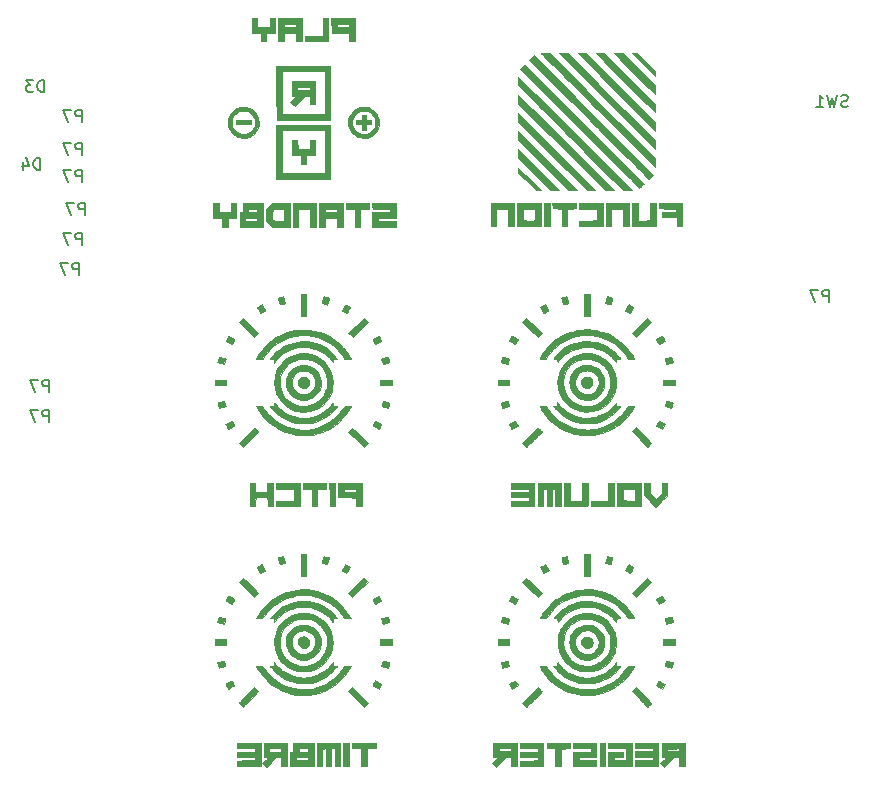
<source format=gbr>
G04 #@! TF.FileFunction,Legend,Bot*
%FSLAX46Y46*%
G04 Gerber Fmt 4.6, Leading zero omitted, Abs format (unit mm)*
G04 Created by KiCad (PCBNEW 4.1.0-alpha+201607190716+6983~46~ubuntu14.04.1-product) date Fri Sep 16 20:27:53 2016*
%MOMM*%
%LPD*%
G01*
G04 APERTURE LIST*
%ADD10C,0.100000*%
%ADD11C,0.010000*%
%ADD12C,0.150000*%
G04 APERTURE END LIST*
D10*
D11*
G36*
X108097083Y-100283917D02*
X108844211Y-100289480D01*
X109591339Y-100295044D01*
X109585044Y-100427064D01*
X109578750Y-100559084D01*
X108340500Y-100570306D01*
X108340500Y-101035334D01*
X109589333Y-101035334D01*
X109589333Y-101776167D01*
X110076166Y-101776167D01*
X110076166Y-99807667D01*
X108085113Y-99807667D01*
X108097083Y-100283917D01*
X108097083Y-100283917D01*
G37*
X108097083Y-100283917D02*
X108844211Y-100289480D01*
X109591339Y-100295044D01*
X109585044Y-100427064D01*
X109578750Y-100559084D01*
X108340500Y-100570306D01*
X108340500Y-101035334D01*
X109589333Y-101035334D01*
X109589333Y-101776167D01*
X110076166Y-101776167D01*
X110076166Y-99807667D01*
X108085113Y-99807667D01*
X108097083Y-100283917D01*
G36*
X107340646Y-100553792D02*
X107335083Y-101299917D01*
X106832375Y-101305592D01*
X106329666Y-101311266D01*
X106329666Y-99807667D01*
X105842833Y-99807667D01*
X105842833Y-101776167D01*
X107832500Y-101776167D01*
X107832500Y-99807667D01*
X107346208Y-99807667D01*
X107340646Y-100553792D01*
X107340646Y-100553792D01*
G37*
X107340646Y-100553792D02*
X107335083Y-101299917D01*
X106832375Y-101305592D01*
X106329666Y-101311266D01*
X106329666Y-99807667D01*
X105842833Y-99807667D01*
X105842833Y-101776167D01*
X107832500Y-101776167D01*
X107832500Y-99807667D01*
X107346208Y-99807667D01*
X107340646Y-100553792D01*
G36*
X103599166Y-101776167D02*
X104064833Y-101776167D01*
X104064833Y-100293748D01*
X104578125Y-100299416D01*
X105091416Y-100305084D01*
X105091416Y-101776177D01*
X105567666Y-101776167D01*
X105567666Y-99807667D01*
X103599166Y-99807667D01*
X103599166Y-101776167D01*
X103599166Y-101776167D01*
G37*
X103599166Y-101776167D02*
X104064833Y-101776167D01*
X104064833Y-100293748D01*
X104578125Y-100299416D01*
X105091416Y-100305084D01*
X105091416Y-101776177D01*
X105567666Y-101776167D01*
X105567666Y-99807667D01*
X103599166Y-99807667D01*
X103599166Y-101776167D01*
G36*
X101351485Y-100050773D02*
X101358054Y-100293961D01*
X102102902Y-100299522D01*
X102847750Y-100305084D01*
X102847750Y-101299917D01*
X102102940Y-101305478D01*
X101358131Y-101311039D01*
X101351524Y-101543646D01*
X101344916Y-101776253D01*
X103324000Y-101776167D01*
X103324000Y-99807667D01*
X102334458Y-99807625D01*
X101344916Y-99807584D01*
X101351485Y-100050773D01*
X101351485Y-100050773D01*
G37*
X101351485Y-100050773D02*
X101358054Y-100293961D01*
X102102902Y-100299522D01*
X102847750Y-100305084D01*
X102847750Y-101299917D01*
X102102940Y-101305478D01*
X101358131Y-101311039D01*
X101351524Y-101543646D01*
X101344916Y-101776253D01*
X103324000Y-101776167D01*
X103324000Y-99807667D01*
X102334458Y-99807625D01*
X101344916Y-99807584D01*
X101351485Y-100050773D01*
G36*
X100079515Y-99807662D02*
X99089280Y-99807667D01*
X99101250Y-100283917D01*
X99852666Y-100295477D01*
X99852666Y-101776167D01*
X100318333Y-101776167D01*
X100318333Y-100295477D01*
X100690246Y-100289697D01*
X101062158Y-100283917D01*
X101065954Y-100045787D01*
X101069750Y-99807658D01*
X100079515Y-99807662D01*
X100079515Y-99807662D01*
G37*
X100079515Y-99807662D02*
X99089280Y-99807667D01*
X99101250Y-100283917D01*
X99852666Y-100295477D01*
X99852666Y-101776167D01*
X100318333Y-101776167D01*
X100318333Y-100295477D01*
X100690246Y-100289697D01*
X101062158Y-100283917D01*
X101065954Y-100045787D01*
X101069750Y-99807658D01*
X100079515Y-99807662D01*
G36*
X98349833Y-101776167D02*
X98836666Y-101776167D01*
X98836666Y-99807667D01*
X98349833Y-99807667D01*
X98349833Y-101776167D01*
X98349833Y-101776167D01*
G37*
X98349833Y-101776167D02*
X98836666Y-101776167D01*
X98836666Y-99807667D01*
X98349833Y-99807667D01*
X98349833Y-101776167D01*
G36*
X96085000Y-101776167D02*
X98074666Y-101776167D01*
X98074666Y-101044967D01*
X97605531Y-101044967D01*
X97604798Y-101150321D01*
X97603189Y-101229282D01*
X97600766Y-101275411D01*
X97599351Y-101283947D01*
X97587236Y-101292852D01*
X97555802Y-101299442D01*
X97500765Y-101303899D01*
X97417841Y-101306403D01*
X97302745Y-101307133D01*
X97151193Y-101306272D01*
X97085642Y-101305593D01*
X96582416Y-101299917D01*
X96576741Y-100796831D01*
X96571065Y-100293746D01*
X97084741Y-100299415D01*
X97598416Y-100305084D01*
X97604126Y-100780855D01*
X97605328Y-100919665D01*
X97605531Y-101044967D01*
X98074666Y-101044967D01*
X98074666Y-99807667D01*
X96085000Y-99807667D01*
X96085000Y-101776167D01*
X96085000Y-101776167D01*
G37*
X96085000Y-101776167D02*
X98074666Y-101776167D01*
X98074666Y-101044967D01*
X97605531Y-101044967D01*
X97604798Y-101150321D01*
X97603189Y-101229282D01*
X97600766Y-101275411D01*
X97599351Y-101283947D01*
X97587236Y-101292852D01*
X97555802Y-101299442D01*
X97500765Y-101303899D01*
X97417841Y-101306403D01*
X97302745Y-101307133D01*
X97151193Y-101306272D01*
X97085642Y-101305593D01*
X96582416Y-101299917D01*
X96576741Y-100796831D01*
X96571065Y-100293746D01*
X97084741Y-100299415D01*
X97598416Y-100305084D01*
X97604126Y-100780855D01*
X97605328Y-100919665D01*
X97605531Y-101044967D01*
X98074666Y-101044967D01*
X98074666Y-99807667D01*
X96085000Y-99807667D01*
X96085000Y-101776167D01*
G36*
X93851916Y-101776167D02*
X94328166Y-101776167D01*
X94328166Y-100294500D01*
X95344166Y-100294500D01*
X95344166Y-101776167D01*
X95831000Y-101776167D01*
X95831000Y-99807667D01*
X93851916Y-99807667D01*
X93851916Y-101776167D01*
X93851916Y-101776167D01*
G37*
X93851916Y-101776167D02*
X94328166Y-101776167D01*
X94328166Y-100294500D01*
X95344166Y-100294500D01*
X95344166Y-101776167D01*
X95831000Y-101776167D01*
X95831000Y-99807667D01*
X93851916Y-99807667D01*
X93851916Y-101776167D01*
G36*
X96195605Y-89482990D02*
X96189793Y-89847587D01*
X97531200Y-91192252D01*
X97685216Y-91346650D01*
X97866793Y-91528696D01*
X98073608Y-91736057D01*
X98303333Y-91966399D01*
X98553642Y-92217392D01*
X98822210Y-92486701D01*
X99106710Y-92771995D01*
X99404816Y-93070940D01*
X99714204Y-93381205D01*
X100032545Y-93700456D01*
X100357516Y-94026362D01*
X100686788Y-94356589D01*
X101018037Y-94688806D01*
X101348937Y-95020678D01*
X101677161Y-95349875D01*
X101958987Y-95632542D01*
X105045366Y-98728167D01*
X105811048Y-98728167D01*
X101006232Y-93923280D01*
X96201416Y-89118392D01*
X96195605Y-89482990D01*
X96195605Y-89482990D01*
G37*
X96195605Y-89482990D02*
X96189793Y-89847587D01*
X97531200Y-91192252D01*
X97685216Y-91346650D01*
X97866793Y-91528696D01*
X98073608Y-91736057D01*
X98303333Y-91966399D01*
X98553642Y-92217392D01*
X98822210Y-92486701D01*
X99106710Y-92771995D01*
X99404816Y-93070940D01*
X99714204Y-93381205D01*
X100032545Y-93700456D01*
X100357516Y-94026362D01*
X100686788Y-94356589D01*
X101018037Y-94688806D01*
X101348937Y-95020678D01*
X101677161Y-95349875D01*
X101958987Y-95632542D01*
X105045366Y-98728167D01*
X105811048Y-98728167D01*
X101006232Y-93923280D01*
X96201416Y-89118392D01*
X96195605Y-89482990D01*
G36*
X96195316Y-90842390D02*
X96193119Y-90954302D01*
X96193009Y-91082567D01*
X96194986Y-91201255D01*
X96195316Y-91212144D01*
X96201416Y-91402928D01*
X99861391Y-95065548D01*
X103521366Y-98728167D01*
X104265875Y-98728167D01*
X100233646Y-94695794D01*
X96201416Y-90663422D01*
X96195316Y-90842390D01*
X96195316Y-90842390D01*
G37*
X96195316Y-90842390D02*
X96193119Y-90954302D01*
X96193009Y-91082567D01*
X96194986Y-91201255D01*
X96195316Y-91212144D01*
X96201416Y-91402928D01*
X99861391Y-95065548D01*
X103521366Y-98728167D01*
X104265875Y-98728167D01*
X100233646Y-94695794D01*
X96201416Y-90663422D01*
X96195316Y-90842390D01*
G36*
X96195605Y-92573347D02*
X96189793Y-92937985D01*
X101979859Y-98728167D01*
X102720698Y-98728167D01*
X96201416Y-92208709D01*
X96195605Y-92573347D01*
X96195605Y-92573347D01*
G37*
X96195605Y-92573347D02*
X96189793Y-92937985D01*
X101979859Y-98728167D01*
X102720698Y-98728167D01*
X96201416Y-92208709D01*
X96195605Y-92573347D01*
G36*
X96195605Y-94118495D02*
X96189793Y-94483131D01*
X100434671Y-98728167D01*
X101175516Y-98728167D01*
X98688466Y-96241013D01*
X96201416Y-93753860D01*
X96195605Y-94118495D01*
X96195605Y-94118495D01*
G37*
X96195605Y-94118495D02*
X96189793Y-94483131D01*
X100434671Y-98728167D01*
X101175516Y-98728167D01*
X98688466Y-96241013D01*
X96201416Y-93753860D01*
X96195605Y-94118495D01*
G36*
X96189818Y-96028278D02*
X97539639Y-97378223D01*
X98889459Y-98728167D01*
X99630125Y-98728167D01*
X97915771Y-97008375D01*
X96201416Y-95288584D01*
X96189818Y-96028278D01*
X96189818Y-96028278D01*
G37*
X96189818Y-96028278D02*
X97539639Y-97378223D01*
X98889459Y-98728167D01*
X99630125Y-98728167D01*
X97915771Y-97008375D01*
X96201416Y-95288584D01*
X96189818Y-96028278D01*
G36*
X96195336Y-97039054D02*
X96189255Y-97255281D01*
X96925472Y-97991724D01*
X97661690Y-98728167D01*
X98106240Y-98728167D01*
X96201416Y-96822827D01*
X96195336Y-97039054D01*
X96195336Y-97039054D01*
G37*
X96195336Y-97039054D02*
X96189255Y-97255281D01*
X96925472Y-97991724D01*
X97661690Y-98728167D01*
X98106240Y-98728167D01*
X96201416Y-96822827D01*
X96195336Y-97039054D01*
G36*
X96350218Y-88483749D02*
X101387463Y-93521291D01*
X101773956Y-93907774D01*
X102152766Y-94286509D01*
X102522798Y-94656406D01*
X102882959Y-95016370D01*
X103232152Y-95365310D01*
X103569283Y-95702133D01*
X103893256Y-96025746D01*
X104202977Y-96335056D01*
X104497350Y-96628970D01*
X104775281Y-96906397D01*
X105035675Y-97166243D01*
X105277435Y-97407415D01*
X105499468Y-97628822D01*
X105700678Y-97829369D01*
X105879971Y-98007965D01*
X106036251Y-98163517D01*
X106168423Y-98294932D01*
X106275392Y-98401118D01*
X106356063Y-98480981D01*
X106409341Y-98533430D01*
X106434131Y-98557371D01*
X106435863Y-98558834D01*
X106454289Y-98544712D01*
X106496062Y-98506309D01*
X106554890Y-98449571D01*
X106621175Y-98383766D01*
X106689708Y-98313193D01*
X106745550Y-98252484D01*
X106782731Y-98208352D01*
X106795333Y-98187958D01*
X106780541Y-98171574D01*
X106736895Y-98126368D01*
X106665488Y-98053438D01*
X106567413Y-97953881D01*
X106443765Y-97828796D01*
X106295636Y-97679280D01*
X106124120Y-97506433D01*
X105930311Y-97311351D01*
X105715303Y-97095133D01*
X105480188Y-96858877D01*
X105226060Y-96603681D01*
X104954013Y-96330643D01*
X104665140Y-96040860D01*
X104360535Y-95735432D01*
X104041292Y-95415456D01*
X103708503Y-95082029D01*
X103363263Y-94736251D01*
X103006664Y-94379219D01*
X102639802Y-94012030D01*
X102263768Y-93635784D01*
X101879656Y-93251578D01*
X101762729Y-93134646D01*
X96730124Y-88102075D01*
X96350218Y-88483749D01*
X96350218Y-88483749D01*
G37*
X96350218Y-88483749D02*
X101387463Y-93521291D01*
X101773956Y-93907774D01*
X102152766Y-94286509D01*
X102522798Y-94656406D01*
X102882959Y-95016370D01*
X103232152Y-95365310D01*
X103569283Y-95702133D01*
X103893256Y-96025746D01*
X104202977Y-96335056D01*
X104497350Y-96628970D01*
X104775281Y-96906397D01*
X105035675Y-97166243D01*
X105277435Y-97407415D01*
X105499468Y-97628822D01*
X105700678Y-97829369D01*
X105879971Y-98007965D01*
X106036251Y-98163517D01*
X106168423Y-98294932D01*
X106275392Y-98401118D01*
X106356063Y-98480981D01*
X106409341Y-98533430D01*
X106434131Y-98557371D01*
X106435863Y-98558834D01*
X106454289Y-98544712D01*
X106496062Y-98506309D01*
X106554890Y-98449571D01*
X106621175Y-98383766D01*
X106689708Y-98313193D01*
X106745550Y-98252484D01*
X106782731Y-98208352D01*
X106795333Y-98187958D01*
X106780541Y-98171574D01*
X106736895Y-98126368D01*
X106665488Y-98053438D01*
X106567413Y-97953881D01*
X106443765Y-97828796D01*
X106295636Y-97679280D01*
X106124120Y-97506433D01*
X105930311Y-97311351D01*
X105715303Y-97095133D01*
X105480188Y-96858877D01*
X105226060Y-96603681D01*
X104954013Y-96330643D01*
X104665140Y-96040860D01*
X104360535Y-95735432D01*
X104041292Y-95415456D01*
X103708503Y-95082029D01*
X103363263Y-94736251D01*
X103006664Y-94379219D01*
X102639802Y-94012030D01*
X102263768Y-93635784D01*
X101879656Y-93251578D01*
X101762729Y-93134646D01*
X96730124Y-88102075D01*
X96350218Y-88483749D01*
G36*
X97314351Y-87520187D02*
X97121741Y-87710458D01*
X102154312Y-92743062D01*
X102540703Y-93129393D01*
X102919470Y-93507974D01*
X103289514Y-93877714D01*
X103649737Y-94237517D01*
X103999041Y-94586291D01*
X104336327Y-94922942D01*
X104660496Y-95246376D01*
X104970452Y-95555500D01*
X105265096Y-95849220D01*
X105543328Y-96126443D01*
X105804052Y-96386075D01*
X106046169Y-96627023D01*
X106268580Y-96848193D01*
X106470188Y-97048492D01*
X106649893Y-97226825D01*
X106806599Y-97382100D01*
X106939206Y-97513222D01*
X107046616Y-97619099D01*
X107127731Y-97698637D01*
X107181453Y-97750741D01*
X107206684Y-97774319D01*
X107208534Y-97775667D01*
X107231191Y-97761438D01*
X107276516Y-97722767D01*
X107337787Y-97665676D01*
X107403473Y-97601042D01*
X107576762Y-97426417D01*
X102541861Y-92378167D01*
X97506961Y-87329917D01*
X97314351Y-87520187D01*
X97314351Y-87520187D01*
G37*
X97314351Y-87520187D02*
X97121741Y-87710458D01*
X102154312Y-92743062D01*
X102540703Y-93129393D01*
X102919470Y-93507974D01*
X103289514Y-93877714D01*
X103649737Y-94237517D01*
X103999041Y-94586291D01*
X104336327Y-94922942D01*
X104660496Y-95246376D01*
X104970452Y-95555500D01*
X105265096Y-95849220D01*
X105543328Y-96126443D01*
X105804052Y-96386075D01*
X106046169Y-96627023D01*
X106268580Y-96848193D01*
X106470188Y-97048492D01*
X106649893Y-97226825D01*
X106806599Y-97382100D01*
X106939206Y-97513222D01*
X107046616Y-97619099D01*
X107127731Y-97698637D01*
X107181453Y-97750741D01*
X107206684Y-97774319D01*
X107208534Y-97775667D01*
X107231191Y-97761438D01*
X107276516Y-97722767D01*
X107337787Y-97665676D01*
X107403473Y-97601042D01*
X107576762Y-97426417D01*
X102541861Y-92378167D01*
X97506961Y-87329917D01*
X97314351Y-87520187D01*
G36*
X98378776Y-87150888D02*
X98277226Y-87153347D01*
X98198854Y-87157072D01*
X98150546Y-87161758D01*
X98138166Y-87165893D01*
X98152953Y-87181926D01*
X98196567Y-87226760D01*
X98267889Y-87299270D01*
X98365801Y-87398334D01*
X98489183Y-87522829D01*
X98636916Y-87671634D01*
X98807881Y-87843625D01*
X99000960Y-88037679D01*
X99215033Y-88252675D01*
X99448981Y-88487489D01*
X99701685Y-88740999D01*
X99972027Y-89012082D01*
X100258886Y-89299615D01*
X100561145Y-89602476D01*
X100877684Y-89919543D01*
X101207385Y-90249692D01*
X101549127Y-90591801D01*
X101901793Y-90944748D01*
X102264262Y-91307410D01*
X102635417Y-91678663D01*
X102943346Y-91986601D01*
X107748525Y-96791417D01*
X107742887Y-96417471D01*
X107737250Y-96043525D01*
X103296160Y-91596763D01*
X98855071Y-87150000D01*
X98496619Y-87150000D01*
X98378776Y-87150888D01*
X98378776Y-87150888D01*
G37*
X98378776Y-87150888D02*
X98277226Y-87153347D01*
X98198854Y-87157072D01*
X98150546Y-87161758D01*
X98138166Y-87165893D01*
X98152953Y-87181926D01*
X98196567Y-87226760D01*
X98267889Y-87299270D01*
X98365801Y-87398334D01*
X98489183Y-87522829D01*
X98636916Y-87671634D01*
X98807881Y-87843625D01*
X99000960Y-88037679D01*
X99215033Y-88252675D01*
X99448981Y-88487489D01*
X99701685Y-88740999D01*
X99972027Y-89012082D01*
X100258886Y-89299615D01*
X100561145Y-89602476D01*
X100877684Y-89919543D01*
X101207385Y-90249692D01*
X101549127Y-90591801D01*
X101901793Y-90944748D01*
X102264262Y-91307410D01*
X102635417Y-91678663D01*
X102943346Y-91986601D01*
X107748525Y-96791417D01*
X107742887Y-96417471D01*
X107737250Y-96043525D01*
X103296160Y-91596763D01*
X98855071Y-87150000D01*
X98496619Y-87150000D01*
X98378776Y-87150888D01*
G36*
X100026691Y-87154772D02*
X99662052Y-87160584D01*
X103704943Y-91203396D01*
X107747833Y-95246209D01*
X107747833Y-94505371D01*
X104069582Y-90827165D01*
X100391331Y-87148960D01*
X100026691Y-87154772D01*
X100026691Y-87154772D01*
G37*
X100026691Y-87154772D02*
X99662052Y-87160584D01*
X103704943Y-91203396D01*
X107747833Y-95246209D01*
X107747833Y-94505371D01*
X104069582Y-90827165D01*
X100391331Y-87148960D01*
X100026691Y-87154772D01*
G36*
X101207209Y-87160584D02*
X107747833Y-93701032D01*
X107747833Y-92960192D01*
X101936485Y-87148960D01*
X101207209Y-87160584D01*
X101207209Y-87160584D01*
G37*
X101207209Y-87160584D02*
X107747833Y-93701032D01*
X107747833Y-92960192D01*
X101936485Y-87148960D01*
X101207209Y-87160584D01*
G36*
X103116995Y-87154772D02*
X102752360Y-87160584D01*
X105250096Y-89658217D01*
X107747833Y-92155850D01*
X107747833Y-91415005D01*
X105614732Y-89281982D01*
X103481631Y-87148960D01*
X103116995Y-87154772D01*
X103116995Y-87154772D01*
G37*
X103116995Y-87154772D02*
X102752360Y-87160584D01*
X105250096Y-89658217D01*
X107747833Y-92155850D01*
X107747833Y-91415005D01*
X105614732Y-89281982D01*
X103481631Y-87148960D01*
X103116995Y-87154772D01*
G36*
X104297496Y-87160584D02*
X106022665Y-88885618D01*
X107747833Y-90610653D01*
X107747833Y-89869794D01*
X106387294Y-88509377D01*
X105026754Y-87148960D01*
X104297496Y-87160584D01*
X104297496Y-87160584D01*
G37*
X104297496Y-87160584D02*
X106022665Y-88885618D01*
X107747833Y-90610653D01*
X107747833Y-89869794D01*
X106387294Y-88509377D01*
X105026754Y-87148960D01*
X104297496Y-87160584D01*
G36*
X105842482Y-87160584D02*
X106795157Y-88112995D01*
X107747833Y-89065407D01*
X107747833Y-88642027D01*
X107000779Y-87895194D01*
X106253724Y-87148362D01*
X105842482Y-87160584D01*
X105842482Y-87160584D01*
G37*
X105842482Y-87160584D02*
X106795157Y-88112995D01*
X107747833Y-89065407D01*
X107747833Y-88642027D01*
X107000779Y-87895194D01*
X106253724Y-87148362D01*
X105842482Y-87160584D01*
G36*
X80970833Y-124743959D02*
X81716958Y-124749521D01*
X82463083Y-124755084D01*
X82468864Y-125130792D01*
X82474644Y-125506500D01*
X82939333Y-125506500D01*
X82939333Y-124206169D01*
X82473665Y-124206169D01*
X82466155Y-124234691D01*
X82445933Y-124254554D01*
X82408223Y-124267198D01*
X82348253Y-124274061D01*
X82261249Y-124276582D01*
X82142437Y-124276200D01*
X81987042Y-124274354D01*
X81950309Y-124273926D01*
X81447083Y-124268250D01*
X81440772Y-124135580D01*
X81434460Y-124002910D01*
X81948772Y-124008580D01*
X82463083Y-124014250D01*
X82469641Y-124117394D01*
X82473236Y-124167550D01*
X82473665Y-124206169D01*
X82939333Y-124206169D01*
X82939333Y-123516834D01*
X80970833Y-123516834D01*
X80970833Y-124743959D01*
X80970833Y-124743959D01*
G37*
X80970833Y-124743959D02*
X81716958Y-124749521D01*
X82463083Y-124755084D01*
X82468864Y-125130792D01*
X82474644Y-125506500D01*
X82939333Y-125506500D01*
X82939333Y-124206169D01*
X82473665Y-124206169D01*
X82466155Y-124234691D01*
X82445933Y-124254554D01*
X82408223Y-124267198D01*
X82348253Y-124274061D01*
X82261249Y-124276582D01*
X82142437Y-124276200D01*
X81987042Y-124274354D01*
X81950309Y-124273926D01*
X81447083Y-124268250D01*
X81440772Y-124135580D01*
X81434460Y-124002910D01*
X81948772Y-124008580D01*
X82463083Y-124014250D01*
X82469641Y-124117394D01*
X82473236Y-124167550D01*
X82473665Y-124206169D01*
X82939333Y-124206169D01*
X82939333Y-123516834D01*
X80970833Y-123516834D01*
X80970833Y-124743959D01*
G36*
X80213916Y-124506375D02*
X80219417Y-125495917D01*
X80695667Y-125507887D01*
X80695667Y-123516834D01*
X80208415Y-123516834D01*
X80213916Y-124506375D01*
X80213916Y-124506375D01*
G37*
X80213916Y-124506375D02*
X80219417Y-125495917D01*
X80695667Y-125507887D01*
X80695667Y-123516834D01*
X80208415Y-123516834D01*
X80213916Y-124506375D01*
G36*
X77965167Y-124002690D02*
X78716583Y-124014250D01*
X78722146Y-124760375D01*
X78727708Y-125506500D01*
X79192833Y-125506500D01*
X79192833Y-124003667D01*
X79933667Y-124003667D01*
X79933667Y-123516834D01*
X77965167Y-123516834D01*
X77965167Y-124002690D01*
X77965167Y-124002690D01*
G37*
X77965167Y-124002690D02*
X78716583Y-124014250D01*
X78722146Y-124760375D01*
X78727708Y-125506500D01*
X79192833Y-125506500D01*
X79192833Y-124003667D01*
X79933667Y-124003667D01*
X79933667Y-123516834D01*
X77965167Y-123516834D01*
X77965167Y-124002690D01*
G36*
X75721500Y-124003667D02*
X77224333Y-124003667D01*
X77224333Y-125019667D01*
X75721500Y-125019667D01*
X75721500Y-125506500D01*
X77690000Y-125506500D01*
X77690000Y-123516834D01*
X75721500Y-123516834D01*
X75721500Y-124003667D01*
X75721500Y-124003667D01*
G37*
X75721500Y-124003667D02*
X77224333Y-124003667D01*
X77224333Y-125019667D01*
X75721500Y-125019667D01*
X75721500Y-125506500D01*
X77690000Y-125506500D01*
X77690000Y-123516834D01*
X75721500Y-123516834D01*
X75721500Y-124003667D01*
G36*
X74959500Y-124278834D02*
X73943500Y-124278834D01*
X73943500Y-123538000D01*
X73477833Y-123538000D01*
X73477833Y-125507932D01*
X73705375Y-125501925D01*
X73932917Y-125495917D01*
X73938697Y-125120209D01*
X73944477Y-124744500D01*
X74958523Y-124744500D01*
X74964303Y-125120209D01*
X74970083Y-125495917D01*
X75446333Y-125507887D01*
X75446333Y-123538000D01*
X74959500Y-123538000D01*
X74959500Y-124278834D01*
X74959500Y-124278834D01*
G37*
X74959500Y-124278834D02*
X73943500Y-124278834D01*
X73943500Y-123538000D01*
X73477833Y-123538000D01*
X73477833Y-125507932D01*
X73705375Y-125501925D01*
X73932917Y-125495917D01*
X73938697Y-125120209D01*
X73944477Y-124744500D01*
X74958523Y-124744500D01*
X74964303Y-125120209D01*
X74970083Y-125495917D01*
X75446333Y-125507887D01*
X75446333Y-123538000D01*
X74959500Y-123538000D01*
X74959500Y-124278834D01*
G36*
X81817129Y-119166460D02*
X82468061Y-119817647D01*
X82604761Y-119954150D01*
X82732215Y-120080941D01*
X82847325Y-120194970D01*
X82946990Y-120293190D01*
X83028114Y-120372555D01*
X83087596Y-120430016D01*
X83122339Y-120462525D01*
X83130202Y-120468834D01*
X83148750Y-120454732D01*
X83190387Y-120416524D01*
X83248585Y-120360351D01*
X83304785Y-120304494D01*
X83468161Y-120140155D01*
X82812349Y-119484599D01*
X82156537Y-118829042D01*
X81817129Y-119166460D01*
X81817129Y-119166460D01*
G37*
X81817129Y-119166460D02*
X82468061Y-119817647D01*
X82604761Y-119954150D01*
X82732215Y-120080941D01*
X82847325Y-120194970D01*
X82946990Y-120293190D01*
X83028114Y-120372555D01*
X83087596Y-120430016D01*
X83122339Y-120462525D01*
X83130202Y-120468834D01*
X83148750Y-120454732D01*
X83190387Y-120416524D01*
X83248585Y-120360351D01*
X83304785Y-120304494D01*
X83468161Y-120140155D01*
X82812349Y-119484599D01*
X82156537Y-118829042D01*
X81817129Y-119166460D01*
G36*
X73834627Y-118853575D02*
X73790257Y-118895250D01*
X73722434Y-118960950D01*
X73634276Y-119047599D01*
X73528903Y-119152121D01*
X73409432Y-119271442D01*
X73278983Y-119402486D01*
X73192371Y-119489875D01*
X72548375Y-120140750D01*
X72710983Y-120304792D01*
X72777762Y-120371187D01*
X72833409Y-120424688D01*
X72871393Y-120459132D01*
X72884798Y-120468834D01*
X72901633Y-120454343D01*
X72945240Y-120412902D01*
X73012520Y-120347559D01*
X73100374Y-120261362D01*
X73205705Y-120157357D01*
X73325412Y-120038592D01*
X73456398Y-119908115D01*
X73546939Y-119817647D01*
X74197872Y-119166460D01*
X74033176Y-119002730D01*
X73965202Y-118936525D01*
X73907781Y-118883157D01*
X73867684Y-118848756D01*
X73852424Y-118839000D01*
X73834627Y-118853575D01*
X73834627Y-118853575D01*
G37*
X73834627Y-118853575D02*
X73790257Y-118895250D01*
X73722434Y-118960950D01*
X73634276Y-119047599D01*
X73528903Y-119152121D01*
X73409432Y-119271442D01*
X73278983Y-119402486D01*
X73192371Y-119489875D01*
X72548375Y-120140750D01*
X72710983Y-120304792D01*
X72777762Y-120371187D01*
X72833409Y-120424688D01*
X72871393Y-120459132D01*
X72884798Y-120468834D01*
X72901633Y-120454343D01*
X72945240Y-120412902D01*
X73012520Y-120347559D01*
X73100374Y-120261362D01*
X73205705Y-120157357D01*
X73325412Y-120038592D01*
X73456398Y-119908115D01*
X73546939Y-119817647D01*
X74197872Y-119166460D01*
X74033176Y-119002730D01*
X73965202Y-118936525D01*
X73907781Y-118883157D01*
X73867684Y-118848756D01*
X73852424Y-118839000D01*
X73834627Y-118853575D01*
G36*
X81349048Y-117214459D02*
X81104901Y-117542670D01*
X80831564Y-117842184D01*
X80531804Y-118111397D01*
X80208386Y-118348706D01*
X79864080Y-118552509D01*
X79501651Y-118721202D01*
X79123867Y-118853181D01*
X78733495Y-118946844D01*
X78333302Y-119000588D01*
X78256431Y-119006151D01*
X77850786Y-119010724D01*
X77450719Y-118974418D01*
X77058965Y-118898595D01*
X76678259Y-118784614D01*
X76311339Y-118633836D01*
X75960938Y-118447620D01*
X75629794Y-118227326D01*
X75320641Y-117974315D01*
X75036216Y-117689947D01*
X74779253Y-117375581D01*
X74673410Y-117224843D01*
X74535536Y-117018667D01*
X74008505Y-117018667D01*
X74048660Y-117112346D01*
X74087141Y-117187916D01*
X74147219Y-117288616D01*
X74223620Y-117406864D01*
X74311070Y-117535079D01*
X74404294Y-117665679D01*
X74498019Y-117791082D01*
X74586969Y-117903708D01*
X74654796Y-117983632D01*
X74958428Y-118293889D01*
X75288033Y-118571125D01*
X75641972Y-118814409D01*
X76018605Y-119022807D01*
X76416294Y-119195389D01*
X76833400Y-119331223D01*
X77162164Y-119409263D01*
X77379316Y-119444428D01*
X77623789Y-119469545D01*
X77881611Y-119483889D01*
X78138807Y-119486735D01*
X78381407Y-119477359D01*
X78420250Y-119474492D01*
X78813477Y-119422477D01*
X79205223Y-119330266D01*
X79591443Y-119199919D01*
X79968089Y-119033497D01*
X80331116Y-118833058D01*
X80676477Y-118600665D01*
X81000127Y-118338375D01*
X81298018Y-118048250D01*
X81364431Y-117975601D01*
X81471008Y-117849199D01*
X81584002Y-117702874D01*
X81696035Y-117547168D01*
X81799726Y-117392625D01*
X81887696Y-117249786D01*
X81942291Y-117150042D01*
X82008610Y-117018667D01*
X81479925Y-117018667D01*
X81349048Y-117214459D01*
X81349048Y-117214459D01*
G37*
X81349048Y-117214459D02*
X81104901Y-117542670D01*
X80831564Y-117842184D01*
X80531804Y-118111397D01*
X80208386Y-118348706D01*
X79864080Y-118552509D01*
X79501651Y-118721202D01*
X79123867Y-118853181D01*
X78733495Y-118946844D01*
X78333302Y-119000588D01*
X78256431Y-119006151D01*
X77850786Y-119010724D01*
X77450719Y-118974418D01*
X77058965Y-118898595D01*
X76678259Y-118784614D01*
X76311339Y-118633836D01*
X75960938Y-118447620D01*
X75629794Y-118227326D01*
X75320641Y-117974315D01*
X75036216Y-117689947D01*
X74779253Y-117375581D01*
X74673410Y-117224843D01*
X74535536Y-117018667D01*
X74008505Y-117018667D01*
X74048660Y-117112346D01*
X74087141Y-117187916D01*
X74147219Y-117288616D01*
X74223620Y-117406864D01*
X74311070Y-117535079D01*
X74404294Y-117665679D01*
X74498019Y-117791082D01*
X74586969Y-117903708D01*
X74654796Y-117983632D01*
X74958428Y-118293889D01*
X75288033Y-118571125D01*
X75641972Y-118814409D01*
X76018605Y-119022807D01*
X76416294Y-119195389D01*
X76833400Y-119331223D01*
X77162164Y-119409263D01*
X77379316Y-119444428D01*
X77623789Y-119469545D01*
X77881611Y-119483889D01*
X78138807Y-119486735D01*
X78381407Y-119477359D01*
X78420250Y-119474492D01*
X78813477Y-119422477D01*
X79205223Y-119330266D01*
X79591443Y-119199919D01*
X79968089Y-119033497D01*
X80331116Y-118833058D01*
X80676477Y-118600665D01*
X81000127Y-118338375D01*
X81298018Y-118048250D01*
X81364431Y-117975601D01*
X81471008Y-117849199D01*
X81584002Y-117702874D01*
X81696035Y-117547168D01*
X81799726Y-117392625D01*
X81887696Y-117249786D01*
X81942291Y-117150042D01*
X82008610Y-117018667D01*
X81479925Y-117018667D01*
X81349048Y-117214459D01*
G36*
X84092001Y-118264208D02*
X84070145Y-118284041D01*
X84040141Y-118327495D01*
X83996772Y-118400056D01*
X83973379Y-118440423D01*
X83926437Y-118521941D01*
X83887799Y-118589536D01*
X83862124Y-118635021D01*
X83854112Y-118649850D01*
X83868582Y-118665397D01*
X83912359Y-118696336D01*
X83977763Y-118737469D01*
X84023445Y-118764449D01*
X84111892Y-118815566D01*
X84197307Y-118864956D01*
X84265632Y-118904488D01*
X84284692Y-118915525D01*
X84370634Y-118965315D01*
X84463062Y-118801616D01*
X84508418Y-118721936D01*
X84548983Y-118651825D01*
X84578000Y-118602919D01*
X84584204Y-118592926D01*
X84594464Y-118572735D01*
X84592702Y-118554394D01*
X84573561Y-118533149D01*
X84531685Y-118504248D01*
X84461716Y-118462938D01*
X84395250Y-118425274D01*
X84304861Y-118374043D01*
X84224341Y-118327871D01*
X84163041Y-118292151D01*
X84132129Y-118273461D01*
X84110923Y-118262510D01*
X84092001Y-118264208D01*
X84092001Y-118264208D01*
G37*
X84092001Y-118264208D02*
X84070145Y-118284041D01*
X84040141Y-118327495D01*
X83996772Y-118400056D01*
X83973379Y-118440423D01*
X83926437Y-118521941D01*
X83887799Y-118589536D01*
X83862124Y-118635021D01*
X83854112Y-118649850D01*
X83868582Y-118665397D01*
X83912359Y-118696336D01*
X83977763Y-118737469D01*
X84023445Y-118764449D01*
X84111892Y-118815566D01*
X84197307Y-118864956D01*
X84265632Y-118904488D01*
X84284692Y-118915525D01*
X84370634Y-118965315D01*
X84463062Y-118801616D01*
X84508418Y-118721936D01*
X84548983Y-118651825D01*
X84578000Y-118602919D01*
X84584204Y-118592926D01*
X84594464Y-118572735D01*
X84592702Y-118554394D01*
X84573561Y-118533149D01*
X84531685Y-118504248D01*
X84461716Y-118462938D01*
X84395250Y-118425274D01*
X84304861Y-118374043D01*
X84224341Y-118327871D01*
X84163041Y-118292151D01*
X84132129Y-118273461D01*
X84110923Y-118262510D01*
X84092001Y-118264208D01*
G36*
X71892525Y-118266830D02*
X71840223Y-118296695D01*
X71765566Y-118339338D01*
X71675756Y-118390647D01*
X71651478Y-118404518D01*
X71402040Y-118547039D01*
X71452994Y-118634811D01*
X71492023Y-118702731D01*
X71539360Y-118786050D01*
X71572161Y-118844292D01*
X71607164Y-118905799D01*
X71632891Y-118949225D01*
X71643646Y-118965017D01*
X71662004Y-118954524D01*
X71709842Y-118926546D01*
X71780212Y-118885162D01*
X71866164Y-118834452D01*
X71879750Y-118826424D01*
X71970012Y-118773071D01*
X72048233Y-118726822D01*
X72106546Y-118692329D01*
X72137083Y-118674247D01*
X72138325Y-118673509D01*
X72143239Y-118653136D01*
X72127956Y-118607110D01*
X72091105Y-118532110D01*
X72046846Y-118451959D01*
X71998951Y-118370470D01*
X71957836Y-118305679D01*
X71928196Y-118264654D01*
X71915271Y-118253856D01*
X71892525Y-118266830D01*
X71892525Y-118266830D01*
G37*
X71892525Y-118266830D02*
X71840223Y-118296695D01*
X71765566Y-118339338D01*
X71675756Y-118390647D01*
X71651478Y-118404518D01*
X71402040Y-118547039D01*
X71452994Y-118634811D01*
X71492023Y-118702731D01*
X71539360Y-118786050D01*
X71572161Y-118844292D01*
X71607164Y-118905799D01*
X71632891Y-118949225D01*
X71643646Y-118965017D01*
X71662004Y-118954524D01*
X71709842Y-118926546D01*
X71780212Y-118885162D01*
X71866164Y-118834452D01*
X71879750Y-118826424D01*
X71970012Y-118773071D01*
X72048233Y-118726822D01*
X72106546Y-118692329D01*
X72137083Y-118674247D01*
X72138325Y-118673509D01*
X72143239Y-118653136D01*
X72127956Y-118607110D01*
X72091105Y-118532110D01*
X72046846Y-118451959D01*
X71998951Y-118370470D01*
X71957836Y-118305679D01*
X71928196Y-118264654D01*
X71915271Y-118253856D01*
X71892525Y-118266830D01*
G36*
X75513701Y-116737300D02*
X75511548Y-116792026D01*
X75510944Y-116854625D01*
X75509833Y-117018667D01*
X75340500Y-117018667D01*
X75261861Y-117020243D01*
X75202644Y-117024433D01*
X75172866Y-117030426D01*
X75171167Y-117032362D01*
X75185568Y-117062795D01*
X75225336Y-117116921D01*
X75285317Y-117189095D01*
X75360358Y-117273673D01*
X75445305Y-117365012D01*
X75535005Y-117457467D01*
X75624304Y-117545394D01*
X75708048Y-117623149D01*
X75721500Y-117635071D01*
X76017652Y-117867662D01*
X76335472Y-118064745D01*
X76672291Y-118225453D01*
X77025443Y-118348920D01*
X77392258Y-118434276D01*
X77770070Y-118480655D01*
X78156210Y-118487190D01*
X78314417Y-118478297D01*
X78670458Y-118429953D01*
X79023036Y-118341293D01*
X79367482Y-118214317D01*
X79699131Y-118051025D01*
X80013316Y-117853416D01*
X80301964Y-117626479D01*
X80378918Y-117555563D01*
X80465703Y-117469926D01*
X80555769Y-117376670D01*
X80642567Y-117282901D01*
X80719546Y-117195722D01*
X80780155Y-117122238D01*
X80817845Y-117069552D01*
X80821717Y-117062775D01*
X80831225Y-117041472D01*
X80826975Y-117028441D01*
X80801732Y-117021650D01*
X80748267Y-117019070D01*
X80664662Y-117018667D01*
X80484000Y-117018667D01*
X80484000Y-116865790D01*
X80483550Y-116787772D01*
X80480805Y-116746172D01*
X80473673Y-116735076D01*
X80460062Y-116748571D01*
X80448433Y-116765249D01*
X80420979Y-116801276D01*
X80373673Y-116859371D01*
X80314701Y-116929884D01*
X80252250Y-117003165D01*
X80194505Y-117069566D01*
X80149652Y-117119435D01*
X80134720Y-117135054D01*
X80110068Y-117157713D01*
X80061858Y-117200587D01*
X79998539Y-117256190D01*
X79965387Y-117285091D01*
X79685438Y-117501005D01*
X79383349Y-117680965D01*
X79058850Y-117825103D01*
X78711669Y-117933554D01*
X78579000Y-117964326D01*
X78456997Y-117983160D01*
X78304412Y-117996102D01*
X78132585Y-118003154D01*
X77952856Y-118004314D01*
X77776564Y-117999582D01*
X77615049Y-117988959D01*
X77479651Y-117972445D01*
X77436000Y-117964329D01*
X77084071Y-117870286D01*
X76754874Y-117741242D01*
X76445036Y-117575523D01*
X76151185Y-117371455D01*
X76013308Y-117258077D01*
X75931375Y-117181368D01*
X75835443Y-117082641D01*
X75735952Y-116973474D01*
X75643343Y-116865439D01*
X75568054Y-116770114D01*
X75547631Y-116741756D01*
X75529805Y-116718128D01*
X75519141Y-116714655D01*
X75513701Y-116737300D01*
X75513701Y-116737300D01*
G37*
X75513701Y-116737300D02*
X75511548Y-116792026D01*
X75510944Y-116854625D01*
X75509833Y-117018667D01*
X75340500Y-117018667D01*
X75261861Y-117020243D01*
X75202644Y-117024433D01*
X75172866Y-117030426D01*
X75171167Y-117032362D01*
X75185568Y-117062795D01*
X75225336Y-117116921D01*
X75285317Y-117189095D01*
X75360358Y-117273673D01*
X75445305Y-117365012D01*
X75535005Y-117457467D01*
X75624304Y-117545394D01*
X75708048Y-117623149D01*
X75721500Y-117635071D01*
X76017652Y-117867662D01*
X76335472Y-118064745D01*
X76672291Y-118225453D01*
X77025443Y-118348920D01*
X77392258Y-118434276D01*
X77770070Y-118480655D01*
X78156210Y-118487190D01*
X78314417Y-118478297D01*
X78670458Y-118429953D01*
X79023036Y-118341293D01*
X79367482Y-118214317D01*
X79699131Y-118051025D01*
X80013316Y-117853416D01*
X80301964Y-117626479D01*
X80378918Y-117555563D01*
X80465703Y-117469926D01*
X80555769Y-117376670D01*
X80642567Y-117282901D01*
X80719546Y-117195722D01*
X80780155Y-117122238D01*
X80817845Y-117069552D01*
X80821717Y-117062775D01*
X80831225Y-117041472D01*
X80826975Y-117028441D01*
X80801732Y-117021650D01*
X80748267Y-117019070D01*
X80664662Y-117018667D01*
X80484000Y-117018667D01*
X80484000Y-116865790D01*
X80483550Y-116787772D01*
X80480805Y-116746172D01*
X80473673Y-116735076D01*
X80460062Y-116748571D01*
X80448433Y-116765249D01*
X80420979Y-116801276D01*
X80373673Y-116859371D01*
X80314701Y-116929884D01*
X80252250Y-117003165D01*
X80194505Y-117069566D01*
X80149652Y-117119435D01*
X80134720Y-117135054D01*
X80110068Y-117157713D01*
X80061858Y-117200587D01*
X79998539Y-117256190D01*
X79965387Y-117285091D01*
X79685438Y-117501005D01*
X79383349Y-117680965D01*
X79058850Y-117825103D01*
X78711669Y-117933554D01*
X78579000Y-117964326D01*
X78456997Y-117983160D01*
X78304412Y-117996102D01*
X78132585Y-118003154D01*
X77952856Y-118004314D01*
X77776564Y-117999582D01*
X77615049Y-117988959D01*
X77479651Y-117972445D01*
X77436000Y-117964329D01*
X77084071Y-117870286D01*
X76754874Y-117741242D01*
X76445036Y-117575523D01*
X76151185Y-117371455D01*
X76013308Y-117258077D01*
X75931375Y-117181368D01*
X75835443Y-117082641D01*
X75735952Y-116973474D01*
X75643343Y-116865439D01*
X75568054Y-116770114D01*
X75547631Y-116741756D01*
X75529805Y-116718128D01*
X75519141Y-116714655D01*
X75513701Y-116737300D01*
G36*
X77831883Y-112545058D02*
X77697921Y-112551162D01*
X77587879Y-112561110D01*
X77531250Y-112570282D01*
X77208805Y-112659787D01*
X76908138Y-112784578D01*
X76631032Y-112943299D01*
X76379271Y-113134595D01*
X76154637Y-113357109D01*
X75958912Y-113609485D01*
X75793881Y-113890367D01*
X75792825Y-113892456D01*
X75717631Y-114054431D01*
X75659121Y-114212997D01*
X75613716Y-114380623D01*
X75577836Y-114569781D01*
X75557759Y-114711500D01*
X75543197Y-114828089D01*
X75533753Y-114917581D01*
X75529555Y-114991788D01*
X75530726Y-115062517D01*
X75537394Y-115141577D01*
X75549682Y-115240779D01*
X75564538Y-115349009D01*
X75588456Y-115510620D01*
X75612104Y-115641409D01*
X75638600Y-115752748D01*
X75671060Y-115856015D01*
X75712602Y-115962582D01*
X75765322Y-116081602D01*
X75900049Y-116328023D01*
X76070789Y-116563962D01*
X76271436Y-116783220D01*
X76495886Y-116979598D01*
X76738035Y-117146894D01*
X76903916Y-117238037D01*
X77102448Y-117323571D01*
X77321858Y-117396561D01*
X77541063Y-117450044D01*
X77552417Y-117452229D01*
X77666594Y-117467531D01*
X77809589Y-117477226D01*
X77968808Y-117481343D01*
X78131659Y-117479912D01*
X78285546Y-117472964D01*
X78417876Y-117460526D01*
X78483750Y-117450036D01*
X78797613Y-117366903D01*
X79093012Y-117246429D01*
X79367571Y-117090430D01*
X79618916Y-116900722D01*
X79844674Y-116679120D01*
X80042469Y-116427441D01*
X80209927Y-116147499D01*
X80224465Y-116118915D01*
X80318289Y-115908491D01*
X80387258Y-115703704D01*
X80428059Y-115514679D01*
X80432044Y-115484084D01*
X80440947Y-115409335D01*
X80448133Y-115352675D01*
X80452123Y-115325746D01*
X80452227Y-115325334D01*
X80455666Y-115300682D01*
X80462077Y-115244890D01*
X80470211Y-115168939D01*
X80472123Y-115150470D01*
X80476798Y-115029952D01*
X80472091Y-114914019D01*
X79994420Y-114914019D01*
X79992432Y-115082524D01*
X79987921Y-115217647D01*
X79982052Y-115320765D01*
X79973465Y-115402206D01*
X79960796Y-115472298D01*
X79942684Y-115541369D01*
X79924125Y-115600500D01*
X79825660Y-115854524D01*
X79704659Y-116078971D01*
X79555549Y-116283051D01*
X79424937Y-116425270D01*
X79212890Y-116611820D01*
X78985804Y-116761064D01*
X78739722Y-116874936D01*
X78470687Y-116955369D01*
X78261500Y-116993526D01*
X78134900Y-117008802D01*
X78028621Y-117014586D01*
X77923186Y-117010932D01*
X77799114Y-116997894D01*
X77775765Y-116994879D01*
X77604288Y-116968845D01*
X77461929Y-116938395D01*
X77335482Y-116899935D01*
X77211740Y-116849869D01*
X77167062Y-116829146D01*
X76910104Y-116684518D01*
X76680271Y-116509742D01*
X76479872Y-116307720D01*
X76311214Y-116081349D01*
X76176605Y-115833528D01*
X76078352Y-115567156D01*
X76040739Y-115414250D01*
X76028613Y-115324416D01*
X76021143Y-115204768D01*
X76018191Y-115067080D01*
X76019620Y-114923125D01*
X76025295Y-114784678D01*
X76035078Y-114663512D01*
X76048831Y-114571401D01*
X76050631Y-114563334D01*
X76134869Y-114286770D01*
X76253492Y-114033729D01*
X76408403Y-113800857D01*
X76601507Y-113584803D01*
X76612158Y-113574421D01*
X76800017Y-113408636D01*
X76988275Y-113277748D01*
X77185905Y-113177450D01*
X77401880Y-113103435D01*
X77645171Y-113051393D01*
X77727042Y-113039117D01*
X77843685Y-113023648D01*
X77932379Y-113014352D01*
X78007055Y-113011228D01*
X78081646Y-113014276D01*
X78170082Y-113023496D01*
X78286296Y-113038889D01*
X78287958Y-113039117D01*
X78404920Y-113057146D01*
X78518331Y-113078114D01*
X78615529Y-113099466D01*
X78683851Y-113118649D01*
X78685852Y-113119351D01*
X78927338Y-113226660D01*
X79157124Y-113370441D01*
X79369241Y-113545224D01*
X79557723Y-113745539D01*
X79716603Y-113965913D01*
X79822192Y-114161167D01*
X79888539Y-114315477D01*
X79936850Y-114456627D01*
X79969210Y-114595907D01*
X79987705Y-114744608D01*
X79994420Y-114914019D01*
X80472091Y-114914019D01*
X80470765Y-114881372D01*
X80455514Y-114717203D01*
X80432531Y-114549923D01*
X80403305Y-114392006D01*
X80369322Y-114255928D01*
X80362985Y-114235250D01*
X80249634Y-113946536D01*
X80100186Y-113676392D01*
X79917845Y-113427654D01*
X79705812Y-113203158D01*
X79467292Y-113005740D01*
X79205488Y-112838234D01*
X78923604Y-112703478D01*
X78624842Y-112604306D01*
X78483750Y-112571643D01*
X78391650Y-112558763D01*
X78269649Y-112549649D01*
X78128511Y-112544316D01*
X77979001Y-112542781D01*
X77831883Y-112545058D01*
X77831883Y-112545058D01*
G37*
X77831883Y-112545058D02*
X77697921Y-112551162D01*
X77587879Y-112561110D01*
X77531250Y-112570282D01*
X77208805Y-112659787D01*
X76908138Y-112784578D01*
X76631032Y-112943299D01*
X76379271Y-113134595D01*
X76154637Y-113357109D01*
X75958912Y-113609485D01*
X75793881Y-113890367D01*
X75792825Y-113892456D01*
X75717631Y-114054431D01*
X75659121Y-114212997D01*
X75613716Y-114380623D01*
X75577836Y-114569781D01*
X75557759Y-114711500D01*
X75543197Y-114828089D01*
X75533753Y-114917581D01*
X75529555Y-114991788D01*
X75530726Y-115062517D01*
X75537394Y-115141577D01*
X75549682Y-115240779D01*
X75564538Y-115349009D01*
X75588456Y-115510620D01*
X75612104Y-115641409D01*
X75638600Y-115752748D01*
X75671060Y-115856015D01*
X75712602Y-115962582D01*
X75765322Y-116081602D01*
X75900049Y-116328023D01*
X76070789Y-116563962D01*
X76271436Y-116783220D01*
X76495886Y-116979598D01*
X76738035Y-117146894D01*
X76903916Y-117238037D01*
X77102448Y-117323571D01*
X77321858Y-117396561D01*
X77541063Y-117450044D01*
X77552417Y-117452229D01*
X77666594Y-117467531D01*
X77809589Y-117477226D01*
X77968808Y-117481343D01*
X78131659Y-117479912D01*
X78285546Y-117472964D01*
X78417876Y-117460526D01*
X78483750Y-117450036D01*
X78797613Y-117366903D01*
X79093012Y-117246429D01*
X79367571Y-117090430D01*
X79618916Y-116900722D01*
X79844674Y-116679120D01*
X80042469Y-116427441D01*
X80209927Y-116147499D01*
X80224465Y-116118915D01*
X80318289Y-115908491D01*
X80387258Y-115703704D01*
X80428059Y-115514679D01*
X80432044Y-115484084D01*
X80440947Y-115409335D01*
X80448133Y-115352675D01*
X80452123Y-115325746D01*
X80452227Y-115325334D01*
X80455666Y-115300682D01*
X80462077Y-115244890D01*
X80470211Y-115168939D01*
X80472123Y-115150470D01*
X80476798Y-115029952D01*
X80472091Y-114914019D01*
X79994420Y-114914019D01*
X79992432Y-115082524D01*
X79987921Y-115217647D01*
X79982052Y-115320765D01*
X79973465Y-115402206D01*
X79960796Y-115472298D01*
X79942684Y-115541369D01*
X79924125Y-115600500D01*
X79825660Y-115854524D01*
X79704659Y-116078971D01*
X79555549Y-116283051D01*
X79424937Y-116425270D01*
X79212890Y-116611820D01*
X78985804Y-116761064D01*
X78739722Y-116874936D01*
X78470687Y-116955369D01*
X78261500Y-116993526D01*
X78134900Y-117008802D01*
X78028621Y-117014586D01*
X77923186Y-117010932D01*
X77799114Y-116997894D01*
X77775765Y-116994879D01*
X77604288Y-116968845D01*
X77461929Y-116938395D01*
X77335482Y-116899935D01*
X77211740Y-116849869D01*
X77167062Y-116829146D01*
X76910104Y-116684518D01*
X76680271Y-116509742D01*
X76479872Y-116307720D01*
X76311214Y-116081349D01*
X76176605Y-115833528D01*
X76078352Y-115567156D01*
X76040739Y-115414250D01*
X76028613Y-115324416D01*
X76021143Y-115204768D01*
X76018191Y-115067080D01*
X76019620Y-114923125D01*
X76025295Y-114784678D01*
X76035078Y-114663512D01*
X76048831Y-114571401D01*
X76050631Y-114563334D01*
X76134869Y-114286770D01*
X76253492Y-114033729D01*
X76408403Y-113800857D01*
X76601507Y-113584803D01*
X76612158Y-113574421D01*
X76800017Y-113408636D01*
X76988275Y-113277748D01*
X77185905Y-113177450D01*
X77401880Y-113103435D01*
X77645171Y-113051393D01*
X77727042Y-113039117D01*
X77843685Y-113023648D01*
X77932379Y-113014352D01*
X78007055Y-113011228D01*
X78081646Y-113014276D01*
X78170082Y-113023496D01*
X78286296Y-113038889D01*
X78287958Y-113039117D01*
X78404920Y-113057146D01*
X78518331Y-113078114D01*
X78615529Y-113099466D01*
X78683851Y-113118649D01*
X78685852Y-113119351D01*
X78927338Y-113226660D01*
X79157124Y-113370441D01*
X79369241Y-113545224D01*
X79557723Y-113745539D01*
X79716603Y-113965913D01*
X79822192Y-114161167D01*
X79888539Y-114315477D01*
X79936850Y-114456627D01*
X79969210Y-114595907D01*
X79987705Y-114744608D01*
X79994420Y-114914019D01*
X80472091Y-114914019D01*
X80470765Y-114881372D01*
X80455514Y-114717203D01*
X80432531Y-114549923D01*
X80403305Y-114392006D01*
X80369322Y-114255928D01*
X80362985Y-114235250D01*
X80249634Y-113946536D01*
X80100186Y-113676392D01*
X79917845Y-113427654D01*
X79705812Y-113203158D01*
X79467292Y-113005740D01*
X79205488Y-112838234D01*
X78923604Y-112703478D01*
X78624842Y-112604306D01*
X78483750Y-112571643D01*
X78391650Y-112558763D01*
X78269649Y-112549649D01*
X78128511Y-112544316D01*
X77979001Y-112542781D01*
X77831883Y-112545058D01*
G36*
X84740670Y-116580031D02*
X84722515Y-116600907D01*
X84699767Y-116652047D01*
X84675151Y-116723374D01*
X84651397Y-116804809D01*
X84631231Y-116886275D01*
X84617379Y-116957694D01*
X84612571Y-117008990D01*
X84618919Y-117029921D01*
X84659719Y-117042140D01*
X84727588Y-117060766D01*
X84812728Y-117083293D01*
X84905344Y-117107217D01*
X84995640Y-117130032D01*
X85073820Y-117149234D01*
X85130088Y-117162319D01*
X85154223Y-117166801D01*
X85170362Y-117147820D01*
X85192399Y-117097213D01*
X85216409Y-117024534D01*
X85224597Y-116995485D01*
X85254559Y-116885163D01*
X85271374Y-116808103D01*
X85270392Y-116756184D01*
X85246965Y-116721282D01*
X85196443Y-116695277D01*
X85114177Y-116670045D01*
X85024250Y-116645475D01*
X84924528Y-116618921D01*
X84838172Y-116597771D01*
X84774132Y-116584091D01*
X84741356Y-116579947D01*
X84740670Y-116580031D01*
X84740670Y-116580031D01*
G37*
X84740670Y-116580031D02*
X84722515Y-116600907D01*
X84699767Y-116652047D01*
X84675151Y-116723374D01*
X84651397Y-116804809D01*
X84631231Y-116886275D01*
X84617379Y-116957694D01*
X84612571Y-117008990D01*
X84618919Y-117029921D01*
X84659719Y-117042140D01*
X84727588Y-117060766D01*
X84812728Y-117083293D01*
X84905344Y-117107217D01*
X84995640Y-117130032D01*
X85073820Y-117149234D01*
X85130088Y-117162319D01*
X85154223Y-117166801D01*
X85170362Y-117147820D01*
X85192399Y-117097213D01*
X85216409Y-117024534D01*
X85224597Y-116995485D01*
X85254559Y-116885163D01*
X85271374Y-116808103D01*
X85270392Y-116756184D01*
X85246965Y-116721282D01*
X85196443Y-116695277D01*
X85114177Y-116670045D01*
X85024250Y-116645475D01*
X84924528Y-116618921D01*
X84838172Y-116597771D01*
X84774132Y-116584091D01*
X84741356Y-116579947D01*
X84740670Y-116580031D01*
G36*
X71265365Y-116580270D02*
X71210694Y-116590608D01*
X71134154Y-116607984D01*
X71045122Y-116629968D01*
X70952979Y-116654131D01*
X70867103Y-116678044D01*
X70796873Y-116699277D01*
X70751667Y-116715401D01*
X70740710Y-116721358D01*
X70735437Y-116734622D01*
X70736460Y-116762781D01*
X70744863Y-116811339D01*
X70761734Y-116885802D01*
X70788159Y-116991675D01*
X70812931Y-117087459D01*
X70836710Y-117146008D01*
X70867983Y-117165062D01*
X70869858Y-117165018D01*
X70903467Y-117158848D01*
X70968533Y-117143359D01*
X71055804Y-117120863D01*
X71156033Y-117093668D01*
X71160083Y-117092542D01*
X71256766Y-117065577D01*
X71336931Y-117043091D01*
X71392736Y-117027291D01*
X71416340Y-117020387D01*
X71416623Y-117020274D01*
X71413173Y-117000294D01*
X71400251Y-116949986D01*
X71380799Y-116879490D01*
X71357758Y-116798952D01*
X71334069Y-116718513D01*
X71312674Y-116648317D01*
X71296512Y-116598507D01*
X71288787Y-116579398D01*
X71265365Y-116580270D01*
X71265365Y-116580270D01*
G37*
X71265365Y-116580270D02*
X71210694Y-116590608D01*
X71134154Y-116607984D01*
X71045122Y-116629968D01*
X70952979Y-116654131D01*
X70867103Y-116678044D01*
X70796873Y-116699277D01*
X70751667Y-116715401D01*
X70740710Y-116721358D01*
X70735437Y-116734622D01*
X70736460Y-116762781D01*
X70744863Y-116811339D01*
X70761734Y-116885802D01*
X70788159Y-116991675D01*
X70812931Y-117087459D01*
X70836710Y-117146008D01*
X70867983Y-117165062D01*
X70869858Y-117165018D01*
X70903467Y-117158848D01*
X70968533Y-117143359D01*
X71055804Y-117120863D01*
X71156033Y-117093668D01*
X71160083Y-117092542D01*
X71256766Y-117065577D01*
X71336931Y-117043091D01*
X71392736Y-117027291D01*
X71416340Y-117020387D01*
X71416623Y-117020274D01*
X71413173Y-117000294D01*
X71400251Y-116949986D01*
X71380799Y-116879490D01*
X71357758Y-116798952D01*
X71334069Y-116718513D01*
X71312674Y-116648317D01*
X71296512Y-116598507D01*
X71288787Y-116579398D01*
X71265365Y-116580270D01*
G36*
X84473917Y-115251250D02*
X84972724Y-115256916D01*
X85113977Y-115257923D01*
X85240937Y-115257691D01*
X85347539Y-115256322D01*
X85427718Y-115253920D01*
X85475410Y-115250591D01*
X85486015Y-115248096D01*
X85495631Y-115216171D01*
X85499766Y-115150754D01*
X85498397Y-115060334D01*
X85491502Y-114953397D01*
X85486902Y-114905105D01*
X85473303Y-114775000D01*
X84461947Y-114775000D01*
X84473917Y-115251250D01*
X84473917Y-115251250D01*
G37*
X84473917Y-115251250D02*
X84972724Y-115256916D01*
X85113977Y-115257923D01*
X85240937Y-115257691D01*
X85347539Y-115256322D01*
X85427718Y-115253920D01*
X85475410Y-115250591D01*
X85486015Y-115248096D01*
X85495631Y-115216171D01*
X85499766Y-115150754D01*
X85498397Y-115060334D01*
X85491502Y-114953397D01*
X85486902Y-114905105D01*
X85473303Y-114775000D01*
X84461947Y-114775000D01*
X84473917Y-115251250D01*
G36*
X70514500Y-115261834D02*
X70976639Y-115261834D01*
X71112432Y-115261214D01*
X71233740Y-115259480D01*
X71334251Y-115256819D01*
X71407650Y-115253418D01*
X71447624Y-115249463D01*
X71452889Y-115247722D01*
X71458636Y-115221982D01*
X71463254Y-115163242D01*
X71466205Y-115080831D01*
X71467000Y-115004306D01*
X71467000Y-114775000D01*
X70514500Y-114775000D01*
X70514500Y-115261834D01*
X70514500Y-115261834D01*
G37*
X70514500Y-115261834D02*
X70976639Y-115261834D01*
X71112432Y-115261214D01*
X71233740Y-115259480D01*
X71334251Y-115256819D01*
X71407650Y-115253418D01*
X71447624Y-115249463D01*
X71452889Y-115247722D01*
X71458636Y-115221982D01*
X71463254Y-115163242D01*
X71466205Y-115080831D01*
X71467000Y-115004306D01*
X71467000Y-114775000D01*
X70514500Y-114775000D01*
X70514500Y-115261834D01*
G36*
X85129964Y-112854199D02*
X85071669Y-112868552D01*
X84993447Y-112889279D01*
X84954312Y-112900045D01*
X84859047Y-112926399D01*
X84767929Y-112951348D01*
X84696878Y-112970539D01*
X84681856Y-112974523D01*
X84593462Y-112997789D01*
X84653388Y-113221163D01*
X84678258Y-113312075D01*
X84699497Y-113386392D01*
X84714584Y-113435497D01*
X84720615Y-113450922D01*
X84742560Y-113448049D01*
X84797597Y-113435716D01*
X84878028Y-113415777D01*
X84976152Y-113390089D01*
X85003083Y-113382841D01*
X85104759Y-113354976D01*
X85190788Y-113330737D01*
X85253393Y-113312366D01*
X85284792Y-113302105D01*
X85286845Y-113301078D01*
X85286685Y-113277750D01*
X85276188Y-113224662D01*
X85258242Y-113151950D01*
X85235737Y-113069753D01*
X85211562Y-112988205D01*
X85188608Y-112917445D01*
X85169762Y-112867609D01*
X85157939Y-112848834D01*
X85129964Y-112854199D01*
X85129964Y-112854199D01*
G37*
X85129964Y-112854199D02*
X85071669Y-112868552D01*
X84993447Y-112889279D01*
X84954312Y-112900045D01*
X84859047Y-112926399D01*
X84767929Y-112951348D01*
X84696878Y-112970539D01*
X84681856Y-112974523D01*
X84593462Y-112997789D01*
X84653388Y-113221163D01*
X84678258Y-113312075D01*
X84699497Y-113386392D01*
X84714584Y-113435497D01*
X84720615Y-113450922D01*
X84742560Y-113448049D01*
X84797597Y-113435716D01*
X84878028Y-113415777D01*
X84976152Y-113390089D01*
X85003083Y-113382841D01*
X85104759Y-113354976D01*
X85190788Y-113330737D01*
X85253393Y-113312366D01*
X85284792Y-113302105D01*
X85286845Y-113301078D01*
X85286685Y-113277750D01*
X85276188Y-113224662D01*
X85258242Y-113151950D01*
X85235737Y-113069753D01*
X85211562Y-112988205D01*
X85188608Y-112917445D01*
X85169762Y-112867609D01*
X85157939Y-112848834D01*
X85129964Y-112854199D01*
G36*
X70840216Y-112867818D02*
X70822479Y-112917353D01*
X70800395Y-112987467D01*
X70776908Y-113067910D01*
X70754963Y-113148434D01*
X70737505Y-113218789D01*
X70727476Y-113268727D01*
X70726167Y-113282456D01*
X70734710Y-113310898D01*
X70742042Y-113314582D01*
X70767381Y-113319796D01*
X70825425Y-113333998D01*
X70908012Y-113355131D01*
X71006980Y-113381136D01*
X71025915Y-113386179D01*
X71293914Y-113457693D01*
X71356269Y-113232638D01*
X71380927Y-113141617D01*
X71400055Y-113067082D01*
X71411542Y-113017537D01*
X71413717Y-113001419D01*
X71392934Y-112994201D01*
X71340335Y-112978785D01*
X71265072Y-112957647D01*
X71176297Y-112933262D01*
X71083160Y-112908105D01*
X70994812Y-112884652D01*
X70920405Y-112865378D01*
X70869088Y-112852758D01*
X70850661Y-112849112D01*
X70840216Y-112867818D01*
X70840216Y-112867818D01*
G37*
X70840216Y-112867818D02*
X70822479Y-112917353D01*
X70800395Y-112987467D01*
X70776908Y-113067910D01*
X70754963Y-113148434D01*
X70737505Y-113218789D01*
X70727476Y-113268727D01*
X70726167Y-113282456D01*
X70734710Y-113310898D01*
X70742042Y-113314582D01*
X70767381Y-113319796D01*
X70825425Y-113333998D01*
X70908012Y-113355131D01*
X71006980Y-113381136D01*
X71025915Y-113386179D01*
X71293914Y-113457693D01*
X71356269Y-113232638D01*
X71380927Y-113141617D01*
X71400055Y-113067082D01*
X71411542Y-113017537D01*
X71413717Y-113001419D01*
X71392934Y-112994201D01*
X71340335Y-112978785D01*
X71265072Y-112957647D01*
X71176297Y-112933262D01*
X71083160Y-112908105D01*
X70994812Y-112884652D01*
X70920405Y-112865378D01*
X70869088Y-112852758D01*
X70850661Y-112849112D01*
X70840216Y-112867818D01*
G36*
X77528292Y-111565520D02*
X77160390Y-111636733D01*
X76862119Y-111725619D01*
X76520765Y-111864614D01*
X76196458Y-112037648D01*
X75895989Y-112240788D01*
X75710917Y-112392197D01*
X75619288Y-112477156D01*
X75520504Y-112575337D01*
X75422233Y-112678469D01*
X75332144Y-112778283D01*
X75257908Y-112866508D01*
X75207194Y-112934876D01*
X75206130Y-112936512D01*
X75167010Y-112997000D01*
X75508053Y-112997000D01*
X75520417Y-113325084D01*
X75593505Y-113219775D01*
X75661428Y-113133098D01*
X75754993Y-113029169D01*
X75865859Y-112915981D01*
X75985686Y-112801527D01*
X76106134Y-112693799D01*
X76218862Y-112600789D01*
X76306608Y-112536416D01*
X76624536Y-112347241D01*
X76956870Y-112197780D01*
X77304823Y-112087523D01*
X77457167Y-112052526D01*
X77599080Y-112031358D01*
X77770180Y-112018294D01*
X77958121Y-112013239D01*
X78150557Y-112016100D01*
X78335145Y-112026782D01*
X78499538Y-112045188D01*
X78589583Y-112061222D01*
X78939891Y-112155405D01*
X79264468Y-112282464D01*
X79565883Y-112443788D01*
X79846701Y-112640767D01*
X80109491Y-112874789D01*
X80129176Y-112894510D01*
X80214284Y-112982439D01*
X80293345Y-113067699D01*
X80359187Y-113142300D01*
X80404637Y-113198254D01*
X80414926Y-113212748D01*
X80473417Y-113301441D01*
X80484000Y-113154512D01*
X80494583Y-113007584D01*
X80670887Y-112997000D01*
X80847191Y-112986417D01*
X80787304Y-112907923D01*
X80541233Y-112619279D01*
X80269339Y-112362512D01*
X79974653Y-112138536D01*
X79660207Y-111948263D01*
X79329030Y-111792606D01*
X78984156Y-111672478D01*
X78628613Y-111588793D01*
X78265434Y-111542463D01*
X77897650Y-111534400D01*
X77528292Y-111565520D01*
X77528292Y-111565520D01*
G37*
X77528292Y-111565520D02*
X77160390Y-111636733D01*
X76862119Y-111725619D01*
X76520765Y-111864614D01*
X76196458Y-112037648D01*
X75895989Y-112240788D01*
X75710917Y-112392197D01*
X75619288Y-112477156D01*
X75520504Y-112575337D01*
X75422233Y-112678469D01*
X75332144Y-112778283D01*
X75257908Y-112866508D01*
X75207194Y-112934876D01*
X75206130Y-112936512D01*
X75167010Y-112997000D01*
X75508053Y-112997000D01*
X75520417Y-113325084D01*
X75593505Y-113219775D01*
X75661428Y-113133098D01*
X75754993Y-113029169D01*
X75865859Y-112915981D01*
X75985686Y-112801527D01*
X76106134Y-112693799D01*
X76218862Y-112600789D01*
X76306608Y-112536416D01*
X76624536Y-112347241D01*
X76956870Y-112197780D01*
X77304823Y-112087523D01*
X77457167Y-112052526D01*
X77599080Y-112031358D01*
X77770180Y-112018294D01*
X77958121Y-112013239D01*
X78150557Y-112016100D01*
X78335145Y-112026782D01*
X78499538Y-112045188D01*
X78589583Y-112061222D01*
X78939891Y-112155405D01*
X79264468Y-112282464D01*
X79565883Y-112443788D01*
X79846701Y-112640767D01*
X80109491Y-112874789D01*
X80129176Y-112894510D01*
X80214284Y-112982439D01*
X80293345Y-113067699D01*
X80359187Y-113142300D01*
X80404637Y-113198254D01*
X80414926Y-113212748D01*
X80473417Y-113301441D01*
X80484000Y-113154512D01*
X80494583Y-113007584D01*
X80670887Y-112997000D01*
X80847191Y-112986417D01*
X80787304Y-112907923D01*
X80541233Y-112619279D01*
X80269339Y-112362512D01*
X79974653Y-112138536D01*
X79660207Y-111948263D01*
X79329030Y-111792606D01*
X78984156Y-111672478D01*
X78628613Y-111588793D01*
X78265434Y-111542463D01*
X77897650Y-111534400D01*
X77528292Y-111565520D01*
G36*
X77665323Y-110545095D02*
X77258142Y-110594218D01*
X76854844Y-110681102D01*
X76458056Y-110806092D01*
X76070408Y-110969531D01*
X75694525Y-111171764D01*
X75511373Y-111287833D01*
X75254593Y-111475532D01*
X75002847Y-111690608D01*
X74762380Y-111926214D01*
X74539435Y-112175503D01*
X74340255Y-112431627D01*
X74171083Y-112687739D01*
X74072709Y-112865625D01*
X74006391Y-112997000D01*
X74276570Y-112996668D01*
X74546750Y-112996336D01*
X74673750Y-112801165D01*
X74902217Y-112488101D01*
X75164385Y-112197199D01*
X75456146Y-111931578D01*
X75773393Y-111694357D01*
X76112018Y-111488654D01*
X76467913Y-111317588D01*
X76779833Y-111202098D01*
X76969304Y-111143954D01*
X77137320Y-111099217D01*
X77294674Y-111066293D01*
X77452160Y-111043589D01*
X77620570Y-111029511D01*
X77810697Y-111022465D01*
X78007500Y-111020818D01*
X78168675Y-111021339D01*
X78296365Y-111023109D01*
X78399417Y-111026795D01*
X78486676Y-111033064D01*
X78566987Y-111042583D01*
X78649197Y-111056021D01*
X78742149Y-111074044D01*
X78759376Y-111077555D01*
X79159951Y-111180028D01*
X79544080Y-111319296D01*
X79909184Y-111493646D01*
X80252683Y-111701368D01*
X80571996Y-111940750D01*
X80864544Y-112210080D01*
X81127746Y-112507647D01*
X81325258Y-112779668D01*
X81468250Y-112996252D01*
X82008610Y-112997000D01*
X81947073Y-112875292D01*
X81868687Y-112734613D01*
X81767663Y-112575094D01*
X81651573Y-112407548D01*
X81527991Y-112242787D01*
X81404490Y-112091625D01*
X81372617Y-112055084D01*
X81071128Y-111745509D01*
X80747245Y-111470256D01*
X80403596Y-111229668D01*
X80042808Y-111024091D01*
X79667509Y-110853867D01*
X79280327Y-110719342D01*
X78883890Y-110620858D01*
X78480825Y-110558759D01*
X78073760Y-110533390D01*
X77665323Y-110545095D01*
X77665323Y-110545095D01*
G37*
X77665323Y-110545095D02*
X77258142Y-110594218D01*
X76854844Y-110681102D01*
X76458056Y-110806092D01*
X76070408Y-110969531D01*
X75694525Y-111171764D01*
X75511373Y-111287833D01*
X75254593Y-111475532D01*
X75002847Y-111690608D01*
X74762380Y-111926214D01*
X74539435Y-112175503D01*
X74340255Y-112431627D01*
X74171083Y-112687739D01*
X74072709Y-112865625D01*
X74006391Y-112997000D01*
X74276570Y-112996668D01*
X74546750Y-112996336D01*
X74673750Y-112801165D01*
X74902217Y-112488101D01*
X75164385Y-112197199D01*
X75456146Y-111931578D01*
X75773393Y-111694357D01*
X76112018Y-111488654D01*
X76467913Y-111317588D01*
X76779833Y-111202098D01*
X76969304Y-111143954D01*
X77137320Y-111099217D01*
X77294674Y-111066293D01*
X77452160Y-111043589D01*
X77620570Y-111029511D01*
X77810697Y-111022465D01*
X78007500Y-111020818D01*
X78168675Y-111021339D01*
X78296365Y-111023109D01*
X78399417Y-111026795D01*
X78486676Y-111033064D01*
X78566987Y-111042583D01*
X78649197Y-111056021D01*
X78742149Y-111074044D01*
X78759376Y-111077555D01*
X79159951Y-111180028D01*
X79544080Y-111319296D01*
X79909184Y-111493646D01*
X80252683Y-111701368D01*
X80571996Y-111940750D01*
X80864544Y-112210080D01*
X81127746Y-112507647D01*
X81325258Y-112779668D01*
X81468250Y-112996252D01*
X82008610Y-112997000D01*
X81947073Y-112875292D01*
X81868687Y-112734613D01*
X81767663Y-112575094D01*
X81651573Y-112407548D01*
X81527991Y-112242787D01*
X81404490Y-112091625D01*
X81372617Y-112055084D01*
X81071128Y-111745509D01*
X80747245Y-111470256D01*
X80403596Y-111229668D01*
X80042808Y-111024091D01*
X79667509Y-110853867D01*
X79280327Y-110719342D01*
X78883890Y-110620858D01*
X78480825Y-110558759D01*
X78073760Y-110533390D01*
X77665323Y-110545095D01*
G36*
X84352815Y-111085898D02*
X84297372Y-111108467D01*
X84217016Y-111148563D01*
X84117193Y-111203656D01*
X84109703Y-111207960D01*
X84017973Y-111260933D01*
X83940293Y-111306060D01*
X83883592Y-111339294D01*
X83854799Y-111356591D01*
X83852708Y-111358005D01*
X83858961Y-111378000D01*
X83882854Y-111424672D01*
X83919053Y-111489141D01*
X83962224Y-111562527D01*
X84007033Y-111635950D01*
X84048146Y-111700531D01*
X84080228Y-111747388D01*
X84097946Y-111767643D01*
X84098901Y-111767861D01*
X84124107Y-111756668D01*
X84172320Y-111729561D01*
X84209333Y-111707121D01*
X84275499Y-111666862D01*
X84361051Y-111616029D01*
X84448570Y-111564962D01*
X84456918Y-111560150D01*
X84609252Y-111472446D01*
X84502864Y-111287515D01*
X84456047Y-111207373D01*
X84415709Y-111140594D01*
X84387298Y-111096076D01*
X84377900Y-111083386D01*
X84352815Y-111085898D01*
X84352815Y-111085898D01*
G37*
X84352815Y-111085898D02*
X84297372Y-111108467D01*
X84217016Y-111148563D01*
X84117193Y-111203656D01*
X84109703Y-111207960D01*
X84017973Y-111260933D01*
X83940293Y-111306060D01*
X83883592Y-111339294D01*
X83854799Y-111356591D01*
X83852708Y-111358005D01*
X83858961Y-111378000D01*
X83882854Y-111424672D01*
X83919053Y-111489141D01*
X83962224Y-111562527D01*
X84007033Y-111635950D01*
X84048146Y-111700531D01*
X84080228Y-111747388D01*
X84097946Y-111767643D01*
X84098901Y-111767861D01*
X84124107Y-111756668D01*
X84172320Y-111729561D01*
X84209333Y-111707121D01*
X84275499Y-111666862D01*
X84361051Y-111616029D01*
X84448570Y-111564962D01*
X84456918Y-111560150D01*
X84609252Y-111472446D01*
X84502864Y-111287515D01*
X84456047Y-111207373D01*
X84415709Y-111140594D01*
X84387298Y-111096076D01*
X84377900Y-111083386D01*
X84352815Y-111085898D01*
G36*
X71634140Y-111085727D02*
X71609433Y-111118315D01*
X71574244Y-111174267D01*
X71533717Y-111244121D01*
X71492997Y-111318414D01*
X71457229Y-111387682D01*
X71431557Y-111442464D01*
X71421127Y-111473295D01*
X71421722Y-111476442D01*
X71443543Y-111491307D01*
X71493095Y-111521893D01*
X71562101Y-111563347D01*
X71642282Y-111610816D01*
X71725361Y-111659447D01*
X71803059Y-111704388D01*
X71867099Y-111740786D01*
X71909203Y-111763789D01*
X71921344Y-111769334D01*
X71934458Y-111752310D01*
X71964235Y-111706219D01*
X72005958Y-111638533D01*
X72044953Y-111573542D01*
X72092324Y-111494617D01*
X72123781Y-111436479D01*
X72136297Y-111392516D01*
X72126850Y-111356116D01*
X72092414Y-111320666D01*
X72029965Y-111279553D01*
X71936479Y-111226165D01*
X71868600Y-111187965D01*
X71771192Y-111135360D01*
X71696166Y-111100096D01*
X71648432Y-111084314D01*
X71634140Y-111085727D01*
X71634140Y-111085727D01*
G37*
X71634140Y-111085727D02*
X71609433Y-111118315D01*
X71574244Y-111174267D01*
X71533717Y-111244121D01*
X71492997Y-111318414D01*
X71457229Y-111387682D01*
X71431557Y-111442464D01*
X71421127Y-111473295D01*
X71421722Y-111476442D01*
X71443543Y-111491307D01*
X71493095Y-111521893D01*
X71562101Y-111563347D01*
X71642282Y-111610816D01*
X71725361Y-111659447D01*
X71803059Y-111704388D01*
X71867099Y-111740786D01*
X71909203Y-111763789D01*
X71921344Y-111769334D01*
X71934458Y-111752310D01*
X71964235Y-111706219D01*
X72005958Y-111638533D01*
X72044953Y-111573542D01*
X72092324Y-111494617D01*
X72123781Y-111436479D01*
X72136297Y-111392516D01*
X72126850Y-111356116D01*
X72092414Y-111320666D01*
X72029965Y-111279553D01*
X71936479Y-111226165D01*
X71868600Y-111187965D01*
X71771192Y-111135360D01*
X71696166Y-111100096D01*
X71648432Y-111084314D01*
X71634140Y-111085727D01*
G36*
X82473395Y-110192774D02*
X81817074Y-110849094D01*
X81992197Y-111023307D01*
X82167319Y-111197520D01*
X83478795Y-109885532D01*
X83304255Y-109710993D01*
X83129715Y-109536453D01*
X82473395Y-110192774D01*
X82473395Y-110192774D01*
G37*
X82473395Y-110192774D02*
X81817074Y-110849094D01*
X81992197Y-111023307D01*
X82167319Y-111197520D01*
X83478795Y-109885532D01*
X83304255Y-109710993D01*
X83129715Y-109536453D01*
X82473395Y-110192774D01*
G36*
X72536120Y-109885618D02*
X73192455Y-110541954D01*
X73848790Y-111198289D01*
X74017541Y-111028543D01*
X74186291Y-110858797D01*
X73530582Y-110202831D01*
X72874872Y-109546866D01*
X72536120Y-109885618D01*
X72536120Y-109885618D01*
G37*
X72536120Y-109885618D02*
X73192455Y-110541954D01*
X73848790Y-111198289D01*
X74017541Y-111028543D01*
X74186291Y-110858797D01*
X73530582Y-110202831D01*
X72874872Y-109546866D01*
X72536120Y-109885618D01*
G36*
X77774667Y-109377500D02*
X78240333Y-109377500D01*
X78240333Y-107514834D01*
X77774667Y-107514834D01*
X77774667Y-109377500D01*
X77774667Y-109377500D01*
G37*
X77774667Y-109377500D02*
X78240333Y-109377500D01*
X78240333Y-107514834D01*
X77774667Y-107514834D01*
X77774667Y-109377500D01*
G36*
X81538354Y-108421438D02*
X81523381Y-108443432D01*
X81492749Y-108493151D01*
X81451303Y-108562306D01*
X81403887Y-108642609D01*
X81355347Y-108725773D01*
X81310526Y-108803510D01*
X81274271Y-108867532D01*
X81251426Y-108909551D01*
X81246000Y-108921551D01*
X81262813Y-108933737D01*
X81307289Y-108961841D01*
X81370485Y-109000522D01*
X81443456Y-109044437D01*
X81517260Y-109088244D01*
X81582953Y-109126601D01*
X81631590Y-109154166D01*
X81654229Y-109165595D01*
X81654651Y-109165653D01*
X81665983Y-109148261D01*
X81694268Y-109100645D01*
X81735633Y-109029434D01*
X81786205Y-108941261D01*
X81804081Y-108909875D01*
X81855364Y-108816316D01*
X81896021Y-108735573D01*
X81922746Y-108674750D01*
X81932233Y-108640949D01*
X81931081Y-108636993D01*
X81896377Y-108611059D01*
X81839037Y-108574898D01*
X81768437Y-108533657D01*
X81693957Y-108492483D01*
X81624976Y-108456525D01*
X81570873Y-108430930D01*
X81541025Y-108420845D01*
X81538354Y-108421438D01*
X81538354Y-108421438D01*
G37*
X81538354Y-108421438D02*
X81523381Y-108443432D01*
X81492749Y-108493151D01*
X81451303Y-108562306D01*
X81403887Y-108642609D01*
X81355347Y-108725773D01*
X81310526Y-108803510D01*
X81274271Y-108867532D01*
X81251426Y-108909551D01*
X81246000Y-108921551D01*
X81262813Y-108933737D01*
X81307289Y-108961841D01*
X81370485Y-109000522D01*
X81443456Y-109044437D01*
X81517260Y-109088244D01*
X81582953Y-109126601D01*
X81631590Y-109154166D01*
X81654229Y-109165595D01*
X81654651Y-109165653D01*
X81665983Y-109148261D01*
X81694268Y-109100645D01*
X81735633Y-109029434D01*
X81786205Y-108941261D01*
X81804081Y-108909875D01*
X81855364Y-108816316D01*
X81896021Y-108735573D01*
X81922746Y-108674750D01*
X81932233Y-108640949D01*
X81931081Y-108636993D01*
X81896377Y-108611059D01*
X81839037Y-108574898D01*
X81768437Y-108533657D01*
X81693957Y-108492483D01*
X81624976Y-108456525D01*
X81570873Y-108430930D01*
X81541025Y-108420845D01*
X81538354Y-108421438D01*
G36*
X74401918Y-108442497D02*
X74349247Y-108473810D01*
X74276311Y-108517208D01*
X74201667Y-108561646D01*
X74137798Y-108603223D01*
X74092530Y-108639527D01*
X74074541Y-108663474D01*
X74074667Y-108665341D01*
X74088000Y-108695131D01*
X74117212Y-108750308D01*
X74157539Y-108822709D01*
X74204214Y-108904170D01*
X74252472Y-108986525D01*
X74297548Y-109061611D01*
X74334677Y-109121263D01*
X74359093Y-109157316D01*
X74365860Y-109164233D01*
X74387688Y-109153302D01*
X74437608Y-109125014D01*
X74507546Y-109084018D01*
X74567917Y-109047944D01*
X74645782Y-108998332D01*
X74706931Y-108954128D01*
X74744053Y-108920952D01*
X74751725Y-108906669D01*
X74739056Y-108879143D01*
X74709210Y-108822911D01*
X74666448Y-108745771D01*
X74615028Y-108655522D01*
X74606892Y-108641442D01*
X74468752Y-108402800D01*
X74401918Y-108442497D01*
X74401918Y-108442497D01*
G37*
X74401918Y-108442497D02*
X74349247Y-108473810D01*
X74276311Y-108517208D01*
X74201667Y-108561646D01*
X74137798Y-108603223D01*
X74092530Y-108639527D01*
X74074541Y-108663474D01*
X74074667Y-108665341D01*
X74088000Y-108695131D01*
X74117212Y-108750308D01*
X74157539Y-108822709D01*
X74204214Y-108904170D01*
X74252472Y-108986525D01*
X74297548Y-109061611D01*
X74334677Y-109121263D01*
X74359093Y-109157316D01*
X74365860Y-109164233D01*
X74387688Y-109153302D01*
X74437608Y-109125014D01*
X74507546Y-109084018D01*
X74567917Y-109047944D01*
X74645782Y-108998332D01*
X74706931Y-108954128D01*
X74744053Y-108920952D01*
X74751725Y-108906669D01*
X74739056Y-108879143D01*
X74709210Y-108822911D01*
X74666448Y-108745771D01*
X74615028Y-108655522D01*
X74606892Y-108641442D01*
X74468752Y-108402800D01*
X74401918Y-108442497D01*
G36*
X79720580Y-107736632D02*
X79702206Y-107753105D01*
X79691363Y-107783136D01*
X79681925Y-107824841D01*
X79665178Y-107894082D01*
X79641403Y-107986918D01*
X79615020Y-108086187D01*
X79607830Y-108112572D01*
X79557095Y-108297561D01*
X79644839Y-108320765D01*
X79712534Y-108338874D01*
X79800203Y-108362599D01*
X79875037Y-108383019D01*
X80017491Y-108422070D01*
X80039984Y-108333577D01*
X80058196Y-108264707D01*
X80082357Y-108176851D01*
X80101966Y-108107500D01*
X80124760Y-108025274D01*
X80144386Y-107949597D01*
X80155084Y-107903743D01*
X80168714Y-107837568D01*
X80003565Y-107793078D01*
X79887979Y-107761941D01*
X79806758Y-107741713D01*
X79753195Y-107733056D01*
X79720580Y-107736632D01*
X79720580Y-107736632D01*
G37*
X79720580Y-107736632D02*
X79702206Y-107753105D01*
X79691363Y-107783136D01*
X79681925Y-107824841D01*
X79665178Y-107894082D01*
X79641403Y-107986918D01*
X79615020Y-108086187D01*
X79607830Y-108112572D01*
X79557095Y-108297561D01*
X79644839Y-108320765D01*
X79712534Y-108338874D01*
X79800203Y-108362599D01*
X79875037Y-108383019D01*
X80017491Y-108422070D01*
X80039984Y-108333577D01*
X80058196Y-108264707D01*
X80082357Y-108176851D01*
X80101966Y-108107500D01*
X80124760Y-108025274D01*
X80144386Y-107949597D01*
X80155084Y-107903743D01*
X80168714Y-107837568D01*
X80003565Y-107793078D01*
X79887979Y-107761941D01*
X79806758Y-107741713D01*
X79753195Y-107733056D01*
X79720580Y-107736632D01*
G36*
X76278625Y-107729804D02*
X76226359Y-107739502D01*
X76154287Y-107755353D01*
X76072910Y-107774804D01*
X75992729Y-107795299D01*
X75924244Y-107814284D01*
X75877956Y-107829206D01*
X75866189Y-107834483D01*
X75858187Y-107853275D01*
X75860954Y-107896615D01*
X75875268Y-107969289D01*
X75901908Y-108076083D01*
X75911229Y-108111066D01*
X75938805Y-108211742D01*
X75963428Y-108298292D01*
X75982578Y-108362088D01*
X75993736Y-108394500D01*
X75994353Y-108395752D01*
X76016795Y-108405677D01*
X76068543Y-108400260D01*
X76144833Y-108381760D01*
X76232084Y-108357994D01*
X76317195Y-108334998D01*
X76369156Y-108321101D01*
X76455894Y-108298102D01*
X76381481Y-108017593D01*
X76353934Y-107914869D01*
X76330022Y-107827791D01*
X76311901Y-107764059D01*
X76301729Y-107731374D01*
X76300583Y-107728813D01*
X76278625Y-107729804D01*
X76278625Y-107729804D01*
G37*
X76278625Y-107729804D02*
X76226359Y-107739502D01*
X76154287Y-107755353D01*
X76072910Y-107774804D01*
X75992729Y-107795299D01*
X75924244Y-107814284D01*
X75877956Y-107829206D01*
X75866189Y-107834483D01*
X75858187Y-107853275D01*
X75860954Y-107896615D01*
X75875268Y-107969289D01*
X75901908Y-108076083D01*
X75911229Y-108111066D01*
X75938805Y-108211742D01*
X75963428Y-108298292D01*
X75982578Y-108362088D01*
X75993736Y-108394500D01*
X75994353Y-108395752D01*
X76016795Y-108405677D01*
X76068543Y-108400260D01*
X76144833Y-108381760D01*
X76232084Y-108357994D01*
X76317195Y-108334998D01*
X76369156Y-108321101D01*
X76455894Y-108298102D01*
X76381481Y-108017593D01*
X76353934Y-107914869D01*
X76330022Y-107827791D01*
X76311901Y-107764059D01*
X76301729Y-107731374D01*
X76300583Y-107728813D01*
X76278625Y-107729804D01*
G36*
X77794678Y-113543916D02*
X77566701Y-113594744D01*
X77344913Y-113682416D01*
X77133561Y-113807950D01*
X77128276Y-113811704D01*
X76946929Y-113966438D01*
X76794779Y-114151212D01*
X76671321Y-114366715D01*
X76604605Y-114528081D01*
X76557726Y-114703164D01*
X76532057Y-114899360D01*
X76528601Y-115100582D01*
X76548355Y-115290746D01*
X76555031Y-115325334D01*
X76624136Y-115554158D01*
X76730032Y-115767319D01*
X76868801Y-115960759D01*
X77036524Y-116130424D01*
X77229282Y-116272258D01*
X77443157Y-116382206D01*
X77639692Y-116447834D01*
X77811430Y-116478058D01*
X78001681Y-116488703D01*
X78192440Y-116479795D01*
X78365698Y-116451357D01*
X78383642Y-116446847D01*
X78614301Y-116365898D01*
X78821944Y-116252269D01*
X79004799Y-116109896D01*
X79161095Y-115942716D01*
X79289059Y-115754664D01*
X79386921Y-115549677D01*
X79452908Y-115331692D01*
X79485249Y-115104645D01*
X79484994Y-115085352D01*
X79008176Y-115085352D01*
X79002834Y-115138410D01*
X78957909Y-115335836D01*
X78878287Y-115514037D01*
X78768333Y-115670059D01*
X78632410Y-115800949D01*
X78474884Y-115903752D01*
X78300120Y-115975516D01*
X78112482Y-116013286D01*
X77916335Y-116014108D01*
X77751782Y-115985029D01*
X77565406Y-115915233D01*
X77398229Y-115810626D01*
X77254621Y-115676050D01*
X77138949Y-115516345D01*
X77055583Y-115336352D01*
X77012566Y-115165977D01*
X77001326Y-114967027D01*
X77029487Y-114773223D01*
X77094117Y-114589820D01*
X77192285Y-114422072D01*
X77321059Y-114275236D01*
X77477506Y-114154564D01*
X77617531Y-114081700D01*
X77806003Y-114022863D01*
X77994031Y-114003168D01*
X78177625Y-114019574D01*
X78352797Y-114069038D01*
X78515560Y-114148517D01*
X78661923Y-114254969D01*
X78787901Y-114385353D01*
X78889503Y-114536625D01*
X78962742Y-114705744D01*
X79003629Y-114889667D01*
X79008176Y-115085352D01*
X79484994Y-115085352D01*
X79482173Y-114872473D01*
X79441908Y-114639110D01*
X79362682Y-114408495D01*
X79331372Y-114341084D01*
X79206857Y-114133931D01*
X79054537Y-113955452D01*
X78878663Y-113806669D01*
X78683482Y-113688602D01*
X78473244Y-113602272D01*
X78252198Y-113548700D01*
X78024593Y-113528908D01*
X77794678Y-113543916D01*
X77794678Y-113543916D01*
G37*
X77794678Y-113543916D02*
X77566701Y-113594744D01*
X77344913Y-113682416D01*
X77133561Y-113807950D01*
X77128276Y-113811704D01*
X76946929Y-113966438D01*
X76794779Y-114151212D01*
X76671321Y-114366715D01*
X76604605Y-114528081D01*
X76557726Y-114703164D01*
X76532057Y-114899360D01*
X76528601Y-115100582D01*
X76548355Y-115290746D01*
X76555031Y-115325334D01*
X76624136Y-115554158D01*
X76730032Y-115767319D01*
X76868801Y-115960759D01*
X77036524Y-116130424D01*
X77229282Y-116272258D01*
X77443157Y-116382206D01*
X77639692Y-116447834D01*
X77811430Y-116478058D01*
X78001681Y-116488703D01*
X78192440Y-116479795D01*
X78365698Y-116451357D01*
X78383642Y-116446847D01*
X78614301Y-116365898D01*
X78821944Y-116252269D01*
X79004799Y-116109896D01*
X79161095Y-115942716D01*
X79289059Y-115754664D01*
X79386921Y-115549677D01*
X79452908Y-115331692D01*
X79485249Y-115104645D01*
X79484994Y-115085352D01*
X79008176Y-115085352D01*
X79002834Y-115138410D01*
X78957909Y-115335836D01*
X78878287Y-115514037D01*
X78768333Y-115670059D01*
X78632410Y-115800949D01*
X78474884Y-115903752D01*
X78300120Y-115975516D01*
X78112482Y-116013286D01*
X77916335Y-116014108D01*
X77751782Y-115985029D01*
X77565406Y-115915233D01*
X77398229Y-115810626D01*
X77254621Y-115676050D01*
X77138949Y-115516345D01*
X77055583Y-115336352D01*
X77012566Y-115165977D01*
X77001326Y-114967027D01*
X77029487Y-114773223D01*
X77094117Y-114589820D01*
X77192285Y-114422072D01*
X77321059Y-114275236D01*
X77477506Y-114154564D01*
X77617531Y-114081700D01*
X77806003Y-114022863D01*
X77994031Y-114003168D01*
X78177625Y-114019574D01*
X78352797Y-114069038D01*
X78515560Y-114148517D01*
X78661923Y-114254969D01*
X78787901Y-114385353D01*
X78889503Y-114536625D01*
X78962742Y-114705744D01*
X79003629Y-114889667D01*
X79008176Y-115085352D01*
X79484994Y-115085352D01*
X79482173Y-114872473D01*
X79441908Y-114639110D01*
X79362682Y-114408495D01*
X79331372Y-114341084D01*
X79206857Y-114133931D01*
X79054537Y-113955452D01*
X78878663Y-113806669D01*
X78683482Y-113688602D01*
X78473244Y-113602272D01*
X78252198Y-113548700D01*
X78024593Y-113528908D01*
X77794678Y-113543916D01*
G36*
X77949443Y-114529006D02*
X77811553Y-114567208D01*
X77696583Y-114637536D01*
X77608016Y-114734511D01*
X77549332Y-114852653D01*
X77524014Y-114986482D01*
X77535543Y-115130518D01*
X77544342Y-115166584D01*
X77580601Y-115243710D01*
X77645015Y-115327519D01*
X77665932Y-115349402D01*
X77781157Y-115436957D01*
X77910258Y-115485379D01*
X78048755Y-115493680D01*
X78184511Y-115463662D01*
X78288451Y-115405755D01*
X78378070Y-115316452D01*
X78446379Y-115206048D01*
X78486389Y-115084840D01*
X78493920Y-115007834D01*
X78474243Y-114877724D01*
X78419561Y-114759878D01*
X78336396Y-114660033D01*
X78231270Y-114583924D01*
X78110707Y-114537287D01*
X77981227Y-114525858D01*
X77949443Y-114529006D01*
X77949443Y-114529006D01*
G37*
X77949443Y-114529006D02*
X77811553Y-114567208D01*
X77696583Y-114637536D01*
X77608016Y-114734511D01*
X77549332Y-114852653D01*
X77524014Y-114986482D01*
X77535543Y-115130518D01*
X77544342Y-115166584D01*
X77580601Y-115243710D01*
X77645015Y-115327519D01*
X77665932Y-115349402D01*
X77781157Y-115436957D01*
X77910258Y-115485379D01*
X78048755Y-115493680D01*
X78184511Y-115463662D01*
X78288451Y-115405755D01*
X78378070Y-115316452D01*
X78446379Y-115206048D01*
X78486389Y-115084840D01*
X78493920Y-115007834D01*
X78474243Y-114877724D01*
X78419561Y-114759878D01*
X78336396Y-114660033D01*
X78231270Y-114583924D01*
X78110707Y-114537287D01*
X77981227Y-114525858D01*
X77949443Y-114529006D01*
G36*
X108335667Y-146742666D02*
X108515584Y-146742666D01*
X108596889Y-146744355D01*
X108659071Y-146748860D01*
X108692412Y-146755343D01*
X108695500Y-146758210D01*
X108681291Y-146777739D01*
X108642042Y-146821610D01*
X108582825Y-146884406D01*
X108508711Y-146960712D01*
X108457628Y-147012303D01*
X108219756Y-147250851D01*
X108388837Y-147419798D01*
X108557917Y-147588744D01*
X108983126Y-147164897D01*
X109408335Y-146741051D01*
X109618126Y-146747150D01*
X109827917Y-146753250D01*
X109833709Y-147118375D01*
X109839500Y-147483500D01*
X110304167Y-147483500D01*
X110304167Y-146255833D01*
X109838500Y-146255833D01*
X108799221Y-146255833D01*
X108805569Y-146134125D01*
X108811917Y-146012416D01*
X109325209Y-146006748D01*
X109838500Y-146001080D01*
X109838500Y-146255833D01*
X110304167Y-146255833D01*
X110304167Y-145515000D01*
X108335667Y-145515000D01*
X108335667Y-146742666D01*
X108335667Y-146742666D01*
G37*
X108335667Y-146742666D02*
X108515584Y-146742666D01*
X108596889Y-146744355D01*
X108659071Y-146748860D01*
X108692412Y-146755343D01*
X108695500Y-146758210D01*
X108681291Y-146777739D01*
X108642042Y-146821610D01*
X108582825Y-146884406D01*
X108508711Y-146960712D01*
X108457628Y-147012303D01*
X108219756Y-147250851D01*
X108388837Y-147419798D01*
X108557917Y-147588744D01*
X108983126Y-147164897D01*
X109408335Y-146741051D01*
X109618126Y-146747150D01*
X109827917Y-146753250D01*
X109833709Y-147118375D01*
X109839500Y-147483500D01*
X110304167Y-147483500D01*
X110304167Y-146255833D01*
X109838500Y-146255833D01*
X108799221Y-146255833D01*
X108805569Y-146134125D01*
X108811917Y-146012416D01*
X109325209Y-146006748D01*
X109838500Y-146001080D01*
X109838500Y-146255833D01*
X110304167Y-146255833D01*
X110304167Y-145515000D01*
X108335667Y-145515000D01*
X108335667Y-146742666D01*
G36*
X94090500Y-146742666D02*
X94270417Y-146742666D01*
X94351722Y-146744355D01*
X94413904Y-146748860D01*
X94447246Y-146755343D01*
X94450334Y-146758210D01*
X94436124Y-146777739D01*
X94396876Y-146821610D01*
X94337659Y-146884406D01*
X94263544Y-146960712D01*
X94212462Y-147012303D01*
X93974590Y-147250851D01*
X94143850Y-147420111D01*
X94313109Y-147589371D01*
X94736065Y-147166019D01*
X95159020Y-146742666D01*
X95593334Y-146742666D01*
X95593334Y-147483500D01*
X96059000Y-147483500D01*
X96059000Y-146255833D01*
X95595354Y-146255833D01*
X94575314Y-146255833D01*
X94581615Y-146123541D01*
X94587917Y-145991250D01*
X95582750Y-145991250D01*
X95589052Y-146123541D01*
X95595354Y-146255833D01*
X96059000Y-146255833D01*
X96059000Y-145515000D01*
X94090500Y-145515000D01*
X94090500Y-146742666D01*
X94090500Y-146742666D01*
G37*
X94090500Y-146742666D02*
X94270417Y-146742666D01*
X94351722Y-146744355D01*
X94413904Y-146748860D01*
X94447246Y-146755343D01*
X94450334Y-146758210D01*
X94436124Y-146777739D01*
X94396876Y-146821610D01*
X94337659Y-146884406D01*
X94263544Y-146960712D01*
X94212462Y-147012303D01*
X93974590Y-147250851D01*
X94143850Y-147420111D01*
X94313109Y-147589371D01*
X94736065Y-147166019D01*
X95159020Y-146742666D01*
X95593334Y-146742666D01*
X95593334Y-147483500D01*
X96059000Y-147483500D01*
X96059000Y-146255833D01*
X95595354Y-146255833D01*
X94575314Y-146255833D01*
X94581615Y-146123541D01*
X94587917Y-145991250D01*
X95582750Y-145991250D01*
X95589052Y-146123541D01*
X95595354Y-146255833D01*
X96059000Y-146255833D01*
X96059000Y-145515000D01*
X94090500Y-145515000D01*
X94090500Y-146742666D01*
G36*
X106092000Y-146001833D02*
X107594834Y-146001833D01*
X107594834Y-146255833D01*
X106092000Y-146255833D01*
X106092000Y-146742125D01*
X106838125Y-146747687D01*
X107584250Y-146753250D01*
X107590552Y-146885541D01*
X107596854Y-147017833D01*
X106092000Y-147017833D01*
X106092000Y-147483500D01*
X108060500Y-147483500D01*
X108060500Y-145515000D01*
X106092000Y-145515000D01*
X106092000Y-146001833D01*
X106092000Y-146001833D01*
G37*
X106092000Y-146001833D02*
X107594834Y-146001833D01*
X107594834Y-146255833D01*
X106092000Y-146255833D01*
X106092000Y-146742125D01*
X106838125Y-146747687D01*
X107584250Y-146753250D01*
X107590552Y-146885541D01*
X107596854Y-147017833D01*
X106092000Y-147017833D01*
X106092000Y-147483500D01*
X108060500Y-147483500D01*
X108060500Y-145515000D01*
X106092000Y-145515000D01*
X106092000Y-146001833D01*
G36*
X103827167Y-146001833D02*
X105330000Y-146001833D01*
X105330000Y-147017833D01*
X104311980Y-147017833D01*
X104318282Y-146885541D01*
X104324584Y-146753250D01*
X104689709Y-146747458D01*
X105054834Y-146741667D01*
X105054834Y-146277000D01*
X103827167Y-146277000D01*
X103827167Y-147483500D01*
X105816834Y-147483500D01*
X105816834Y-145515000D01*
X103827167Y-145515000D01*
X103827167Y-146001833D01*
X103827167Y-146001833D01*
G37*
X103827167Y-146001833D02*
X105330000Y-146001833D01*
X105330000Y-147017833D01*
X104311980Y-147017833D01*
X104318282Y-146885541D01*
X104324584Y-146753250D01*
X104689709Y-146747458D01*
X105054834Y-146741667D01*
X105054834Y-146277000D01*
X103827167Y-146277000D01*
X103827167Y-147483500D01*
X105816834Y-147483500D01*
X105816834Y-145515000D01*
X103827167Y-145515000D01*
X103827167Y-146001833D01*
G36*
X103086334Y-147483500D02*
X103573167Y-147483500D01*
X103573167Y-145515000D01*
X103086334Y-145515000D01*
X103086334Y-147483500D01*
X103086334Y-147483500D01*
G37*
X103086334Y-147483500D02*
X103573167Y-147483500D01*
X103573167Y-145515000D01*
X103086334Y-145515000D01*
X103086334Y-147483500D01*
G36*
X100842667Y-146001833D02*
X102347521Y-146001833D01*
X102341219Y-146134125D01*
X102334917Y-146266416D01*
X101588792Y-146271979D01*
X100842667Y-146277541D01*
X100842667Y-147483500D01*
X102811167Y-147483500D01*
X102811167Y-147018374D01*
X101318917Y-147007250D01*
X101318917Y-146753250D01*
X102065042Y-146747687D01*
X102811167Y-146742125D01*
X102811167Y-145515000D01*
X100842667Y-145515000D01*
X100842667Y-146001833D01*
X100842667Y-146001833D01*
G37*
X100842667Y-146001833D02*
X102347521Y-146001833D01*
X102341219Y-146134125D01*
X102334917Y-146266416D01*
X101588792Y-146271979D01*
X100842667Y-146277541D01*
X100842667Y-147483500D01*
X102811167Y-147483500D01*
X102811167Y-147018374D01*
X101318917Y-147007250D01*
X101318917Y-146753250D01*
X102065042Y-146747687D01*
X102811167Y-146742125D01*
X102811167Y-145515000D01*
X100842667Y-145515000D01*
X100842667Y-146001833D01*
G36*
X98599000Y-146001833D02*
X99339834Y-146001833D01*
X99339834Y-147483500D01*
X99804952Y-147483500D01*
X99816084Y-146012416D01*
X100567500Y-146000856D01*
X100567500Y-145515000D01*
X98599000Y-145515000D01*
X98599000Y-146001833D01*
X98599000Y-146001833D01*
G37*
X98599000Y-146001833D02*
X99339834Y-146001833D01*
X99339834Y-147483500D01*
X99804952Y-147483500D01*
X99816084Y-146012416D01*
X100567500Y-146000856D01*
X100567500Y-145515000D01*
X98599000Y-145515000D01*
X98599000Y-146001833D01*
G36*
X96334167Y-146001833D02*
X97837000Y-146001833D01*
X97837000Y-146277000D01*
X96334167Y-146277000D01*
X96334167Y-146742666D01*
X97837000Y-146742666D01*
X97837000Y-147017291D01*
X97090875Y-147022854D01*
X96344750Y-147028416D01*
X96338743Y-147255958D01*
X96332735Y-147483500D01*
X98323834Y-147483500D01*
X98323834Y-145515000D01*
X96334167Y-145515000D01*
X96334167Y-146001833D01*
X96334167Y-146001833D01*
G37*
X96334167Y-146001833D02*
X97837000Y-146001833D01*
X97837000Y-146277000D01*
X96334167Y-146277000D01*
X96334167Y-146742666D01*
X97837000Y-146742666D01*
X97837000Y-147017291D01*
X97090875Y-147022854D01*
X96344750Y-147028416D01*
X96338743Y-147255958D01*
X96332735Y-147483500D01*
X98323834Y-147483500D01*
X98323834Y-145515000D01*
X96334167Y-145515000D01*
X96334167Y-146001833D01*
G36*
X105816462Y-141164626D02*
X106467395Y-141815813D01*
X106604095Y-141952316D01*
X106731549Y-142079107D01*
X106846658Y-142193136D01*
X106946324Y-142291356D01*
X107027448Y-142370721D01*
X107086930Y-142428182D01*
X107121673Y-142460691D01*
X107129536Y-142467000D01*
X107148084Y-142452898D01*
X107189720Y-142414690D01*
X107247919Y-142358517D01*
X107304119Y-142302660D01*
X107467495Y-142138321D01*
X106811682Y-141482765D01*
X106155870Y-140827208D01*
X105816462Y-141164626D01*
X105816462Y-141164626D01*
G37*
X105816462Y-141164626D02*
X106467395Y-141815813D01*
X106604095Y-141952316D01*
X106731549Y-142079107D01*
X106846658Y-142193136D01*
X106946324Y-142291356D01*
X107027448Y-142370721D01*
X107086930Y-142428182D01*
X107121673Y-142460691D01*
X107129536Y-142467000D01*
X107148084Y-142452898D01*
X107189720Y-142414690D01*
X107247919Y-142358517D01*
X107304119Y-142302660D01*
X107467495Y-142138321D01*
X106811682Y-141482765D01*
X106155870Y-140827208D01*
X105816462Y-141164626D01*
G36*
X97191432Y-141472151D02*
X96535876Y-142127963D01*
X96704400Y-142297481D01*
X96772469Y-142365013D01*
X96829445Y-142419777D01*
X96868918Y-142455727D01*
X96884134Y-142467000D01*
X96900984Y-142452512D01*
X96944578Y-142411100D01*
X97011791Y-142345836D01*
X97099496Y-142259792D01*
X97204567Y-142156043D01*
X97323880Y-142037662D01*
X97454307Y-141907721D01*
X97535506Y-141826580D01*
X97670905Y-141690637D01*
X97796550Y-141563548D01*
X97909357Y-141448496D01*
X98006249Y-141348667D01*
X98084144Y-141267247D01*
X98139963Y-141207419D01*
X98170624Y-141172370D01*
X98175667Y-141164625D01*
X98161471Y-141141781D01*
X98123020Y-141096525D01*
X98066522Y-141035842D01*
X98011328Y-140979714D01*
X97846989Y-140816339D01*
X97191432Y-141472151D01*
X97191432Y-141472151D01*
G37*
X97191432Y-141472151D02*
X96535876Y-142127963D01*
X96704400Y-142297481D01*
X96772469Y-142365013D01*
X96829445Y-142419777D01*
X96868918Y-142455727D01*
X96884134Y-142467000D01*
X96900984Y-142452512D01*
X96944578Y-142411100D01*
X97011791Y-142345836D01*
X97099496Y-142259792D01*
X97204567Y-142156043D01*
X97323880Y-142037662D01*
X97454307Y-141907721D01*
X97535506Y-141826580D01*
X97670905Y-141690637D01*
X97796550Y-141563548D01*
X97909357Y-141448496D01*
X98006249Y-141348667D01*
X98084144Y-141267247D01*
X98139963Y-141207419D01*
X98170624Y-141172370D01*
X98175667Y-141164625D01*
X98161471Y-141141781D01*
X98123020Y-141096525D01*
X98066522Y-141035842D01*
X98011328Y-140979714D01*
X97846989Y-140816339D01*
X97191432Y-141472151D01*
G36*
X98170308Y-139017680D02*
X98087602Y-139019994D01*
X98030346Y-139023431D01*
X98006563Y-139027649D01*
X98006334Y-139028120D01*
X98017694Y-139062770D01*
X98049264Y-139125829D01*
X98097272Y-139210815D01*
X98157951Y-139311248D01*
X98227531Y-139420649D01*
X98284912Y-139507082D01*
X98544680Y-139855315D01*
X98831096Y-140171270D01*
X99145459Y-140456076D01*
X99489063Y-140710864D01*
X99863205Y-140936763D01*
X100017167Y-141017022D01*
X100409561Y-141191502D01*
X100806324Y-141324360D01*
X101210121Y-141416271D01*
X101623615Y-141467911D01*
X101837500Y-141478915D01*
X101977134Y-141481460D01*
X102119533Y-141481768D01*
X102252038Y-141479964D01*
X102361993Y-141476176D01*
X102409000Y-141473234D01*
X102512170Y-141462102D01*
X102639512Y-141443974D01*
X102773973Y-141421474D01*
X102885250Y-141400013D01*
X103311344Y-141290232D01*
X103720824Y-141142329D01*
X104111584Y-140957524D01*
X104481521Y-140737034D01*
X104828529Y-140482077D01*
X105150504Y-140193871D01*
X105369331Y-139962275D01*
X105461539Y-139852891D01*
X105556589Y-139731945D01*
X105650727Y-139605065D01*
X105740193Y-139477880D01*
X105821233Y-139356021D01*
X105890088Y-139245116D01*
X105943001Y-139150794D01*
X105976216Y-139078685D01*
X105986167Y-139038052D01*
X105965136Y-139027531D01*
X105902038Y-139021629D01*
X105796868Y-139020346D01*
X105726875Y-139021473D01*
X105467584Y-139027416D01*
X105330000Y-139229748D01*
X105091676Y-139546647D01*
X104825212Y-139839531D01*
X104535205Y-140104306D01*
X104226249Y-140336881D01*
X103902939Y-140533160D01*
X103816516Y-140578032D01*
X103438708Y-140744470D01*
X103052066Y-140870566D01*
X102659312Y-140956503D01*
X102263168Y-141002464D01*
X101866355Y-141008631D01*
X101471594Y-140975187D01*
X101081606Y-140902315D01*
X100699113Y-140790197D01*
X100326837Y-140639016D01*
X99967499Y-140448954D01*
X99742000Y-140304544D01*
X99414162Y-140054989D01*
X99119175Y-139779300D01*
X98855242Y-139475666D01*
X98682402Y-139237197D01*
X98534554Y-139016833D01*
X98270444Y-139016833D01*
X98170308Y-139017680D01*
X98170308Y-139017680D01*
G37*
X98170308Y-139017680D02*
X98087602Y-139019994D01*
X98030346Y-139023431D01*
X98006563Y-139027649D01*
X98006334Y-139028120D01*
X98017694Y-139062770D01*
X98049264Y-139125829D01*
X98097272Y-139210815D01*
X98157951Y-139311248D01*
X98227531Y-139420649D01*
X98284912Y-139507082D01*
X98544680Y-139855315D01*
X98831096Y-140171270D01*
X99145459Y-140456076D01*
X99489063Y-140710864D01*
X99863205Y-140936763D01*
X100017167Y-141017022D01*
X100409561Y-141191502D01*
X100806324Y-141324360D01*
X101210121Y-141416271D01*
X101623615Y-141467911D01*
X101837500Y-141478915D01*
X101977134Y-141481460D01*
X102119533Y-141481768D01*
X102252038Y-141479964D01*
X102361993Y-141476176D01*
X102409000Y-141473234D01*
X102512170Y-141462102D01*
X102639512Y-141443974D01*
X102773973Y-141421474D01*
X102885250Y-141400013D01*
X103311344Y-141290232D01*
X103720824Y-141142329D01*
X104111584Y-140957524D01*
X104481521Y-140737034D01*
X104828529Y-140482077D01*
X105150504Y-140193871D01*
X105369331Y-139962275D01*
X105461539Y-139852891D01*
X105556589Y-139731945D01*
X105650727Y-139605065D01*
X105740193Y-139477880D01*
X105821233Y-139356021D01*
X105890088Y-139245116D01*
X105943001Y-139150794D01*
X105976216Y-139078685D01*
X105986167Y-139038052D01*
X105965136Y-139027531D01*
X105902038Y-139021629D01*
X105796868Y-139020346D01*
X105726875Y-139021473D01*
X105467584Y-139027416D01*
X105330000Y-139229748D01*
X105091676Y-139546647D01*
X104825212Y-139839531D01*
X104535205Y-140104306D01*
X104226249Y-140336881D01*
X103902939Y-140533160D01*
X103816516Y-140578032D01*
X103438708Y-140744470D01*
X103052066Y-140870566D01*
X102659312Y-140956503D01*
X102263168Y-141002464D01*
X101866355Y-141008631D01*
X101471594Y-140975187D01*
X101081606Y-140902315D01*
X100699113Y-140790197D01*
X100326837Y-140639016D01*
X99967499Y-140448954D01*
X99742000Y-140304544D01*
X99414162Y-140054989D01*
X99119175Y-139779300D01*
X98855242Y-139475666D01*
X98682402Y-139237197D01*
X98534554Y-139016833D01*
X98270444Y-139016833D01*
X98170308Y-139017680D01*
G36*
X108091284Y-140261952D02*
X108069418Y-140281114D01*
X108039409Y-140323421D01*
X107996100Y-140394275D01*
X107967176Y-140443233D01*
X107919505Y-140524992D01*
X107881017Y-140592444D01*
X107856090Y-140637824D01*
X107848834Y-140653216D01*
X107865917Y-140666915D01*
X107911826Y-140696444D01*
X107978555Y-140736767D01*
X108023459Y-140763010D01*
X108111573Y-140813933D01*
X108196472Y-140863019D01*
X108264148Y-140902170D01*
X108282750Y-140912941D01*
X108367417Y-140961981D01*
X108606857Y-140543047D01*
X108391887Y-140421913D01*
X108301972Y-140370947D01*
X108221883Y-140325004D01*
X108161070Y-140289540D01*
X108131217Y-140271466D01*
X108110165Y-140260536D01*
X108091284Y-140261952D01*
X108091284Y-140261952D01*
G37*
X108091284Y-140261952D02*
X108069418Y-140281114D01*
X108039409Y-140323421D01*
X107996100Y-140394275D01*
X107967176Y-140443233D01*
X107919505Y-140524992D01*
X107881017Y-140592444D01*
X107856090Y-140637824D01*
X107848834Y-140653216D01*
X107865917Y-140666915D01*
X107911826Y-140696444D01*
X107978555Y-140736767D01*
X108023459Y-140763010D01*
X108111573Y-140813933D01*
X108196472Y-140863019D01*
X108264148Y-140902170D01*
X108282750Y-140912941D01*
X108367417Y-140961981D01*
X108606857Y-140543047D01*
X108391887Y-140421913D01*
X108301972Y-140370947D01*
X108221883Y-140325004D01*
X108161070Y-140289540D01*
X108131217Y-140271466D01*
X108110165Y-140260536D01*
X108091284Y-140261952D01*
G36*
X95878107Y-140274442D02*
X95821897Y-140304288D01*
X95744763Y-140347055D01*
X95654497Y-140398488D01*
X95640183Y-140406758D01*
X95401282Y-140545049D01*
X95452282Y-140632899D01*
X95491340Y-140700868D01*
X95538698Y-140784223D01*
X95571495Y-140842458D01*
X95606492Y-140903919D01*
X95632217Y-140947248D01*
X95642979Y-140962921D01*
X95660710Y-140951907D01*
X95678000Y-140940536D01*
X95707985Y-140922037D01*
X95766213Y-140887257D01*
X95844311Y-140841164D01*
X95933906Y-140788725D01*
X95934595Y-140788323D01*
X96159439Y-140657250D01*
X96045779Y-140456166D01*
X95996665Y-140373906D01*
X95953239Y-140309689D01*
X95920527Y-140270485D01*
X95905601Y-140261775D01*
X95878107Y-140274442D01*
X95878107Y-140274442D01*
G37*
X95878107Y-140274442D02*
X95821897Y-140304288D01*
X95744763Y-140347055D01*
X95654497Y-140398488D01*
X95640183Y-140406758D01*
X95401282Y-140545049D01*
X95452282Y-140632899D01*
X95491340Y-140700868D01*
X95538698Y-140784223D01*
X95571495Y-140842458D01*
X95606492Y-140903919D01*
X95632217Y-140947248D01*
X95642979Y-140962921D01*
X95660710Y-140951907D01*
X95678000Y-140940536D01*
X95707985Y-140922037D01*
X95766213Y-140887257D01*
X95844311Y-140841164D01*
X95933906Y-140788725D01*
X95934595Y-140788323D01*
X96159439Y-140657250D01*
X96045779Y-140456166D01*
X95996665Y-140373906D01*
X95953239Y-140309689D01*
X95920527Y-140270485D01*
X95905601Y-140261775D01*
X95878107Y-140274442D01*
G36*
X99513058Y-138734540D02*
X99510895Y-138788520D01*
X99510277Y-138852791D01*
X99509167Y-139016833D01*
X99339834Y-139016833D01*
X99261199Y-139018914D01*
X99201983Y-139024445D01*
X99172202Y-139032357D01*
X99170500Y-139034915D01*
X99184521Y-139061546D01*
X99222983Y-139112228D01*
X99280491Y-139180982D01*
X99351649Y-139261831D01*
X99431060Y-139348796D01*
X99513327Y-139435899D01*
X99593054Y-139517161D01*
X99664845Y-139586605D01*
X99686133Y-139606141D01*
X99972108Y-139835951D01*
X100282829Y-140033336D01*
X100614323Y-140196976D01*
X100962618Y-140325548D01*
X101323740Y-140417731D01*
X101693718Y-140472202D01*
X102068579Y-140487639D01*
X102303167Y-140476912D01*
X102594897Y-140438316D01*
X102898219Y-140370004D01*
X103199070Y-140275938D01*
X103483388Y-140160075D01*
X103561358Y-140122656D01*
X103794926Y-139995324D01*
X104010325Y-139853532D01*
X104217908Y-139689625D01*
X104428025Y-139495946D01*
X104483334Y-139440795D01*
X104575610Y-139345996D01*
X104659654Y-139256880D01*
X104729975Y-139179485D01*
X104781086Y-139119852D01*
X104807322Y-139084331D01*
X104845561Y-139016833D01*
X104485188Y-139016833D01*
X104472750Y-138712591D01*
X104410906Y-138806503D01*
X104352657Y-138882812D01*
X104268206Y-138977480D01*
X104165109Y-139083325D01*
X104050921Y-139193162D01*
X103933198Y-139299808D01*
X103819496Y-139396077D01*
X103717371Y-139474787D01*
X103682581Y-139498992D01*
X103375427Y-139679409D01*
X103047629Y-139823375D01*
X102698074Y-139931352D01*
X102564341Y-139961994D01*
X102436369Y-139981635D01*
X102278663Y-139994915D01*
X102102866Y-140001830D01*
X101920623Y-140002374D01*
X101743577Y-139996543D01*
X101583373Y-139984332D01*
X101451655Y-139965737D01*
X101435334Y-139962452D01*
X101082541Y-139868003D01*
X100752012Y-139737999D01*
X100441114Y-139571122D01*
X100147215Y-139366057D01*
X100002372Y-139245773D01*
X99910547Y-139159315D01*
X99808361Y-139053622D01*
X99706458Y-138940504D01*
X99615485Y-138831766D01*
X99547319Y-138741017D01*
X99529308Y-138716710D01*
X99518541Y-138712577D01*
X99513058Y-138734540D01*
X99513058Y-138734540D01*
G37*
X99513058Y-138734540D02*
X99510895Y-138788520D01*
X99510277Y-138852791D01*
X99509167Y-139016833D01*
X99339834Y-139016833D01*
X99261199Y-139018914D01*
X99201983Y-139024445D01*
X99172202Y-139032357D01*
X99170500Y-139034915D01*
X99184521Y-139061546D01*
X99222983Y-139112228D01*
X99280491Y-139180982D01*
X99351649Y-139261831D01*
X99431060Y-139348796D01*
X99513327Y-139435899D01*
X99593054Y-139517161D01*
X99664845Y-139586605D01*
X99686133Y-139606141D01*
X99972108Y-139835951D01*
X100282829Y-140033336D01*
X100614323Y-140196976D01*
X100962618Y-140325548D01*
X101323740Y-140417731D01*
X101693718Y-140472202D01*
X102068579Y-140487639D01*
X102303167Y-140476912D01*
X102594897Y-140438316D01*
X102898219Y-140370004D01*
X103199070Y-140275938D01*
X103483388Y-140160075D01*
X103561358Y-140122656D01*
X103794926Y-139995324D01*
X104010325Y-139853532D01*
X104217908Y-139689625D01*
X104428025Y-139495946D01*
X104483334Y-139440795D01*
X104575610Y-139345996D01*
X104659654Y-139256880D01*
X104729975Y-139179485D01*
X104781086Y-139119852D01*
X104807322Y-139084331D01*
X104845561Y-139016833D01*
X104485188Y-139016833D01*
X104472750Y-138712591D01*
X104410906Y-138806503D01*
X104352657Y-138882812D01*
X104268206Y-138977480D01*
X104165109Y-139083325D01*
X104050921Y-139193162D01*
X103933198Y-139299808D01*
X103819496Y-139396077D01*
X103717371Y-139474787D01*
X103682581Y-139498992D01*
X103375427Y-139679409D01*
X103047629Y-139823375D01*
X102698074Y-139931352D01*
X102564341Y-139961994D01*
X102436369Y-139981635D01*
X102278663Y-139994915D01*
X102102866Y-140001830D01*
X101920623Y-140002374D01*
X101743577Y-139996543D01*
X101583373Y-139984332D01*
X101451655Y-139965737D01*
X101435334Y-139962452D01*
X101082541Y-139868003D01*
X100752012Y-139737999D01*
X100441114Y-139571122D01*
X100147215Y-139366057D01*
X100002372Y-139245773D01*
X99910547Y-139159315D01*
X99808361Y-139053622D01*
X99706458Y-138940504D01*
X99615485Y-138831766D01*
X99547319Y-138741017D01*
X99529308Y-138716710D01*
X99518541Y-138712577D01*
X99513058Y-138734540D01*
G36*
X101714564Y-134541945D02*
X101412871Y-134596942D01*
X101115321Y-134691134D01*
X100896789Y-134788215D01*
X100614930Y-134952009D01*
X100362509Y-135144746D01*
X100141222Y-135364954D01*
X99958841Y-135602041D01*
X99847052Y-135777907D01*
X99759215Y-135939279D01*
X99691072Y-136097561D01*
X99638366Y-136264158D01*
X99596838Y-136450473D01*
X99563039Y-136662041D01*
X99515422Y-137006000D01*
X99563108Y-137349958D01*
X99583889Y-137484931D01*
X99607748Y-137615759D01*
X99632391Y-137731109D01*
X99655523Y-137819650D01*
X99662793Y-137842083D01*
X99785043Y-138129098D01*
X99943799Y-138396382D01*
X100140347Y-138645955D01*
X100246200Y-138757766D01*
X100492497Y-138975767D01*
X100757139Y-139155652D01*
X101040720Y-139297736D01*
X101343835Y-139402333D01*
X101551750Y-139450395D01*
X101686898Y-139468478D01*
X101849728Y-139478565D01*
X102026593Y-139480804D01*
X102203844Y-139475344D01*
X102367834Y-139462336D01*
X102504916Y-139441927D01*
X102514834Y-139439867D01*
X102809807Y-139356309D01*
X103095095Y-139235259D01*
X103365058Y-139080399D01*
X103614058Y-138895408D01*
X103836454Y-138683968D01*
X104022256Y-138455916D01*
X104152754Y-138250086D01*
X104263911Y-138030494D01*
X104350781Y-137808531D01*
X104408418Y-137595584D01*
X104417571Y-137545750D01*
X104445414Y-137365896D01*
X104463888Y-137217710D01*
X104473574Y-137091712D01*
X104475051Y-136978422D01*
X104472191Y-136927222D01*
X103990487Y-136927222D01*
X103990250Y-137178988D01*
X103968376Y-137402439D01*
X103922250Y-137607080D01*
X103849258Y-137802415D01*
X103746783Y-137997949D01*
X103657204Y-138138416D01*
X103479338Y-138364148D01*
X103274148Y-138559008D01*
X103044941Y-138720937D01*
X102795019Y-138847878D01*
X102527688Y-138937772D01*
X102303060Y-138981692D01*
X102186778Y-138997216D01*
X102099819Y-139007167D01*
X102029549Y-139011611D01*
X101963335Y-139010611D01*
X101888544Y-139004230D01*
X101792541Y-138992533D01*
X101731667Y-138984584D01*
X101576467Y-138961462D01*
X101449625Y-138935023D01*
X101337173Y-138901223D01*
X101225141Y-138856018D01*
X101128417Y-138809916D01*
X100876445Y-138661455D01*
X100650760Y-138482165D01*
X100454040Y-138275325D01*
X100288964Y-138044214D01*
X100158211Y-137792110D01*
X100064458Y-137522292D01*
X100058817Y-137500745D01*
X100035520Y-137374118D01*
X100020870Y-137218723D01*
X100014852Y-137047229D01*
X100017448Y-136872305D01*
X100028641Y-136706621D01*
X100048415Y-136562845D01*
X100060129Y-136508583D01*
X100145705Y-136251082D01*
X100270046Y-136003242D01*
X100429751Y-135770947D01*
X100590857Y-135590022D01*
X100789767Y-135412057D01*
X100996671Y-135270335D01*
X101218415Y-135161521D01*
X101461848Y-135082285D01*
X101733818Y-135029294D01*
X101746839Y-135027473D01*
X101837314Y-135015311D01*
X101910885Y-135007109D01*
X101976115Y-135003239D01*
X102041570Y-135004072D01*
X102115815Y-135009980D01*
X102207416Y-135021338D01*
X102324937Y-135038516D01*
X102452834Y-135058161D01*
X102639908Y-135104065D01*
X102836807Y-135183195D01*
X103034731Y-135290762D01*
X103224881Y-135421974D01*
X103398456Y-135572042D01*
X103400392Y-135573927D01*
X103534431Y-135715556D01*
X103645278Y-135859333D01*
X103742987Y-136019556D01*
X103817573Y-136167321D01*
X103877154Y-136300337D01*
X103920812Y-136416944D01*
X103951321Y-136529339D01*
X103971458Y-136649721D01*
X103983997Y-136790286D01*
X103990487Y-136927222D01*
X104472191Y-136927222D01*
X104468901Y-136868361D01*
X104462723Y-136807891D01*
X104438250Y-136613176D01*
X104412815Y-136451736D01*
X104384069Y-136314537D01*
X104349663Y-136192542D01*
X104307251Y-136076716D01*
X104254483Y-135958025D01*
X104227512Y-135902830D01*
X104067348Y-135627096D01*
X103878063Y-135379427D01*
X103662982Y-135160934D01*
X103425432Y-134972731D01*
X103168740Y-134815932D01*
X102896231Y-134691649D01*
X102611233Y-134600996D01*
X102317072Y-134545085D01*
X102017073Y-134525031D01*
X101714564Y-134541945D01*
X101714564Y-134541945D01*
G37*
X101714564Y-134541945D02*
X101412871Y-134596942D01*
X101115321Y-134691134D01*
X100896789Y-134788215D01*
X100614930Y-134952009D01*
X100362509Y-135144746D01*
X100141222Y-135364954D01*
X99958841Y-135602041D01*
X99847052Y-135777907D01*
X99759215Y-135939279D01*
X99691072Y-136097561D01*
X99638366Y-136264158D01*
X99596838Y-136450473D01*
X99563039Y-136662041D01*
X99515422Y-137006000D01*
X99563108Y-137349958D01*
X99583889Y-137484931D01*
X99607748Y-137615759D01*
X99632391Y-137731109D01*
X99655523Y-137819650D01*
X99662793Y-137842083D01*
X99785043Y-138129098D01*
X99943799Y-138396382D01*
X100140347Y-138645955D01*
X100246200Y-138757766D01*
X100492497Y-138975767D01*
X100757139Y-139155652D01*
X101040720Y-139297736D01*
X101343835Y-139402333D01*
X101551750Y-139450395D01*
X101686898Y-139468478D01*
X101849728Y-139478565D01*
X102026593Y-139480804D01*
X102203844Y-139475344D01*
X102367834Y-139462336D01*
X102504916Y-139441927D01*
X102514834Y-139439867D01*
X102809807Y-139356309D01*
X103095095Y-139235259D01*
X103365058Y-139080399D01*
X103614058Y-138895408D01*
X103836454Y-138683968D01*
X104022256Y-138455916D01*
X104152754Y-138250086D01*
X104263911Y-138030494D01*
X104350781Y-137808531D01*
X104408418Y-137595584D01*
X104417571Y-137545750D01*
X104445414Y-137365896D01*
X104463888Y-137217710D01*
X104473574Y-137091712D01*
X104475051Y-136978422D01*
X104472191Y-136927222D01*
X103990487Y-136927222D01*
X103990250Y-137178988D01*
X103968376Y-137402439D01*
X103922250Y-137607080D01*
X103849258Y-137802415D01*
X103746783Y-137997949D01*
X103657204Y-138138416D01*
X103479338Y-138364148D01*
X103274148Y-138559008D01*
X103044941Y-138720937D01*
X102795019Y-138847878D01*
X102527688Y-138937772D01*
X102303060Y-138981692D01*
X102186778Y-138997216D01*
X102099819Y-139007167D01*
X102029549Y-139011611D01*
X101963335Y-139010611D01*
X101888544Y-139004230D01*
X101792541Y-138992533D01*
X101731667Y-138984584D01*
X101576467Y-138961462D01*
X101449625Y-138935023D01*
X101337173Y-138901223D01*
X101225141Y-138856018D01*
X101128417Y-138809916D01*
X100876445Y-138661455D01*
X100650760Y-138482165D01*
X100454040Y-138275325D01*
X100288964Y-138044214D01*
X100158211Y-137792110D01*
X100064458Y-137522292D01*
X100058817Y-137500745D01*
X100035520Y-137374118D01*
X100020870Y-137218723D01*
X100014852Y-137047229D01*
X100017448Y-136872305D01*
X100028641Y-136706621D01*
X100048415Y-136562845D01*
X100060129Y-136508583D01*
X100145705Y-136251082D01*
X100270046Y-136003242D01*
X100429751Y-135770947D01*
X100590857Y-135590022D01*
X100789767Y-135412057D01*
X100996671Y-135270335D01*
X101218415Y-135161521D01*
X101461848Y-135082285D01*
X101733818Y-135029294D01*
X101746839Y-135027473D01*
X101837314Y-135015311D01*
X101910885Y-135007109D01*
X101976115Y-135003239D01*
X102041570Y-135004072D01*
X102115815Y-135009980D01*
X102207416Y-135021338D01*
X102324937Y-135038516D01*
X102452834Y-135058161D01*
X102639908Y-135104065D01*
X102836807Y-135183195D01*
X103034731Y-135290762D01*
X103224881Y-135421974D01*
X103398456Y-135572042D01*
X103400392Y-135573927D01*
X103534431Y-135715556D01*
X103645278Y-135859333D01*
X103742987Y-136019556D01*
X103817573Y-136167321D01*
X103877154Y-136300337D01*
X103920812Y-136416944D01*
X103951321Y-136529339D01*
X103971458Y-136649721D01*
X103983997Y-136790286D01*
X103990487Y-136927222D01*
X104472191Y-136927222D01*
X104468901Y-136868361D01*
X104462723Y-136807891D01*
X104438250Y-136613176D01*
X104412815Y-136451736D01*
X104384069Y-136314537D01*
X104349663Y-136192542D01*
X104307251Y-136076716D01*
X104254483Y-135958025D01*
X104227512Y-135902830D01*
X104067348Y-135627096D01*
X103878063Y-135379427D01*
X103662982Y-135160934D01*
X103425432Y-134972731D01*
X103168740Y-134815932D01*
X102896231Y-134691649D01*
X102611233Y-134600996D01*
X102317072Y-134545085D01*
X102017073Y-134525031D01*
X101714564Y-134541945D01*
G36*
X108731517Y-138577966D02*
X108716676Y-138600259D01*
X108695795Y-138652922D01*
X108671840Y-138725468D01*
X108647775Y-138807408D01*
X108626565Y-138888255D01*
X108611174Y-138957520D01*
X108604567Y-139004715D01*
X108606833Y-139019074D01*
X108631392Y-139028649D01*
X108687439Y-139045799D01*
X108765363Y-139067961D01*
X108855551Y-139092572D01*
X108948390Y-139117069D01*
X109034268Y-139138889D01*
X109103573Y-139155468D01*
X109146691Y-139164244D01*
X109154093Y-139165000D01*
X109167982Y-139145836D01*
X109188660Y-139094019D01*
X109213047Y-139018065D01*
X109232181Y-138949363D01*
X109254019Y-138859186D01*
X109268743Y-138784481D01*
X109274748Y-138734429D01*
X109272556Y-138718585D01*
X109245268Y-138706439D01*
X109186919Y-138687608D01*
X109107351Y-138664650D01*
X109016410Y-138640125D01*
X108923940Y-138616591D01*
X108839786Y-138596606D01*
X108773792Y-138582730D01*
X108735803Y-138577521D01*
X108731517Y-138577966D01*
X108731517Y-138577966D01*
G37*
X108731517Y-138577966D02*
X108716676Y-138600259D01*
X108695795Y-138652922D01*
X108671840Y-138725468D01*
X108647775Y-138807408D01*
X108626565Y-138888255D01*
X108611174Y-138957520D01*
X108604567Y-139004715D01*
X108606833Y-139019074D01*
X108631392Y-139028649D01*
X108687439Y-139045799D01*
X108765363Y-139067961D01*
X108855551Y-139092572D01*
X108948390Y-139117069D01*
X109034268Y-139138889D01*
X109103573Y-139155468D01*
X109146691Y-139164244D01*
X109154093Y-139165000D01*
X109167982Y-139145836D01*
X109188660Y-139094019D01*
X109213047Y-139018065D01*
X109232181Y-138949363D01*
X109254019Y-138859186D01*
X109268743Y-138784481D01*
X109274748Y-138734429D01*
X109272556Y-138718585D01*
X109245268Y-138706439D01*
X109186919Y-138687608D01*
X109107351Y-138664650D01*
X109016410Y-138640125D01*
X108923940Y-138616591D01*
X108839786Y-138596606D01*
X108773792Y-138582730D01*
X108735803Y-138577521D01*
X108731517Y-138577966D01*
G36*
X95265273Y-138578722D02*
X95211065Y-138589028D01*
X95134115Y-138605841D01*
X95043511Y-138626994D01*
X94948341Y-138650319D01*
X94857696Y-138673649D01*
X94780665Y-138694817D01*
X94733195Y-138709318D01*
X94723500Y-138729087D01*
X94729108Y-138779736D01*
X94749438Y-138861788D01*
X94773526Y-138948413D01*
X94796341Y-139030923D01*
X94811352Y-139085625D01*
X94824816Y-139127398D01*
X94842938Y-139151928D01*
X94873791Y-139160377D01*
X94925451Y-139153906D01*
X95005992Y-139133675D01*
X95053584Y-139120454D01*
X95147464Y-139094068D01*
X95243275Y-139067032D01*
X95310177Y-139048067D01*
X95418604Y-139017219D01*
X95358865Y-138802894D01*
X95333162Y-138713347D01*
X95310664Y-138639839D01*
X95294228Y-138591430D01*
X95287648Y-138577091D01*
X95265273Y-138578722D01*
X95265273Y-138578722D01*
G37*
X95265273Y-138578722D02*
X95211065Y-138589028D01*
X95134115Y-138605841D01*
X95043511Y-138626994D01*
X94948341Y-138650319D01*
X94857696Y-138673649D01*
X94780665Y-138694817D01*
X94733195Y-138709318D01*
X94723500Y-138729087D01*
X94729108Y-138779736D01*
X94749438Y-138861788D01*
X94773526Y-138948413D01*
X94796341Y-139030923D01*
X94811352Y-139085625D01*
X94824816Y-139127398D01*
X94842938Y-139151928D01*
X94873791Y-139160377D01*
X94925451Y-139153906D01*
X95005992Y-139133675D01*
X95053584Y-139120454D01*
X95147464Y-139094068D01*
X95243275Y-139067032D01*
X95310177Y-139048067D01*
X95418604Y-139017219D01*
X95358865Y-138802894D01*
X95333162Y-138713347D01*
X95310664Y-138639839D01*
X95294228Y-138591430D01*
X95287648Y-138577091D01*
X95265273Y-138578722D01*
G36*
X108462667Y-137238833D02*
X109478667Y-137238833D01*
X109478667Y-136773166D01*
X108462667Y-136773166D01*
X108462667Y-137238833D01*
X108462667Y-137238833D01*
G37*
X108462667Y-137238833D02*
X109478667Y-137238833D01*
X109478667Y-136773166D01*
X108462667Y-136773166D01*
X108462667Y-137238833D01*
G36*
X94513834Y-137238833D02*
X95445167Y-137238833D01*
X95445167Y-136773166D01*
X94513834Y-136773166D01*
X94513834Y-137238833D01*
X94513834Y-137238833D01*
G37*
X94513834Y-137238833D02*
X95445167Y-137238833D01*
X95445167Y-136773166D01*
X94513834Y-136773166D01*
X94513834Y-137238833D01*
G36*
X109130705Y-134852258D02*
X109073913Y-134866346D01*
X108995859Y-134886729D01*
X108905826Y-134910874D01*
X108813100Y-134936248D01*
X108726965Y-134960317D01*
X108656706Y-134980549D01*
X108611607Y-134994409D01*
X108599975Y-134998969D01*
X108602372Y-135020628D01*
X108613826Y-135072665D01*
X108631602Y-135144798D01*
X108652966Y-135226748D01*
X108675181Y-135308235D01*
X108695514Y-135378977D01*
X108711229Y-135428695D01*
X108719163Y-135446969D01*
X108741441Y-135444002D01*
X108796829Y-135431788D01*
X108877581Y-135412159D01*
X108975949Y-135386949D01*
X109002417Y-135379981D01*
X109104069Y-135352745D01*
X109189958Y-135329106D01*
X109252319Y-135311246D01*
X109283388Y-135301349D01*
X109285342Y-135300388D01*
X109284409Y-135277667D01*
X109273439Y-135225032D01*
X109255294Y-135152590D01*
X109232837Y-135070447D01*
X109208929Y-134988711D01*
X109186434Y-134917489D01*
X109168212Y-134866888D01*
X109157127Y-134847015D01*
X109156948Y-134847000D01*
X109130705Y-134852258D01*
X109130705Y-134852258D01*
G37*
X109130705Y-134852258D02*
X109073913Y-134866346D01*
X108995859Y-134886729D01*
X108905826Y-134910874D01*
X108813100Y-134936248D01*
X108726965Y-134960317D01*
X108656706Y-134980549D01*
X108611607Y-134994409D01*
X108599975Y-134998969D01*
X108602372Y-135020628D01*
X108613826Y-135072665D01*
X108631602Y-135144798D01*
X108652966Y-135226748D01*
X108675181Y-135308235D01*
X108695514Y-135378977D01*
X108711229Y-135428695D01*
X108719163Y-135446969D01*
X108741441Y-135444002D01*
X108796829Y-135431788D01*
X108877581Y-135412159D01*
X108975949Y-135386949D01*
X109002417Y-135379981D01*
X109104069Y-135352745D01*
X109189958Y-135329106D01*
X109252319Y-135311246D01*
X109283388Y-135301349D01*
X109285342Y-135300388D01*
X109284409Y-135277667D01*
X109273439Y-135225032D01*
X109255294Y-135152590D01*
X109232837Y-135070447D01*
X109208929Y-134988711D01*
X109186434Y-134917489D01*
X109168212Y-134866888D01*
X109157127Y-134847015D01*
X109156948Y-134847000D01*
X109130705Y-134852258D01*
G36*
X94839102Y-134853342D02*
X94830621Y-134875716D01*
X94814246Y-134928938D01*
X94792829Y-135002906D01*
X94769221Y-135087521D01*
X94746275Y-135172682D01*
X94726842Y-135248290D01*
X94722004Y-135268097D01*
X94735096Y-135295054D01*
X94778417Y-135315357D01*
X94824927Y-135328164D01*
X94900701Y-135348825D01*
X94994128Y-135374180D01*
X95067905Y-135394134D01*
X95293892Y-135455165D01*
X95340390Y-135283374D01*
X95370768Y-135171407D01*
X95388103Y-135091912D01*
X95387852Y-135037310D01*
X95365474Y-135000025D01*
X95316425Y-134972478D01*
X95236161Y-134947090D01*
X95120356Y-134916341D01*
X95019342Y-134890300D01*
X94933882Y-134869860D01*
X94871805Y-134856775D01*
X94840944Y-134852801D01*
X94839102Y-134853342D01*
X94839102Y-134853342D01*
G37*
X94839102Y-134853342D02*
X94830621Y-134875716D01*
X94814246Y-134928938D01*
X94792829Y-135002906D01*
X94769221Y-135087521D01*
X94746275Y-135172682D01*
X94726842Y-135248290D01*
X94722004Y-135268097D01*
X94735096Y-135295054D01*
X94778417Y-135315357D01*
X94824927Y-135328164D01*
X94900701Y-135348825D01*
X94994128Y-135374180D01*
X95067905Y-135394134D01*
X95293892Y-135455165D01*
X95340390Y-135283374D01*
X95370768Y-135171407D01*
X95388103Y-135091912D01*
X95387852Y-135037310D01*
X95365474Y-135000025D01*
X95316425Y-134972478D01*
X95236161Y-134947090D01*
X95120356Y-134916341D01*
X95019342Y-134890300D01*
X94933882Y-134869860D01*
X94871805Y-134856775D01*
X94840944Y-134852801D01*
X94839102Y-134853342D01*
G36*
X101864332Y-133534320D02*
X101727233Y-133539218D01*
X101611742Y-133546935D01*
X101551750Y-133553739D01*
X101166231Y-133630055D01*
X100798084Y-133743469D01*
X100449367Y-133892875D01*
X100122140Y-134077165D01*
X99818461Y-134295232D01*
X99540389Y-134545970D01*
X99376452Y-134723495D01*
X99290888Y-134823201D01*
X99231780Y-134894970D01*
X99198481Y-134943385D01*
X99190346Y-134973032D01*
X99206729Y-134988495D01*
X99246986Y-134994358D01*
X99310470Y-134995206D01*
X99338199Y-134995166D01*
X99507386Y-134995166D01*
X99519750Y-135323222D01*
X99562084Y-135256293D01*
X99614060Y-135184462D01*
X99689565Y-135093456D01*
X99780448Y-134992181D01*
X99878556Y-134889538D01*
X99975736Y-134794433D01*
X100031886Y-134743210D01*
X100308565Y-134527227D01*
X100608065Y-134346744D01*
X100930669Y-134201623D01*
X101276657Y-134091723D01*
X101408070Y-134060520D01*
X101567640Y-134034622D01*
X101755536Y-134018258D01*
X101958838Y-134011439D01*
X102164622Y-134014179D01*
X102359968Y-134026492D01*
X102531955Y-134048391D01*
X102588917Y-134059319D01*
X102915366Y-134145683D01*
X103217903Y-134260675D01*
X103507510Y-134408956D01*
X103705010Y-134532756D01*
X103793617Y-134598222D01*
X103897830Y-134684530D01*
X104010129Y-134784489D01*
X104122995Y-134890908D01*
X104228908Y-134996594D01*
X104320349Y-135094356D01*
X104389798Y-135177002D01*
X104414575Y-135211389D01*
X104472750Y-135299607D01*
X104483334Y-135152678D01*
X104493917Y-135005750D01*
X104667372Y-134995166D01*
X104840827Y-134984583D01*
X104773206Y-134895193D01*
X104534497Y-134614248D01*
X104265528Y-134360616D01*
X103970068Y-134136425D01*
X103651883Y-133943802D01*
X103314742Y-133784875D01*
X102962411Y-133661772D01*
X102598657Y-133576621D01*
X102383195Y-133545378D01*
X102282472Y-133537769D01*
X102154233Y-133533472D01*
X102010760Y-133532363D01*
X101864332Y-133534320D01*
X101864332Y-133534320D01*
G37*
X101864332Y-133534320D02*
X101727233Y-133539218D01*
X101611742Y-133546935D01*
X101551750Y-133553739D01*
X101166231Y-133630055D01*
X100798084Y-133743469D01*
X100449367Y-133892875D01*
X100122140Y-134077165D01*
X99818461Y-134295232D01*
X99540389Y-134545970D01*
X99376452Y-134723495D01*
X99290888Y-134823201D01*
X99231780Y-134894970D01*
X99198481Y-134943385D01*
X99190346Y-134973032D01*
X99206729Y-134988495D01*
X99246986Y-134994358D01*
X99310470Y-134995206D01*
X99338199Y-134995166D01*
X99507386Y-134995166D01*
X99519750Y-135323222D01*
X99562084Y-135256293D01*
X99614060Y-135184462D01*
X99689565Y-135093456D01*
X99780448Y-134992181D01*
X99878556Y-134889538D01*
X99975736Y-134794433D01*
X100031886Y-134743210D01*
X100308565Y-134527227D01*
X100608065Y-134346744D01*
X100930669Y-134201623D01*
X101276657Y-134091723D01*
X101408070Y-134060520D01*
X101567640Y-134034622D01*
X101755536Y-134018258D01*
X101958838Y-134011439D01*
X102164622Y-134014179D01*
X102359968Y-134026492D01*
X102531955Y-134048391D01*
X102588917Y-134059319D01*
X102915366Y-134145683D01*
X103217903Y-134260675D01*
X103507510Y-134408956D01*
X103705010Y-134532756D01*
X103793617Y-134598222D01*
X103897830Y-134684530D01*
X104010129Y-134784489D01*
X104122995Y-134890908D01*
X104228908Y-134996594D01*
X104320349Y-135094356D01*
X104389798Y-135177002D01*
X104414575Y-135211389D01*
X104472750Y-135299607D01*
X104483334Y-135152678D01*
X104493917Y-135005750D01*
X104667372Y-134995166D01*
X104840827Y-134984583D01*
X104773206Y-134895193D01*
X104534497Y-134614248D01*
X104265528Y-134360616D01*
X103970068Y-134136425D01*
X103651883Y-133943802D01*
X103314742Y-133784875D01*
X102962411Y-133661772D01*
X102598657Y-133576621D01*
X102383195Y-133545378D01*
X102282472Y-133537769D01*
X102154233Y-133533472D01*
X102010760Y-133532363D01*
X101864332Y-133534320D01*
G36*
X101518222Y-132556416D02*
X101121430Y-132617469D01*
X100729228Y-132714632D01*
X100344121Y-132848238D01*
X99968615Y-133018620D01*
X99605215Y-133226113D01*
X99256424Y-133471049D01*
X99060591Y-133631452D01*
X98862385Y-133816340D01*
X98666846Y-134023713D01*
X98481116Y-134244671D01*
X98312336Y-134470310D01*
X98167648Y-134691728D01*
X98072043Y-134863791D01*
X98005724Y-134995166D01*
X98534554Y-134995166D01*
X98681187Y-134778208D01*
X98929903Y-134447292D01*
X99207655Y-134146510D01*
X99512461Y-133877186D01*
X99842337Y-133640646D01*
X100195300Y-133438215D01*
X100569367Y-133271218D01*
X100962555Y-133140980D01*
X101227356Y-133076684D01*
X101321158Y-133057595D01*
X101401601Y-133043137D01*
X101477054Y-133032686D01*
X101555885Y-133025617D01*
X101646464Y-133021305D01*
X101757160Y-133019127D01*
X101896341Y-133018459D01*
X102006834Y-133018540D01*
X102169743Y-133019157D01*
X102298593Y-133020784D01*
X102401657Y-133024053D01*
X102487207Y-133029600D01*
X102563516Y-133038057D01*
X102638856Y-133050060D01*
X102721501Y-133066242D01*
X102773920Y-133077337D01*
X103186597Y-133185850D01*
X103575402Y-133329161D01*
X103941128Y-133507660D01*
X104284572Y-133721742D01*
X104606527Y-133971799D01*
X104636359Y-133997734D01*
X104816150Y-134166974D01*
X104994221Y-134355691D01*
X105159928Y-134551765D01*
X105302626Y-134743076D01*
X105340584Y-134799608D01*
X105467584Y-134994502D01*
X105737815Y-134994834D01*
X106008047Y-134995166D01*
X105952196Y-134884041D01*
X105919379Y-134824807D01*
X105868896Y-134740956D01*
X105807094Y-134642733D01*
X105740320Y-134540384D01*
X105725986Y-134518916D01*
X105469494Y-134172670D01*
X105187534Y-133858531D01*
X104882609Y-133576833D01*
X104557225Y-133327909D01*
X104213887Y-133112093D01*
X103855100Y-132929718D01*
X103483368Y-132781119D01*
X103101198Y-132666627D01*
X102711093Y-132586578D01*
X102315559Y-132541304D01*
X101917100Y-132531138D01*
X101518222Y-132556416D01*
X101518222Y-132556416D01*
G37*
X101518222Y-132556416D02*
X101121430Y-132617469D01*
X100729228Y-132714632D01*
X100344121Y-132848238D01*
X99968615Y-133018620D01*
X99605215Y-133226113D01*
X99256424Y-133471049D01*
X99060591Y-133631452D01*
X98862385Y-133816340D01*
X98666846Y-134023713D01*
X98481116Y-134244671D01*
X98312336Y-134470310D01*
X98167648Y-134691728D01*
X98072043Y-134863791D01*
X98005724Y-134995166D01*
X98534554Y-134995166D01*
X98681187Y-134778208D01*
X98929903Y-134447292D01*
X99207655Y-134146510D01*
X99512461Y-133877186D01*
X99842337Y-133640646D01*
X100195300Y-133438215D01*
X100569367Y-133271218D01*
X100962555Y-133140980D01*
X101227356Y-133076684D01*
X101321158Y-133057595D01*
X101401601Y-133043137D01*
X101477054Y-133032686D01*
X101555885Y-133025617D01*
X101646464Y-133021305D01*
X101757160Y-133019127D01*
X101896341Y-133018459D01*
X102006834Y-133018540D01*
X102169743Y-133019157D01*
X102298593Y-133020784D01*
X102401657Y-133024053D01*
X102487207Y-133029600D01*
X102563516Y-133038057D01*
X102638856Y-133050060D01*
X102721501Y-133066242D01*
X102773920Y-133077337D01*
X103186597Y-133185850D01*
X103575402Y-133329161D01*
X103941128Y-133507660D01*
X104284572Y-133721742D01*
X104606527Y-133971799D01*
X104636359Y-133997734D01*
X104816150Y-134166974D01*
X104994221Y-134355691D01*
X105159928Y-134551765D01*
X105302626Y-134743076D01*
X105340584Y-134799608D01*
X105467584Y-134994502D01*
X105737815Y-134994834D01*
X106008047Y-134995166D01*
X105952196Y-134884041D01*
X105919379Y-134824807D01*
X105868896Y-134740956D01*
X105807094Y-134642733D01*
X105740320Y-134540384D01*
X105725986Y-134518916D01*
X105469494Y-134172670D01*
X105187534Y-133858531D01*
X104882609Y-133576833D01*
X104557225Y-133327909D01*
X104213887Y-133112093D01*
X103855100Y-132929718D01*
X103483368Y-132781119D01*
X103101198Y-132666627D01*
X102711093Y-132586578D01*
X102315559Y-132541304D01*
X101917100Y-132531138D01*
X101518222Y-132556416D01*
G36*
X108343263Y-133083767D02*
X108292162Y-133107919D01*
X108221234Y-133144126D01*
X108138893Y-133187824D01*
X108053551Y-133234451D01*
X107973621Y-133279442D01*
X107907516Y-133318233D01*
X107863648Y-133346261D01*
X107852786Y-133354713D01*
X107859607Y-133374358D01*
X107883060Y-133421093D01*
X107917938Y-133485744D01*
X107959035Y-133559133D01*
X108001146Y-133632086D01*
X108039065Y-133695427D01*
X108067586Y-133739980D01*
X108080615Y-133756266D01*
X108103444Y-133749679D01*
X108155520Y-133725164D01*
X108229669Y-133686362D01*
X108318711Y-133636916D01*
X108341921Y-133623628D01*
X108432544Y-133570229D01*
X108508266Y-133523308D01*
X108562294Y-133487251D01*
X108587834Y-133466441D01*
X108588971Y-133464185D01*
X108579258Y-133435969D01*
X108552934Y-133382389D01*
X108515678Y-133313331D01*
X108473169Y-133238679D01*
X108431085Y-133168320D01*
X108395104Y-133112138D01*
X108370906Y-133080021D01*
X108366124Y-133076235D01*
X108343263Y-133083767D01*
X108343263Y-133083767D01*
G37*
X108343263Y-133083767D02*
X108292162Y-133107919D01*
X108221234Y-133144126D01*
X108138893Y-133187824D01*
X108053551Y-133234451D01*
X107973621Y-133279442D01*
X107907516Y-133318233D01*
X107863648Y-133346261D01*
X107852786Y-133354713D01*
X107859607Y-133374358D01*
X107883060Y-133421093D01*
X107917938Y-133485744D01*
X107959035Y-133559133D01*
X108001146Y-133632086D01*
X108039065Y-133695427D01*
X108067586Y-133739980D01*
X108080615Y-133756266D01*
X108103444Y-133749679D01*
X108155520Y-133725164D01*
X108229669Y-133686362D01*
X108318711Y-133636916D01*
X108341921Y-133623628D01*
X108432544Y-133570229D01*
X108508266Y-133523308D01*
X108562294Y-133487251D01*
X108587834Y-133466441D01*
X108588971Y-133464185D01*
X108579258Y-133435969D01*
X108552934Y-133382389D01*
X108515678Y-133313331D01*
X108473169Y-133238679D01*
X108431085Y-133168320D01*
X108395104Y-133112138D01*
X108370906Y-133080021D01*
X108366124Y-133076235D01*
X108343263Y-133083767D01*
G36*
X95607007Y-133118180D02*
X95571059Y-133174737D01*
X95530101Y-133244817D01*
X95489278Y-133318996D01*
X95453736Y-133387852D01*
X95428618Y-133441962D01*
X95419072Y-133471903D01*
X95419817Y-133474608D01*
X95442173Y-133489572D01*
X95492094Y-133520183D01*
X95561324Y-133561610D01*
X95641610Y-133609021D01*
X95724696Y-133657585D01*
X95802326Y-133702471D01*
X95866247Y-133738848D01*
X95908203Y-133761883D01*
X95920253Y-133767500D01*
X95932911Y-133750318D01*
X95961605Y-133703907D01*
X96001675Y-133635966D01*
X96035449Y-133577166D01*
X96080532Y-133496117D01*
X96116417Y-133428257D01*
X96138637Y-133382238D01*
X96143667Y-133367609D01*
X96126271Y-133347479D01*
X96079624Y-133313821D01*
X96012034Y-133271239D01*
X95931811Y-133224337D01*
X95847265Y-133177718D01*
X95766705Y-133135987D01*
X95698440Y-133103747D01*
X95650780Y-133085601D01*
X95632799Y-133084567D01*
X95607007Y-133118180D01*
X95607007Y-133118180D01*
G37*
X95607007Y-133118180D02*
X95571059Y-133174737D01*
X95530101Y-133244817D01*
X95489278Y-133318996D01*
X95453736Y-133387852D01*
X95428618Y-133441962D01*
X95419072Y-133471903D01*
X95419817Y-133474608D01*
X95442173Y-133489572D01*
X95492094Y-133520183D01*
X95561324Y-133561610D01*
X95641610Y-133609021D01*
X95724696Y-133657585D01*
X95802326Y-133702471D01*
X95866247Y-133738848D01*
X95908203Y-133761883D01*
X95920253Y-133767500D01*
X95932911Y-133750318D01*
X95961605Y-133703907D01*
X96001675Y-133635966D01*
X96035449Y-133577166D01*
X96080532Y-133496117D01*
X96116417Y-133428257D01*
X96138637Y-133382238D01*
X96143667Y-133367609D01*
X96126271Y-133347479D01*
X96079624Y-133313821D01*
X96012034Y-133271239D01*
X95931811Y-133224337D01*
X95847265Y-133177718D01*
X95766705Y-133135987D01*
X95698440Y-133103747D01*
X95650780Y-133085601D01*
X95632799Y-133084567D01*
X95607007Y-133118180D01*
G36*
X96704829Y-131714408D02*
X96535453Y-131883784D01*
X97848124Y-133196455D01*
X98016874Y-133026709D01*
X98185625Y-132856963D01*
X97529915Y-132200997D01*
X96874206Y-131545032D01*
X96704829Y-131714408D01*
X96704829Y-131714408D01*
G37*
X96704829Y-131714408D02*
X96535453Y-131883784D01*
X97848124Y-133196455D01*
X98016874Y-133026709D01*
X98185625Y-132856963D01*
X97529915Y-132200997D01*
X96874206Y-131545032D01*
X96704829Y-131714408D01*
G36*
X105817173Y-132846154D02*
X105980549Y-133010494D01*
X106047537Y-133076909D01*
X106103379Y-133130460D01*
X106141548Y-133165001D01*
X106155132Y-133174833D01*
X106171966Y-133160342D01*
X106215573Y-133118901D01*
X106282853Y-133053559D01*
X106370708Y-132967361D01*
X106476038Y-132863356D01*
X106595746Y-132744591D01*
X106726731Y-132614114D01*
X106817273Y-132523646D01*
X107468205Y-131872459D01*
X107298501Y-131703750D01*
X107128797Y-131535042D01*
X105817173Y-132846154D01*
X105817173Y-132846154D01*
G37*
X105817173Y-132846154D02*
X105980549Y-133010494D01*
X106047537Y-133076909D01*
X106103379Y-133130460D01*
X106141548Y-133165001D01*
X106155132Y-133174833D01*
X106171966Y-133160342D01*
X106215573Y-133118901D01*
X106282853Y-133053559D01*
X106370708Y-132967361D01*
X106476038Y-132863356D01*
X106595746Y-132744591D01*
X106726731Y-132614114D01*
X106817273Y-132523646D01*
X107468205Y-131872459D01*
X107298501Y-131703750D01*
X107128797Y-131535042D01*
X105817173Y-132846154D01*
G36*
X101774000Y-131375666D02*
X102239667Y-131375666D01*
X102239667Y-129513000D01*
X101774000Y-129513000D01*
X101774000Y-131375666D01*
X101774000Y-131375666D01*
G37*
X101774000Y-131375666D02*
X102239667Y-131375666D01*
X102239667Y-129513000D01*
X101774000Y-129513000D01*
X101774000Y-131375666D01*
G36*
X105529327Y-130430097D02*
X105511580Y-130455733D01*
X105478962Y-130508221D01*
X105436409Y-130579082D01*
X105388858Y-130659835D01*
X105341244Y-130742000D01*
X105298504Y-130817096D01*
X105265574Y-130876643D01*
X105247391Y-130912159D01*
X105245334Y-130917995D01*
X105262146Y-130930674D01*
X105306621Y-130959245D01*
X105369815Y-130998333D01*
X105442787Y-131042568D01*
X105516593Y-131086574D01*
X105582291Y-131124980D01*
X105630938Y-131152413D01*
X105653591Y-131163499D01*
X105653985Y-131163522D01*
X105665232Y-131145982D01*
X105693159Y-131098275D01*
X105733840Y-131027214D01*
X105783349Y-130939611D01*
X105795667Y-130917669D01*
X105846660Y-130825265D01*
X105889103Y-130745572D01*
X105919114Y-130686092D01*
X105932810Y-130654324D01*
X105933250Y-130651907D01*
X105916136Y-130633324D01*
X105869894Y-130599137D01*
X105802171Y-130554707D01*
X105742750Y-130518401D01*
X105650460Y-130465590D01*
X105587556Y-130434852D01*
X105548736Y-130423991D01*
X105529327Y-130430097D01*
X105529327Y-130430097D01*
G37*
X105529327Y-130430097D02*
X105511580Y-130455733D01*
X105478962Y-130508221D01*
X105436409Y-130579082D01*
X105388858Y-130659835D01*
X105341244Y-130742000D01*
X105298504Y-130817096D01*
X105265574Y-130876643D01*
X105247391Y-130912159D01*
X105245334Y-130917995D01*
X105262146Y-130930674D01*
X105306621Y-130959245D01*
X105369815Y-130998333D01*
X105442787Y-131042568D01*
X105516593Y-131086574D01*
X105582291Y-131124980D01*
X105630938Y-131152413D01*
X105653591Y-131163499D01*
X105653985Y-131163522D01*
X105665232Y-131145982D01*
X105693159Y-131098275D01*
X105733840Y-131027214D01*
X105783349Y-130939611D01*
X105795667Y-130917669D01*
X105846660Y-130825265D01*
X105889103Y-130745572D01*
X105919114Y-130686092D01*
X105932810Y-130654324D01*
X105933250Y-130651907D01*
X105916136Y-130633324D01*
X105869894Y-130599137D01*
X105802171Y-130554707D01*
X105742750Y-130518401D01*
X105650460Y-130465590D01*
X105587556Y-130434852D01*
X105548736Y-130423991D01*
X105529327Y-130430097D01*
G36*
X98348291Y-130469024D02*
X98267625Y-130515490D01*
X98186390Y-130563462D01*
X98140753Y-130591140D01*
X98052922Y-130645416D01*
X98189387Y-130878250D01*
X98242369Y-130968618D01*
X98288309Y-131046924D01*
X98322571Y-131105269D01*
X98340520Y-131135754D01*
X98341221Y-131136936D01*
X98361435Y-131141994D01*
X98406830Y-131126694D01*
X98480851Y-131089597D01*
X98557170Y-131046634D01*
X98637653Y-130997805D01*
X98701614Y-130954744D01*
X98741797Y-130922619D01*
X98751883Y-130907928D01*
X98739630Y-130881993D01*
X98710276Y-130827052D01*
X98667981Y-130750704D01*
X98616905Y-130660551D01*
X98607006Y-130643280D01*
X98467997Y-130401183D01*
X98348291Y-130469024D01*
X98348291Y-130469024D01*
G37*
X98348291Y-130469024D02*
X98267625Y-130515490D01*
X98186390Y-130563462D01*
X98140753Y-130591140D01*
X98052922Y-130645416D01*
X98189387Y-130878250D01*
X98242369Y-130968618D01*
X98288309Y-131046924D01*
X98322571Y-131105269D01*
X98340520Y-131135754D01*
X98341221Y-131136936D01*
X98361435Y-131141994D01*
X98406830Y-131126694D01*
X98480851Y-131089597D01*
X98557170Y-131046634D01*
X98637653Y-130997805D01*
X98701614Y-130954744D01*
X98741797Y-130922619D01*
X98751883Y-130907928D01*
X98739630Y-130881993D01*
X98710276Y-130827052D01*
X98667981Y-130750704D01*
X98616905Y-130660551D01*
X98607006Y-130643280D01*
X98467997Y-130401183D01*
X98348291Y-130469024D01*
G36*
X100251509Y-129733355D02*
X100193310Y-129744167D01*
X100117030Y-129761390D01*
X100033912Y-129782178D01*
X99955200Y-129803689D01*
X99892137Y-129823078D01*
X99855968Y-129837503D01*
X99852407Y-129840037D01*
X99853586Y-129863022D01*
X99863865Y-129917520D01*
X99880920Y-129994280D01*
X99902428Y-130084052D01*
X99926067Y-130177585D01*
X99949514Y-130265629D01*
X99970445Y-130338933D01*
X99986537Y-130388247D01*
X99994008Y-130403899D01*
X100018367Y-130403719D01*
X100074125Y-130393328D01*
X100152121Y-130374642D01*
X100215133Y-130357627D01*
X100303407Y-130331990D01*
X100375590Y-130309582D01*
X100422483Y-130293344D01*
X100435282Y-130287273D01*
X100435809Y-130262031D01*
X100425754Y-130205901D01*
X100407722Y-130128224D01*
X100384318Y-130038338D01*
X100358146Y-129945585D01*
X100331811Y-129859303D01*
X100307917Y-129788832D01*
X100289069Y-129743513D01*
X100280383Y-129731796D01*
X100251509Y-129733355D01*
X100251509Y-129733355D01*
G37*
X100251509Y-129733355D02*
X100193310Y-129744167D01*
X100117030Y-129761390D01*
X100033912Y-129782178D01*
X99955200Y-129803689D01*
X99892137Y-129823078D01*
X99855968Y-129837503D01*
X99852407Y-129840037D01*
X99853586Y-129863022D01*
X99863865Y-129917520D01*
X99880920Y-129994280D01*
X99902428Y-130084052D01*
X99926067Y-130177585D01*
X99949514Y-130265629D01*
X99970445Y-130338933D01*
X99986537Y-130388247D01*
X99994008Y-130403899D01*
X100018367Y-130403719D01*
X100074125Y-130393328D01*
X100152121Y-130374642D01*
X100215133Y-130357627D01*
X100303407Y-130331990D01*
X100375590Y-130309582D01*
X100422483Y-130293344D01*
X100435282Y-130287273D01*
X100435809Y-130262031D01*
X100425754Y-130205901D01*
X100407722Y-130128224D01*
X100384318Y-130038338D01*
X100358146Y-129945585D01*
X100331811Y-129859303D01*
X100307917Y-129788832D01*
X100289069Y-129743513D01*
X100280383Y-129731796D01*
X100251509Y-129733355D01*
G36*
X103718015Y-129743694D02*
X103698358Y-129794656D01*
X103673406Y-129868613D01*
X103645822Y-129956574D01*
X103618274Y-130049548D01*
X103593426Y-130138544D01*
X103573943Y-130214571D01*
X103562490Y-130268637D01*
X103561647Y-130291670D01*
X103584681Y-130300405D01*
X103638013Y-130316161D01*
X103710770Y-130336108D01*
X103792080Y-130357419D01*
X103871067Y-130377265D01*
X103936859Y-130392819D01*
X103978583Y-130401251D01*
X103985803Y-130402000D01*
X104010744Y-130383852D01*
X104033710Y-130339528D01*
X104035798Y-130333208D01*
X104058365Y-130257109D01*
X104083202Y-130167650D01*
X104107997Y-130073960D01*
X104130440Y-129985165D01*
X104148218Y-129910396D01*
X104159021Y-129858781D01*
X104160785Y-129839562D01*
X104137824Y-129830776D01*
X104084511Y-129814731D01*
X104011599Y-129794290D01*
X103929840Y-129772319D01*
X103849988Y-129751683D01*
X103782796Y-129735245D01*
X103739017Y-129725871D01*
X103729711Y-129724720D01*
X103718015Y-129743694D01*
X103718015Y-129743694D01*
G37*
X103718015Y-129743694D02*
X103698358Y-129794656D01*
X103673406Y-129868613D01*
X103645822Y-129956574D01*
X103618274Y-130049548D01*
X103593426Y-130138544D01*
X103573943Y-130214571D01*
X103562490Y-130268637D01*
X103561647Y-130291670D01*
X103584681Y-130300405D01*
X103638013Y-130316161D01*
X103710770Y-130336108D01*
X103792080Y-130357419D01*
X103871067Y-130377265D01*
X103936859Y-130392819D01*
X103978583Y-130401251D01*
X103985803Y-130402000D01*
X104010744Y-130383852D01*
X104033710Y-130339528D01*
X104035798Y-130333208D01*
X104058365Y-130257109D01*
X104083202Y-130167650D01*
X104107997Y-130073960D01*
X104130440Y-129985165D01*
X104148218Y-129910396D01*
X104159021Y-129858781D01*
X104160785Y-129839562D01*
X104137824Y-129830776D01*
X104084511Y-129814731D01*
X104011599Y-129794290D01*
X103929840Y-129772319D01*
X103849988Y-129751683D01*
X103782796Y-129735245D01*
X103739017Y-129725871D01*
X103729711Y-129724720D01*
X103718015Y-129743694D01*
G36*
X101703130Y-135555746D02*
X101551304Y-135595119D01*
X101324245Y-135689609D01*
X101121590Y-135815776D01*
X100945157Y-135969578D01*
X100796763Y-136146972D01*
X100678226Y-136343919D01*
X100591361Y-136556374D01*
X100537986Y-136780298D01*
X100519918Y-137011648D01*
X100538975Y-137246382D01*
X100596972Y-137480459D01*
X100646378Y-137608027D01*
X100762769Y-137821112D01*
X100912427Y-138011494D01*
X101090743Y-138175378D01*
X101293108Y-138308967D01*
X101514912Y-138408468D01*
X101674772Y-138454785D01*
X101789333Y-138473011D01*
X101925873Y-138482724D01*
X102069300Y-138483893D01*
X102204523Y-138476486D01*
X102316451Y-138460470D01*
X102334917Y-138456179D01*
X102575847Y-138375169D01*
X102795647Y-138260840D01*
X102990782Y-138116048D01*
X103157712Y-137943647D01*
X103292900Y-137746491D01*
X103347782Y-137638873D01*
X103405252Y-137501214D01*
X103443651Y-137376565D01*
X103466216Y-137249400D01*
X103476182Y-137104189D01*
X103476354Y-137092345D01*
X103003076Y-137092345D01*
X102968171Y-137282428D01*
X102903250Y-137450500D01*
X102796905Y-137622280D01*
X102662756Y-137766581D01*
X102505969Y-137880806D01*
X102331709Y-137962363D01*
X102145141Y-138008655D01*
X101951431Y-138017089D01*
X101812084Y-137998609D01*
X101621812Y-137938370D01*
X101448534Y-137843129D01*
X101296848Y-137717706D01*
X101171353Y-137566919D01*
X101076647Y-137395588D01*
X101017329Y-137208533D01*
X101007959Y-137155840D01*
X100998242Y-136957262D01*
X101026481Y-136767460D01*
X101088950Y-136590183D01*
X101181919Y-136429178D01*
X101301660Y-136288196D01*
X101444446Y-136170985D01*
X101606547Y-136081293D01*
X101784237Y-136022869D01*
X101973785Y-135999462D01*
X102146833Y-136010714D01*
X102341802Y-136060490D01*
X102516458Y-136143833D01*
X102668394Y-136256164D01*
X102795205Y-136392903D01*
X102894485Y-136549470D01*
X102963828Y-136721286D01*
X103000827Y-136903771D01*
X103003076Y-137092345D01*
X103476354Y-137092345D01*
X103477459Y-137016583D01*
X103472208Y-136840376D01*
X103453627Y-136690707D01*
X103418522Y-136553012D01*
X103363702Y-136412728D01*
X103328981Y-136339250D01*
X103214796Y-136150232D01*
X103068731Y-135975323D01*
X102899218Y-135822784D01*
X102714686Y-135700875D01*
X102638150Y-135662352D01*
X102415302Y-135582211D01*
X102179153Y-135537356D01*
X101938747Y-135528349D01*
X101703130Y-135555746D01*
X101703130Y-135555746D01*
G37*
X101703130Y-135555746D02*
X101551304Y-135595119D01*
X101324245Y-135689609D01*
X101121590Y-135815776D01*
X100945157Y-135969578D01*
X100796763Y-136146972D01*
X100678226Y-136343919D01*
X100591361Y-136556374D01*
X100537986Y-136780298D01*
X100519918Y-137011648D01*
X100538975Y-137246382D01*
X100596972Y-137480459D01*
X100646378Y-137608027D01*
X100762769Y-137821112D01*
X100912427Y-138011494D01*
X101090743Y-138175378D01*
X101293108Y-138308967D01*
X101514912Y-138408468D01*
X101674772Y-138454785D01*
X101789333Y-138473011D01*
X101925873Y-138482724D01*
X102069300Y-138483893D01*
X102204523Y-138476486D01*
X102316451Y-138460470D01*
X102334917Y-138456179D01*
X102575847Y-138375169D01*
X102795647Y-138260840D01*
X102990782Y-138116048D01*
X103157712Y-137943647D01*
X103292900Y-137746491D01*
X103347782Y-137638873D01*
X103405252Y-137501214D01*
X103443651Y-137376565D01*
X103466216Y-137249400D01*
X103476182Y-137104189D01*
X103476354Y-137092345D01*
X103003076Y-137092345D01*
X102968171Y-137282428D01*
X102903250Y-137450500D01*
X102796905Y-137622280D01*
X102662756Y-137766581D01*
X102505969Y-137880806D01*
X102331709Y-137962363D01*
X102145141Y-138008655D01*
X101951431Y-138017089D01*
X101812084Y-137998609D01*
X101621812Y-137938370D01*
X101448534Y-137843129D01*
X101296848Y-137717706D01*
X101171353Y-137566919D01*
X101076647Y-137395588D01*
X101017329Y-137208533D01*
X101007959Y-137155840D01*
X100998242Y-136957262D01*
X101026481Y-136767460D01*
X101088950Y-136590183D01*
X101181919Y-136429178D01*
X101301660Y-136288196D01*
X101444446Y-136170985D01*
X101606547Y-136081293D01*
X101784237Y-136022869D01*
X101973785Y-135999462D01*
X102146833Y-136010714D01*
X102341802Y-136060490D01*
X102516458Y-136143833D01*
X102668394Y-136256164D01*
X102795205Y-136392903D01*
X102894485Y-136549470D01*
X102963828Y-136721286D01*
X103000827Y-136903771D01*
X103003076Y-137092345D01*
X103476354Y-137092345D01*
X103477459Y-137016583D01*
X103472208Y-136840376D01*
X103453627Y-136690707D01*
X103418522Y-136553012D01*
X103363702Y-136412728D01*
X103328981Y-136339250D01*
X103214796Y-136150232D01*
X103068731Y-135975323D01*
X102899218Y-135822784D01*
X102714686Y-135700875D01*
X102638150Y-135662352D01*
X102415302Y-135582211D01*
X102179153Y-135537356D01*
X101938747Y-135528349D01*
X101703130Y-135555746D01*
G36*
X101879116Y-136540295D02*
X101752992Y-136594344D01*
X101688325Y-136641357D01*
X101594198Y-136746195D01*
X101538811Y-136867495D01*
X101520930Y-137006000D01*
X101539827Y-137142862D01*
X101592509Y-137262598D01*
X101672959Y-137361272D01*
X101775166Y-137434947D01*
X101893112Y-137479686D01*
X102020785Y-137491553D01*
X102152168Y-137466611D01*
X102197334Y-137448721D01*
X102321820Y-137374103D01*
X102409836Y-137278637D01*
X102462772Y-137160163D01*
X102482017Y-137016521D01*
X102482136Y-137006000D01*
X102466108Y-136865309D01*
X102415357Y-136747686D01*
X102327950Y-136649421D01*
X102275851Y-136610334D01*
X102147675Y-136547914D01*
X102013053Y-136524693D01*
X101879116Y-136540295D01*
X101879116Y-136540295D01*
G37*
X101879116Y-136540295D02*
X101752992Y-136594344D01*
X101688325Y-136641357D01*
X101594198Y-136746195D01*
X101538811Y-136867495D01*
X101520930Y-137006000D01*
X101539827Y-137142862D01*
X101592509Y-137262598D01*
X101672959Y-137361272D01*
X101775166Y-137434947D01*
X101893112Y-137479686D01*
X102020785Y-137491553D01*
X102152168Y-137466611D01*
X102197334Y-137448721D01*
X102321820Y-137374103D01*
X102409836Y-137278637D01*
X102462772Y-137160163D01*
X102482017Y-137016521D01*
X102482136Y-137006000D01*
X102466108Y-136865309D01*
X102415357Y-136747686D01*
X102327950Y-136649421D01*
X102275851Y-136610334D01*
X102147675Y-136547914D01*
X102013053Y-136524693D01*
X101879116Y-136540295D01*
G36*
X74624911Y-145824875D02*
X74626054Y-145971714D01*
X74629106Y-146137808D01*
X74633594Y-146302311D01*
X74638787Y-146438708D01*
X74652585Y-146740333D01*
X74829209Y-146740333D01*
X74909693Y-146742126D01*
X74970964Y-146746906D01*
X75003215Y-146753771D01*
X75005833Y-146756553D01*
X74991573Y-146776231D01*
X74952149Y-146820219D01*
X74892596Y-146883159D01*
X74817951Y-146959695D01*
X74762478Y-147015438D01*
X74519123Y-147258103D01*
X74682607Y-147422551D01*
X74749625Y-147488992D01*
X74805508Y-147542569D01*
X74843729Y-147577140D01*
X74857369Y-147587000D01*
X74874654Y-147572612D01*
X74917885Y-147531975D01*
X74983178Y-147468875D01*
X75066649Y-147387100D01*
X75164412Y-147290437D01*
X75272584Y-147182672D01*
X75291583Y-147163666D01*
X75714520Y-146740333D01*
X76127667Y-146740333D01*
X76127667Y-147481166D01*
X76614500Y-147481166D01*
X76614500Y-145999500D01*
X76127667Y-145999500D01*
X76127667Y-146274666D01*
X75111667Y-146274666D01*
X75111667Y-145999500D01*
X76127667Y-145999500D01*
X76614500Y-145999500D01*
X76614500Y-145512666D01*
X74624833Y-145512666D01*
X74624911Y-145824875D01*
X74624911Y-145824875D01*
G37*
X74624911Y-145824875D02*
X74626054Y-145971714D01*
X74629106Y-146137808D01*
X74633594Y-146302311D01*
X74638787Y-146438708D01*
X74652585Y-146740333D01*
X74829209Y-146740333D01*
X74909693Y-146742126D01*
X74970964Y-146746906D01*
X75003215Y-146753771D01*
X75005833Y-146756553D01*
X74991573Y-146776231D01*
X74952149Y-146820219D01*
X74892596Y-146883159D01*
X74817951Y-146959695D01*
X74762478Y-147015438D01*
X74519123Y-147258103D01*
X74682607Y-147422551D01*
X74749625Y-147488992D01*
X74805508Y-147542569D01*
X74843729Y-147577140D01*
X74857369Y-147587000D01*
X74874654Y-147572612D01*
X74917885Y-147531975D01*
X74983178Y-147468875D01*
X75066649Y-147387100D01*
X75164412Y-147290437D01*
X75272584Y-147182672D01*
X75291583Y-147163666D01*
X75714520Y-146740333D01*
X76127667Y-146740333D01*
X76127667Y-147481166D01*
X76614500Y-147481166D01*
X76614500Y-145999500D01*
X76127667Y-145999500D01*
X76127667Y-146274666D01*
X75111667Y-146274666D01*
X75111667Y-145999500D01*
X76127667Y-145999500D01*
X76614500Y-145999500D01*
X76614500Y-145512666D01*
X74624833Y-145512666D01*
X74624911Y-145824875D01*
G36*
X82139000Y-145999500D02*
X82879833Y-145999500D01*
X82879833Y-147481166D01*
X83366667Y-147481166D01*
X83366667Y-145999500D01*
X84107500Y-145999500D01*
X84107500Y-145512666D01*
X82139000Y-145512666D01*
X82139000Y-145999500D01*
X82139000Y-145999500D01*
G37*
X82139000Y-145999500D02*
X82879833Y-145999500D01*
X82879833Y-147481166D01*
X83366667Y-147481166D01*
X83366667Y-145999500D01*
X84107500Y-145999500D01*
X84107500Y-145512666D01*
X82139000Y-145512666D01*
X82139000Y-145999500D01*
G36*
X81377000Y-147481166D02*
X81863833Y-147481166D01*
X81863833Y-145512666D01*
X81377000Y-145512666D01*
X81377000Y-147481166D01*
X81377000Y-147481166D01*
G37*
X81377000Y-147481166D02*
X81863833Y-147481166D01*
X81863833Y-145512666D01*
X81377000Y-145512666D01*
X81377000Y-147481166D01*
G36*
X79133333Y-147481166D02*
X79598452Y-147481166D01*
X79604018Y-146745625D01*
X79609583Y-146010083D01*
X79874167Y-145997479D01*
X79874167Y-147481166D01*
X80361000Y-147481166D01*
X80361000Y-145999500D01*
X80636167Y-145999500D01*
X80636167Y-147481166D01*
X81101833Y-147481166D01*
X81101833Y-145512666D01*
X79133333Y-145512666D01*
X79133333Y-147481166D01*
X79133333Y-147481166D01*
G37*
X79133333Y-147481166D02*
X79598452Y-147481166D01*
X79604018Y-146745625D01*
X79609583Y-146010083D01*
X79874167Y-145997479D01*
X79874167Y-147481166D01*
X80361000Y-147481166D01*
X80361000Y-145999500D01*
X80636167Y-145999500D01*
X80636167Y-147481166D01*
X81101833Y-147481166D01*
X81101833Y-145512666D01*
X79133333Y-145512666D01*
X79133333Y-147481166D01*
G36*
X77138864Y-145888375D02*
X77133083Y-146264083D01*
X76889667Y-146276779D01*
X76889667Y-147481166D01*
X78858167Y-147481166D01*
X78858167Y-147016257D01*
X78394540Y-147016257D01*
X77880228Y-147010586D01*
X77365917Y-147004916D01*
X77365917Y-146750916D01*
X78381917Y-146750916D01*
X78388228Y-146883586D01*
X78394540Y-147016257D01*
X78858167Y-147016257D01*
X78858167Y-145999500D01*
X78392500Y-145999500D01*
X78392500Y-146122972D01*
X78390251Y-146191891D01*
X78384432Y-146242541D01*
X78378389Y-146260555D01*
X78353633Y-146265100D01*
X78293593Y-146269037D01*
X78205320Y-146272111D01*
X78095860Y-146274069D01*
X77986806Y-146274666D01*
X77609333Y-146274666D01*
X77609333Y-145999500D01*
X78392500Y-145999500D01*
X78858167Y-145999500D01*
X78858167Y-145512666D01*
X77144644Y-145512666D01*
X77138864Y-145888375D01*
X77138864Y-145888375D01*
G37*
X77138864Y-145888375D02*
X77133083Y-146264083D01*
X76889667Y-146276779D01*
X76889667Y-147481166D01*
X78858167Y-147481166D01*
X78858167Y-147016257D01*
X78394540Y-147016257D01*
X77880228Y-147010586D01*
X77365917Y-147004916D01*
X77365917Y-146750916D01*
X78381917Y-146750916D01*
X78388228Y-146883586D01*
X78394540Y-147016257D01*
X78858167Y-147016257D01*
X78858167Y-145999500D01*
X78392500Y-145999500D01*
X78392500Y-146122972D01*
X78390251Y-146191891D01*
X78384432Y-146242541D01*
X78378389Y-146260555D01*
X78353633Y-146265100D01*
X78293593Y-146269037D01*
X78205320Y-146272111D01*
X78095860Y-146274069D01*
X77986806Y-146274666D01*
X77609333Y-146274666D01*
X77609333Y-145999500D01*
X78392500Y-145999500D01*
X78858167Y-145999500D01*
X78858167Y-145512666D01*
X77144644Y-145512666D01*
X77138864Y-145888375D01*
G36*
X73381292Y-145517573D02*
X72391750Y-145523250D01*
X72379780Y-145999500D01*
X73884000Y-145999500D01*
X73884000Y-146274666D01*
X72381167Y-146274666D01*
X72381167Y-146740333D01*
X73884000Y-146740333D01*
X73884000Y-147014958D01*
X73137875Y-147020520D01*
X72391750Y-147026083D01*
X72385742Y-147253625D01*
X72379735Y-147481166D01*
X74370833Y-147481166D01*
X74370833Y-145511897D01*
X73381292Y-145517573D01*
X73381292Y-145517573D01*
G37*
X73381292Y-145517573D02*
X72391750Y-145523250D01*
X72379780Y-145999500D01*
X73884000Y-145999500D01*
X73884000Y-146274666D01*
X72381167Y-146274666D01*
X72381167Y-146740333D01*
X73884000Y-146740333D01*
X73884000Y-147014958D01*
X73137875Y-147020520D01*
X72391750Y-147026083D01*
X72385742Y-147253625D01*
X72379735Y-147481166D01*
X74370833Y-147481166D01*
X74370833Y-145511897D01*
X73381292Y-145517573D01*
G36*
X81980496Y-140983075D02*
X81811120Y-141152451D01*
X82467455Y-141808786D01*
X83123790Y-142465122D01*
X83292541Y-142295376D01*
X83461291Y-142125630D01*
X82805582Y-141469664D01*
X82149872Y-140813698D01*
X81980496Y-140983075D01*
X81980496Y-140983075D01*
G37*
X81980496Y-140983075D02*
X81811120Y-141152451D01*
X82467455Y-141808786D01*
X83123790Y-142465122D01*
X83292541Y-142295376D01*
X83461291Y-142125630D01*
X82805582Y-141469664D01*
X82149872Y-140813698D01*
X81980496Y-140983075D01*
G36*
X73201687Y-141464227D02*
X73065132Y-141601079D01*
X72938300Y-141728865D01*
X72824240Y-141844460D01*
X72726005Y-141944741D01*
X72646646Y-142026585D01*
X72589213Y-142086867D01*
X72556757Y-142122465D01*
X72550500Y-142130897D01*
X72564262Y-142150425D01*
X72600551Y-142191877D01*
X72651874Y-142247453D01*
X72710735Y-142309350D01*
X72769642Y-142369768D01*
X72821099Y-142420905D01*
X72857613Y-142454960D01*
X72871126Y-142464666D01*
X72887215Y-142450182D01*
X72930125Y-142408753D01*
X72996788Y-142343411D01*
X73084136Y-142257191D01*
X73189101Y-142153126D01*
X73308615Y-142034250D01*
X73439609Y-141903597D01*
X73534565Y-141808684D01*
X74190291Y-141152703D01*
X74021583Y-140982999D01*
X73852874Y-140813295D01*
X73201687Y-141464227D01*
X73201687Y-141464227D01*
G37*
X73201687Y-141464227D02*
X73065132Y-141601079D01*
X72938300Y-141728865D01*
X72824240Y-141844460D01*
X72726005Y-141944741D01*
X72646646Y-142026585D01*
X72589213Y-142086867D01*
X72556757Y-142122465D01*
X72550500Y-142130897D01*
X72564262Y-142150425D01*
X72600551Y-142191877D01*
X72651874Y-142247453D01*
X72710735Y-142309350D01*
X72769642Y-142369768D01*
X72821099Y-142420905D01*
X72857613Y-142454960D01*
X72871126Y-142464666D01*
X72887215Y-142450182D01*
X72930125Y-142408753D01*
X72996788Y-142343411D01*
X73084136Y-142257191D01*
X73189101Y-142153126D01*
X73308615Y-142034250D01*
X73439609Y-141903597D01*
X73534565Y-141808684D01*
X74190291Y-141152703D01*
X74021583Y-140982999D01*
X73852874Y-140813295D01*
X73201687Y-141464227D01*
G36*
X81332172Y-139219862D02*
X81100863Y-139533634D01*
X80836475Y-139824157D01*
X80542883Y-140088834D01*
X80223962Y-140325067D01*
X79883588Y-140530258D01*
X79525635Y-140701812D01*
X79153979Y-140837130D01*
X78776448Y-140932830D01*
X78376431Y-140991376D01*
X77977123Y-141008808D01*
X77581327Y-140986295D01*
X77191845Y-140925004D01*
X76811481Y-140826103D01*
X76443039Y-140690761D01*
X76089322Y-140520144D01*
X75753132Y-140315422D01*
X75437274Y-140077761D01*
X75144551Y-139808331D01*
X74877765Y-139508298D01*
X74667336Y-139220875D01*
X74529922Y-139014500D01*
X74270461Y-139014500D01*
X74160948Y-139016110D01*
X74077477Y-139020640D01*
X74025750Y-139027633D01*
X74011000Y-139035189D01*
X74022545Y-139071404D01*
X74055000Y-139136701D01*
X74105093Y-139225416D01*
X74169554Y-139331884D01*
X74245110Y-139450438D01*
X74290292Y-139518865D01*
X74539555Y-139854257D01*
X74819939Y-140163293D01*
X75128271Y-140444221D01*
X75461377Y-140695283D01*
X75816086Y-140914728D01*
X76189223Y-141100798D01*
X76577616Y-141251741D01*
X76978092Y-141365801D01*
X77387478Y-141441224D01*
X77802601Y-141476254D01*
X77831583Y-141477143D01*
X77969908Y-141479590D01*
X78111435Y-141479833D01*
X78243108Y-141477998D01*
X78351874Y-141474212D01*
X78392500Y-141471709D01*
X78493948Y-141461074D01*
X78620340Y-141443448D01*
X78755356Y-141421306D01*
X78879333Y-141397816D01*
X79302265Y-141289930D01*
X79708829Y-141144073D01*
X80096784Y-140961742D01*
X80463891Y-140744432D01*
X80807907Y-140493641D01*
X81126592Y-140210864D01*
X81417704Y-139897598D01*
X81679004Y-139555340D01*
X81712560Y-139505970D01*
X81786772Y-139392565D01*
X81854727Y-139283808D01*
X81912733Y-139186065D01*
X81957101Y-139105704D01*
X81984141Y-139049092D01*
X81990833Y-139025786D01*
X81971011Y-139021490D01*
X81916914Y-139017946D01*
X81836600Y-139015502D01*
X81738128Y-139014506D01*
X81729047Y-139014500D01*
X81467260Y-139014500D01*
X81332172Y-139219862D01*
X81332172Y-139219862D01*
G37*
X81332172Y-139219862D02*
X81100863Y-139533634D01*
X80836475Y-139824157D01*
X80542883Y-140088834D01*
X80223962Y-140325067D01*
X79883588Y-140530258D01*
X79525635Y-140701812D01*
X79153979Y-140837130D01*
X78776448Y-140932830D01*
X78376431Y-140991376D01*
X77977123Y-141008808D01*
X77581327Y-140986295D01*
X77191845Y-140925004D01*
X76811481Y-140826103D01*
X76443039Y-140690761D01*
X76089322Y-140520144D01*
X75753132Y-140315422D01*
X75437274Y-140077761D01*
X75144551Y-139808331D01*
X74877765Y-139508298D01*
X74667336Y-139220875D01*
X74529922Y-139014500D01*
X74270461Y-139014500D01*
X74160948Y-139016110D01*
X74077477Y-139020640D01*
X74025750Y-139027633D01*
X74011000Y-139035189D01*
X74022545Y-139071404D01*
X74055000Y-139136701D01*
X74105093Y-139225416D01*
X74169554Y-139331884D01*
X74245110Y-139450438D01*
X74290292Y-139518865D01*
X74539555Y-139854257D01*
X74819939Y-140163293D01*
X75128271Y-140444221D01*
X75461377Y-140695283D01*
X75816086Y-140914728D01*
X76189223Y-141100798D01*
X76577616Y-141251741D01*
X76978092Y-141365801D01*
X77387478Y-141441224D01*
X77802601Y-141476254D01*
X77831583Y-141477143D01*
X77969908Y-141479590D01*
X78111435Y-141479833D01*
X78243108Y-141477998D01*
X78351874Y-141474212D01*
X78392500Y-141471709D01*
X78493948Y-141461074D01*
X78620340Y-141443448D01*
X78755356Y-141421306D01*
X78879333Y-141397816D01*
X79302265Y-141289930D01*
X79708829Y-141144073D01*
X80096784Y-140961742D01*
X80463891Y-140744432D01*
X80807907Y-140493641D01*
X81126592Y-140210864D01*
X81417704Y-139897598D01*
X81679004Y-139555340D01*
X81712560Y-139505970D01*
X81786772Y-139392565D01*
X81854727Y-139283808D01*
X81912733Y-139186065D01*
X81957101Y-139105704D01*
X81984141Y-139049092D01*
X81990833Y-139025786D01*
X81971011Y-139021490D01*
X81916914Y-139017946D01*
X81836600Y-139015502D01*
X81738128Y-139014506D01*
X81729047Y-139014500D01*
X81467260Y-139014500D01*
X81332172Y-139219862D01*
G36*
X84051087Y-140283933D02*
X84015458Y-140343752D01*
X83974395Y-140416547D01*
X83933040Y-140492798D01*
X83896535Y-140562988D01*
X83870023Y-140617597D01*
X83858645Y-140647108D01*
X83858648Y-140649193D01*
X83878676Y-140667161D01*
X83928568Y-140701438D01*
X84001339Y-140747492D01*
X84090003Y-140800793D01*
X84113670Y-140814624D01*
X84361565Y-140958676D01*
X84417750Y-140859713D01*
X84463602Y-140780021D01*
X84514784Y-140692579D01*
X84535625Y-140657466D01*
X84566281Y-140598801D01*
X84581464Y-140554402D01*
X84579950Y-140537607D01*
X84554802Y-140520019D01*
X84503092Y-140487877D01*
X84432907Y-140445851D01*
X84352333Y-140398613D01*
X84269456Y-140350832D01*
X84192364Y-140307179D01*
X84129141Y-140272326D01*
X84087875Y-140250942D01*
X84076140Y-140246607D01*
X84051087Y-140283933D01*
X84051087Y-140283933D01*
G37*
X84051087Y-140283933D02*
X84015458Y-140343752D01*
X83974395Y-140416547D01*
X83933040Y-140492798D01*
X83896535Y-140562988D01*
X83870023Y-140617597D01*
X83858645Y-140647108D01*
X83858648Y-140649193D01*
X83878676Y-140667161D01*
X83928568Y-140701438D01*
X84001339Y-140747492D01*
X84090003Y-140800793D01*
X84113670Y-140814624D01*
X84361565Y-140958676D01*
X84417750Y-140859713D01*
X84463602Y-140780021D01*
X84514784Y-140692579D01*
X84535625Y-140657466D01*
X84566281Y-140598801D01*
X84581464Y-140554402D01*
X84579950Y-140537607D01*
X84554802Y-140520019D01*
X84503092Y-140487877D01*
X84432907Y-140445851D01*
X84352333Y-140398613D01*
X84269456Y-140350832D01*
X84192364Y-140307179D01*
X84129141Y-140272326D01*
X84087875Y-140250942D01*
X84076140Y-140246607D01*
X84051087Y-140283933D01*
G36*
X71897545Y-140262340D02*
X71847781Y-140286534D01*
X71778504Y-140323186D01*
X71698071Y-140367576D01*
X71614842Y-140414985D01*
X71537175Y-140460693D01*
X71473429Y-140499982D01*
X71431962Y-140528133D01*
X71423196Y-140535503D01*
X71424614Y-140560990D01*
X71444210Y-140612366D01*
X71476759Y-140680247D01*
X71517033Y-140755246D01*
X71559808Y-140827977D01*
X71599856Y-140889057D01*
X71631952Y-140929097D01*
X71648256Y-140939683D01*
X71674743Y-140929092D01*
X71729703Y-140900910D01*
X71805310Y-140859329D01*
X71893740Y-140808541D01*
X71900922Y-140804330D01*
X71988910Y-140752304D01*
X72063150Y-140707723D01*
X72116247Y-140675080D01*
X72140801Y-140658863D01*
X72141343Y-140658379D01*
X72135811Y-140637274D01*
X72113614Y-140589178D01*
X72079877Y-140523395D01*
X72039721Y-140449232D01*
X71998270Y-140375993D01*
X71960647Y-140312983D01*
X71931975Y-140269507D01*
X71919437Y-140255324D01*
X71897545Y-140262340D01*
X71897545Y-140262340D01*
G37*
X71897545Y-140262340D02*
X71847781Y-140286534D01*
X71778504Y-140323186D01*
X71698071Y-140367576D01*
X71614842Y-140414985D01*
X71537175Y-140460693D01*
X71473429Y-140499982D01*
X71431962Y-140528133D01*
X71423196Y-140535503D01*
X71424614Y-140560990D01*
X71444210Y-140612366D01*
X71476759Y-140680247D01*
X71517033Y-140755246D01*
X71559808Y-140827977D01*
X71599856Y-140889057D01*
X71631952Y-140929097D01*
X71648256Y-140939683D01*
X71674743Y-140929092D01*
X71729703Y-140900910D01*
X71805310Y-140859329D01*
X71893740Y-140808541D01*
X71900922Y-140804330D01*
X71988910Y-140752304D01*
X72063150Y-140707723D01*
X72116247Y-140675080D01*
X72140801Y-140658863D01*
X72141343Y-140658379D01*
X72135811Y-140637274D01*
X72113614Y-140589178D01*
X72079877Y-140523395D01*
X72039721Y-140449232D01*
X71998270Y-140375993D01*
X71960647Y-140312983D01*
X71931975Y-140269507D01*
X71919437Y-140255324D01*
X71897545Y-140262340D01*
G36*
X75514236Y-138850458D02*
X75513833Y-139014500D01*
X75344500Y-139014500D01*
X75265865Y-139016570D01*
X75206649Y-139022074D01*
X75176868Y-139029945D01*
X75175167Y-139032490D01*
X75190739Y-139073225D01*
X75234300Y-139136108D01*
X75301114Y-139216428D01*
X75386445Y-139309478D01*
X75485558Y-139410547D01*
X75593718Y-139514926D01*
X75706188Y-139617907D01*
X75818235Y-139714780D01*
X75925121Y-139800836D01*
X76011250Y-139863945D01*
X76191789Y-139977982D01*
X76398452Y-140091074D01*
X76615588Y-140195421D01*
X76827546Y-140283222D01*
X76916080Y-140314922D01*
X77181898Y-140389329D01*
X77472766Y-140443272D01*
X77775890Y-140475259D01*
X78078475Y-140483798D01*
X78286667Y-140474755D01*
X78643246Y-140426765D01*
X78996807Y-140338947D01*
X79342014Y-140213742D01*
X79673535Y-140053593D01*
X79986034Y-139860941D01*
X80274177Y-139638229D01*
X80431336Y-139492988D01*
X80524100Y-139398586D01*
X80612473Y-139303840D01*
X80691616Y-139214435D01*
X80756691Y-139136055D01*
X80802862Y-139074384D01*
X80825291Y-139035107D01*
X80826667Y-139028451D01*
X80807173Y-139021972D01*
X80755370Y-139017093D01*
X80681273Y-139014639D01*
X80657333Y-139014500D01*
X80488000Y-139014500D01*
X80488000Y-138692805D01*
X80391932Y-138820603D01*
X80283005Y-138952336D01*
X80148668Y-139094315D01*
X80000215Y-139235701D01*
X79848945Y-139365652D01*
X79727245Y-139458553D01*
X79432823Y-139643153D01*
X79118251Y-139792122D01*
X78780984Y-139906557D01*
X78561833Y-139960122D01*
X78435092Y-139979688D01*
X78278097Y-139992840D01*
X78102439Y-139999587D01*
X77919708Y-139999932D01*
X77741494Y-139993882D01*
X77579388Y-139981443D01*
X77444981Y-139962621D01*
X77429417Y-139959556D01*
X77088698Y-139868288D01*
X76755666Y-139737064D01*
X76435786Y-139568202D01*
X76292158Y-139476910D01*
X76199592Y-139408576D01*
X76092632Y-139319822D01*
X75978655Y-139217781D01*
X75865041Y-139109581D01*
X75759166Y-139002354D01*
X75668410Y-138903230D01*
X75600150Y-138819339D01*
X75577063Y-138785815D01*
X75514638Y-138686416D01*
X75514236Y-138850458D01*
X75514236Y-138850458D01*
G37*
X75514236Y-138850458D02*
X75513833Y-139014500D01*
X75344500Y-139014500D01*
X75265865Y-139016570D01*
X75206649Y-139022074D01*
X75176868Y-139029945D01*
X75175167Y-139032490D01*
X75190739Y-139073225D01*
X75234300Y-139136108D01*
X75301114Y-139216428D01*
X75386445Y-139309478D01*
X75485558Y-139410547D01*
X75593718Y-139514926D01*
X75706188Y-139617907D01*
X75818235Y-139714780D01*
X75925121Y-139800836D01*
X76011250Y-139863945D01*
X76191789Y-139977982D01*
X76398452Y-140091074D01*
X76615588Y-140195421D01*
X76827546Y-140283222D01*
X76916080Y-140314922D01*
X77181898Y-140389329D01*
X77472766Y-140443272D01*
X77775890Y-140475259D01*
X78078475Y-140483798D01*
X78286667Y-140474755D01*
X78643246Y-140426765D01*
X78996807Y-140338947D01*
X79342014Y-140213742D01*
X79673535Y-140053593D01*
X79986034Y-139860941D01*
X80274177Y-139638229D01*
X80431336Y-139492988D01*
X80524100Y-139398586D01*
X80612473Y-139303840D01*
X80691616Y-139214435D01*
X80756691Y-139136055D01*
X80802862Y-139074384D01*
X80825291Y-139035107D01*
X80826667Y-139028451D01*
X80807173Y-139021972D01*
X80755370Y-139017093D01*
X80681273Y-139014639D01*
X80657333Y-139014500D01*
X80488000Y-139014500D01*
X80488000Y-138692805D01*
X80391932Y-138820603D01*
X80283005Y-138952336D01*
X80148668Y-139094315D01*
X80000215Y-139235701D01*
X79848945Y-139365652D01*
X79727245Y-139458553D01*
X79432823Y-139643153D01*
X79118251Y-139792122D01*
X78780984Y-139906557D01*
X78561833Y-139960122D01*
X78435092Y-139979688D01*
X78278097Y-139992840D01*
X78102439Y-139999587D01*
X77919708Y-139999932D01*
X77741494Y-139993882D01*
X77579388Y-139981443D01*
X77444981Y-139962621D01*
X77429417Y-139959556D01*
X77088698Y-139868288D01*
X76755666Y-139737064D01*
X76435786Y-139568202D01*
X76292158Y-139476910D01*
X76199592Y-139408576D01*
X76092632Y-139319822D01*
X75978655Y-139217781D01*
X75865041Y-139109581D01*
X75759166Y-139002354D01*
X75668410Y-138903230D01*
X75600150Y-138819339D01*
X75577063Y-138785815D01*
X75514638Y-138686416D01*
X75514236Y-138850458D01*
G36*
X77672185Y-134545711D02*
X77358424Y-134605146D01*
X77060177Y-134703930D01*
X76777984Y-134841837D01*
X76512387Y-135018645D01*
X76263927Y-135234126D01*
X76242298Y-135255536D01*
X76041374Y-135479215D01*
X75876561Y-135713837D01*
X75745487Y-135964414D01*
X75645782Y-136235956D01*
X75575074Y-136533475D01*
X75545338Y-136728500D01*
X75531925Y-136839877D01*
X75523591Y-136926591D01*
X75520502Y-137000703D01*
X75522825Y-137074274D01*
X75530730Y-137159363D01*
X75544382Y-137268032D01*
X75553799Y-137337793D01*
X75597216Y-137593932D01*
X75655160Y-137819475D01*
X75731372Y-138024764D01*
X75829593Y-138220139D01*
X75932960Y-138385813D01*
X76131633Y-138642985D01*
X76358838Y-138869858D01*
X76611753Y-139064577D01*
X76887557Y-139225288D01*
X77183427Y-139350134D01*
X77496543Y-139437262D01*
X77548126Y-139447592D01*
X77665725Y-139463417D01*
X77811616Y-139473291D01*
X77972893Y-139477239D01*
X78136649Y-139475284D01*
X78289980Y-139467451D01*
X78419980Y-139453764D01*
X78466583Y-139445869D01*
X78780364Y-139362777D01*
X79075802Y-139242529D01*
X79350517Y-139087177D01*
X79602129Y-138898771D01*
X79828257Y-138679365D01*
X80026521Y-138431010D01*
X80194542Y-138155759D01*
X80329938Y-137855663D01*
X80338852Y-137831829D01*
X80365002Y-137744826D01*
X80392148Y-137627264D01*
X80418363Y-137490818D01*
X80441721Y-137347161D01*
X80460294Y-137207967D01*
X80472157Y-137084909D01*
X80475526Y-137003666D01*
X80001132Y-137003666D01*
X79981248Y-137297595D01*
X79921743Y-137576681D01*
X79822844Y-137840386D01*
X79684775Y-138088171D01*
X79507760Y-138319494D01*
X79410109Y-138423441D01*
X79199528Y-138610544D01*
X78979751Y-138758111D01*
X78745493Y-138868756D01*
X78491472Y-138945096D01*
X78282437Y-138981717D01*
X78170313Y-138996028D01*
X78087846Y-139005281D01*
X78022663Y-139009497D01*
X77962393Y-139008696D01*
X77894665Y-139002900D01*
X77807107Y-138992129D01*
X77734988Y-138982640D01*
X77481354Y-138937402D01*
X77256133Y-138870112D01*
X77050969Y-138776553D01*
X76857504Y-138652508D01*
X76667382Y-138493760D01*
X76561583Y-138390508D01*
X76374335Y-138170882D01*
X76222170Y-137931673D01*
X76107301Y-137676958D01*
X76033236Y-137417128D01*
X76015275Y-137294753D01*
X76004725Y-137146781D01*
X76001619Y-136987421D01*
X76005989Y-136830883D01*
X76017870Y-136691375D01*
X76031362Y-136608175D01*
X76111105Y-136330305D01*
X76227178Y-136069080D01*
X76376737Y-135828238D01*
X76556941Y-135611515D01*
X76764945Y-135422649D01*
X76997909Y-135265376D01*
X77090750Y-135215495D01*
X77199811Y-135163020D01*
X77295680Y-135123385D01*
X77390668Y-135092929D01*
X77497089Y-135067991D01*
X77627257Y-135044911D01*
X77704583Y-135032999D01*
X77821338Y-135016224D01*
X77910450Y-135006157D01*
X77986042Y-135002600D01*
X78062237Y-135005351D01*
X78153157Y-135014210D01*
X78244333Y-135025353D01*
X78529308Y-135078454D01*
X78788516Y-135163473D01*
X79026156Y-135282429D01*
X79246429Y-135437340D01*
X79409734Y-135585274D01*
X79601529Y-135806004D01*
X79757411Y-136047459D01*
X79876059Y-136306474D01*
X79956153Y-136579885D01*
X79996376Y-136864526D01*
X80001132Y-137003666D01*
X80475526Y-137003666D01*
X80470885Y-136911728D01*
X80458158Y-136791335D01*
X80439313Y-136654734D01*
X80416319Y-136514173D01*
X80391144Y-136381901D01*
X80365756Y-136270164D01*
X80347316Y-136205872D01*
X80226621Y-135910844D01*
X80068426Y-135635139D01*
X79873518Y-135380013D01*
X79745890Y-135243881D01*
X79499203Y-135027002D01*
X79235136Y-134848696D01*
X78954256Y-134709199D01*
X78657133Y-134608743D01*
X78344336Y-134547562D01*
X78016433Y-134525892D01*
X78000917Y-134525849D01*
X77672185Y-134545711D01*
X77672185Y-134545711D01*
G37*
X77672185Y-134545711D02*
X77358424Y-134605146D01*
X77060177Y-134703930D01*
X76777984Y-134841837D01*
X76512387Y-135018645D01*
X76263927Y-135234126D01*
X76242298Y-135255536D01*
X76041374Y-135479215D01*
X75876561Y-135713837D01*
X75745487Y-135964414D01*
X75645782Y-136235956D01*
X75575074Y-136533475D01*
X75545338Y-136728500D01*
X75531925Y-136839877D01*
X75523591Y-136926591D01*
X75520502Y-137000703D01*
X75522825Y-137074274D01*
X75530730Y-137159363D01*
X75544382Y-137268032D01*
X75553799Y-137337793D01*
X75597216Y-137593932D01*
X75655160Y-137819475D01*
X75731372Y-138024764D01*
X75829593Y-138220139D01*
X75932960Y-138385813D01*
X76131633Y-138642985D01*
X76358838Y-138869858D01*
X76611753Y-139064577D01*
X76887557Y-139225288D01*
X77183427Y-139350134D01*
X77496543Y-139437262D01*
X77548126Y-139447592D01*
X77665725Y-139463417D01*
X77811616Y-139473291D01*
X77972893Y-139477239D01*
X78136649Y-139475284D01*
X78289980Y-139467451D01*
X78419980Y-139453764D01*
X78466583Y-139445869D01*
X78780364Y-139362777D01*
X79075802Y-139242529D01*
X79350517Y-139087177D01*
X79602129Y-138898771D01*
X79828257Y-138679365D01*
X80026521Y-138431010D01*
X80194542Y-138155759D01*
X80329938Y-137855663D01*
X80338852Y-137831829D01*
X80365002Y-137744826D01*
X80392148Y-137627264D01*
X80418363Y-137490818D01*
X80441721Y-137347161D01*
X80460294Y-137207967D01*
X80472157Y-137084909D01*
X80475526Y-137003666D01*
X80001132Y-137003666D01*
X79981248Y-137297595D01*
X79921743Y-137576681D01*
X79822844Y-137840386D01*
X79684775Y-138088171D01*
X79507760Y-138319494D01*
X79410109Y-138423441D01*
X79199528Y-138610544D01*
X78979751Y-138758111D01*
X78745493Y-138868756D01*
X78491472Y-138945096D01*
X78282437Y-138981717D01*
X78170313Y-138996028D01*
X78087846Y-139005281D01*
X78022663Y-139009497D01*
X77962393Y-139008696D01*
X77894665Y-139002900D01*
X77807107Y-138992129D01*
X77734988Y-138982640D01*
X77481354Y-138937402D01*
X77256133Y-138870112D01*
X77050969Y-138776553D01*
X76857504Y-138652508D01*
X76667382Y-138493760D01*
X76561583Y-138390508D01*
X76374335Y-138170882D01*
X76222170Y-137931673D01*
X76107301Y-137676958D01*
X76033236Y-137417128D01*
X76015275Y-137294753D01*
X76004725Y-137146781D01*
X76001619Y-136987421D01*
X76005989Y-136830883D01*
X76017870Y-136691375D01*
X76031362Y-136608175D01*
X76111105Y-136330305D01*
X76227178Y-136069080D01*
X76376737Y-135828238D01*
X76556941Y-135611515D01*
X76764945Y-135422649D01*
X76997909Y-135265376D01*
X77090750Y-135215495D01*
X77199811Y-135163020D01*
X77295680Y-135123385D01*
X77390668Y-135092929D01*
X77497089Y-135067991D01*
X77627257Y-135044911D01*
X77704583Y-135032999D01*
X77821338Y-135016224D01*
X77910450Y-135006157D01*
X77986042Y-135002600D01*
X78062237Y-135005351D01*
X78153157Y-135014210D01*
X78244333Y-135025353D01*
X78529308Y-135078454D01*
X78788516Y-135163473D01*
X79026156Y-135282429D01*
X79246429Y-135437340D01*
X79409734Y-135585274D01*
X79601529Y-135806004D01*
X79757411Y-136047459D01*
X79876059Y-136306474D01*
X79956153Y-136579885D01*
X79996376Y-136864526D01*
X80001132Y-137003666D01*
X80475526Y-137003666D01*
X80470885Y-136911728D01*
X80458158Y-136791335D01*
X80439313Y-136654734D01*
X80416319Y-136514173D01*
X80391144Y-136381901D01*
X80365756Y-136270164D01*
X80347316Y-136205872D01*
X80226621Y-135910844D01*
X80068426Y-135635139D01*
X79873518Y-135380013D01*
X79745890Y-135243881D01*
X79499203Y-135027002D01*
X79235136Y-134848696D01*
X78954256Y-134709199D01*
X78657133Y-134608743D01*
X78344336Y-134547562D01*
X78016433Y-134525892D01*
X78000917Y-134525849D01*
X77672185Y-134545711D01*
G36*
X84698111Y-138601042D02*
X84680293Y-138658037D01*
X84660207Y-138733426D01*
X84640328Y-138816557D01*
X84623133Y-138896778D01*
X84611098Y-138963439D01*
X84606698Y-139005888D01*
X84608445Y-139015069D01*
X84633364Y-139025458D01*
X84689664Y-139043437D01*
X84767649Y-139066357D01*
X84857623Y-139091567D01*
X84949892Y-139116417D01*
X85034759Y-139138257D01*
X85102529Y-139154437D01*
X85143507Y-139162308D01*
X85148441Y-139162666D01*
X85171307Y-139145932D01*
X85175798Y-139136208D01*
X85197085Y-139065482D01*
X85219599Y-138981877D01*
X85241045Y-138895247D01*
X85259129Y-138815448D01*
X85271558Y-138752336D01*
X85276036Y-138715767D01*
X85274861Y-138710603D01*
X85244567Y-138699927D01*
X85184748Y-138682907D01*
X85104612Y-138661789D01*
X85013365Y-138638819D01*
X84920213Y-138616244D01*
X84834363Y-138596309D01*
X84765022Y-138581261D01*
X84721396Y-138573344D01*
X84711185Y-138573092D01*
X84698111Y-138601042D01*
X84698111Y-138601042D01*
G37*
X84698111Y-138601042D02*
X84680293Y-138658037D01*
X84660207Y-138733426D01*
X84640328Y-138816557D01*
X84623133Y-138896778D01*
X84611098Y-138963439D01*
X84606698Y-139005888D01*
X84608445Y-139015069D01*
X84633364Y-139025458D01*
X84689664Y-139043437D01*
X84767649Y-139066357D01*
X84857623Y-139091567D01*
X84949892Y-139116417D01*
X85034759Y-139138257D01*
X85102529Y-139154437D01*
X85143507Y-139162308D01*
X85148441Y-139162666D01*
X85171307Y-139145932D01*
X85175798Y-139136208D01*
X85197085Y-139065482D01*
X85219599Y-138981877D01*
X85241045Y-138895247D01*
X85259129Y-138815448D01*
X85271558Y-138752336D01*
X85276036Y-138715767D01*
X85274861Y-138710603D01*
X85244567Y-138699927D01*
X85184748Y-138682907D01*
X85104612Y-138661789D01*
X85013365Y-138638819D01*
X84920213Y-138616244D01*
X84834363Y-138596309D01*
X84765022Y-138581261D01*
X84721396Y-138573344D01*
X84711185Y-138573092D01*
X84698111Y-138601042D01*
G36*
X71229726Y-138575376D02*
X71167302Y-138589729D01*
X71085428Y-138610389D01*
X70993910Y-138634689D01*
X70902555Y-138659962D01*
X70821169Y-138683539D01*
X70759558Y-138702753D01*
X70727528Y-138714936D01*
X70725701Y-138716141D01*
X70724590Y-138740731D01*
X70733343Y-138797012D01*
X70750306Y-138875938D01*
X70767784Y-138945940D01*
X70797624Y-139051453D01*
X70822049Y-139119452D01*
X70842806Y-139154147D01*
X70856917Y-139160851D01*
X70888845Y-139154788D01*
X70952459Y-139139589D01*
X71038674Y-139117517D01*
X71138406Y-139090835D01*
X71142917Y-139089603D01*
X71251619Y-139060403D01*
X71325240Y-139037309D01*
X71368581Y-139012243D01*
X71386446Y-138977125D01*
X71383639Y-138923873D01*
X71364961Y-138844408D01*
X71341544Y-138755461D01*
X71312241Y-138653871D01*
X71286944Y-138592671D01*
X71264938Y-138570184D01*
X71262894Y-138570000D01*
X71229726Y-138575376D01*
X71229726Y-138575376D01*
G37*
X71229726Y-138575376D02*
X71167302Y-138589729D01*
X71085428Y-138610389D01*
X70993910Y-138634689D01*
X70902555Y-138659962D01*
X70821169Y-138683539D01*
X70759558Y-138702753D01*
X70727528Y-138714936D01*
X70725701Y-138716141D01*
X70724590Y-138740731D01*
X70733343Y-138797012D01*
X70750306Y-138875938D01*
X70767784Y-138945940D01*
X70797624Y-139051453D01*
X70822049Y-139119452D01*
X70842806Y-139154147D01*
X70856917Y-139160851D01*
X70888845Y-139154788D01*
X70952459Y-139139589D01*
X71038674Y-139117517D01*
X71138406Y-139090835D01*
X71142917Y-139089603D01*
X71251619Y-139060403D01*
X71325240Y-139037309D01*
X71368581Y-139012243D01*
X71386446Y-138977125D01*
X71383639Y-138923873D01*
X71364961Y-138844408D01*
X71341544Y-138755461D01*
X71312241Y-138653871D01*
X71286944Y-138592671D01*
X71264938Y-138570184D01*
X71262894Y-138570000D01*
X71229726Y-138575376D01*
G36*
X84467333Y-137236500D02*
X85483333Y-137236500D01*
X85483333Y-136770833D01*
X84467333Y-136770833D01*
X84467333Y-137236500D01*
X84467333Y-137236500D01*
G37*
X84467333Y-137236500D02*
X85483333Y-137236500D01*
X85483333Y-136770833D01*
X84467333Y-136770833D01*
X84467333Y-137236500D01*
G36*
X70518500Y-137236500D02*
X71449833Y-137236500D01*
X71449833Y-136770833D01*
X70518500Y-136770833D01*
X70518500Y-137236500D01*
X70518500Y-137236500D01*
G37*
X70518500Y-137236500D02*
X71449833Y-137236500D01*
X71449833Y-136770833D01*
X70518500Y-136770833D01*
X70518500Y-137236500D01*
G36*
X85116969Y-134850715D02*
X85035105Y-134870393D01*
X84940817Y-134894795D01*
X84843355Y-134921305D01*
X84751969Y-134947303D01*
X84675909Y-134970171D01*
X84624425Y-134987293D01*
X84607283Y-134994970D01*
X84604516Y-135021471D01*
X84612836Y-135080053D01*
X84630800Y-135162361D01*
X84646892Y-135224359D01*
X84671379Y-135314366D01*
X84692249Y-135376838D01*
X84716788Y-135414676D01*
X84752284Y-135430782D01*
X84806024Y-135428057D01*
X84885295Y-135409402D01*
X84997387Y-135377719D01*
X85017667Y-135371969D01*
X85110652Y-135345542D01*
X85189583Y-135322819D01*
X85244880Y-135306576D01*
X85265528Y-135300161D01*
X85278697Y-135284575D01*
X85276419Y-135246455D01*
X85262134Y-135189614D01*
X85239233Y-135109122D01*
X85212607Y-135015079D01*
X85198242Y-134964144D01*
X85177090Y-134895540D01*
X85159048Y-134859787D01*
X85138043Y-134848411D01*
X85116969Y-134850715D01*
X85116969Y-134850715D01*
G37*
X85116969Y-134850715D02*
X85035105Y-134870393D01*
X84940817Y-134894795D01*
X84843355Y-134921305D01*
X84751969Y-134947303D01*
X84675909Y-134970171D01*
X84624425Y-134987293D01*
X84607283Y-134994970D01*
X84604516Y-135021471D01*
X84612836Y-135080053D01*
X84630800Y-135162361D01*
X84646892Y-135224359D01*
X84671379Y-135314366D01*
X84692249Y-135376838D01*
X84716788Y-135414676D01*
X84752284Y-135430782D01*
X84806024Y-135428057D01*
X84885295Y-135409402D01*
X84997387Y-135377719D01*
X85017667Y-135371969D01*
X85110652Y-135345542D01*
X85189583Y-135322819D01*
X85244880Y-135306576D01*
X85265528Y-135300161D01*
X85278697Y-135284575D01*
X85276419Y-135246455D01*
X85262134Y-135189614D01*
X85239233Y-135109122D01*
X85212607Y-135015079D01*
X85198242Y-134964144D01*
X85177090Y-134895540D01*
X85159048Y-134859787D01*
X85138043Y-134848411D01*
X85116969Y-134850715D01*
G36*
X70836908Y-134856957D02*
X70821226Y-134880817D01*
X70804193Y-134928348D01*
X70782285Y-135006283D01*
X70766045Y-135067723D01*
X70742749Y-135158960D01*
X70724957Y-135233490D01*
X70714608Y-135282854D01*
X70713128Y-135298723D01*
X70737320Y-135307219D01*
X70792788Y-135323134D01*
X70869666Y-135343922D01*
X70958088Y-135367037D01*
X71048186Y-135389930D01*
X71130093Y-135410056D01*
X71193944Y-135424867D01*
X71227583Y-135431515D01*
X71291083Y-135440720D01*
X71349789Y-135224329D01*
X71372830Y-135134466D01*
X71389288Y-135060472D01*
X71397320Y-135011320D01*
X71396625Y-134996069D01*
X71373303Y-134986929D01*
X71318225Y-134969917D01*
X71240665Y-134947588D01*
X71149896Y-134922496D01*
X71055192Y-134897195D01*
X70965827Y-134874241D01*
X70891074Y-134856186D01*
X70878333Y-134853308D01*
X70854769Y-134850032D01*
X70836908Y-134856957D01*
X70836908Y-134856957D01*
G37*
X70836908Y-134856957D02*
X70821226Y-134880817D01*
X70804193Y-134928348D01*
X70782285Y-135006283D01*
X70766045Y-135067723D01*
X70742749Y-135158960D01*
X70724957Y-135233490D01*
X70714608Y-135282854D01*
X70713128Y-135298723D01*
X70737320Y-135307219D01*
X70792788Y-135323134D01*
X70869666Y-135343922D01*
X70958088Y-135367037D01*
X71048186Y-135389930D01*
X71130093Y-135410056D01*
X71193944Y-135424867D01*
X71227583Y-135431515D01*
X71291083Y-135440720D01*
X71349789Y-135224329D01*
X71372830Y-135134466D01*
X71389288Y-135060472D01*
X71397320Y-135011320D01*
X71396625Y-134996069D01*
X71373303Y-134986929D01*
X71318225Y-134969917D01*
X71240665Y-134947588D01*
X71149896Y-134922496D01*
X71055192Y-134897195D01*
X70965827Y-134874241D01*
X70891074Y-134856186D01*
X70878333Y-134853308D01*
X70854769Y-134850032D01*
X70836908Y-134856957D01*
G36*
X77646788Y-133544492D02*
X77310481Y-133593714D01*
X76955345Y-133684209D01*
X76610076Y-133814401D01*
X76278226Y-133982130D01*
X75963344Y-134185233D01*
X75668981Y-134421549D01*
X75398687Y-134688917D01*
X75273255Y-134834083D01*
X75151894Y-134982250D01*
X75332864Y-134988365D01*
X75513833Y-134994481D01*
X75513833Y-135316684D01*
X75580786Y-135223550D01*
X75782971Y-134976250D01*
X76018396Y-134747637D01*
X76280225Y-134542757D01*
X76561620Y-134366655D01*
X76855747Y-134224379D01*
X77016667Y-134163661D01*
X77199024Y-134106173D01*
X77366552Y-134064251D01*
X77532078Y-134035912D01*
X77708433Y-134019171D01*
X77908445Y-134012045D01*
X78000917Y-134011441D01*
X78155456Y-134012444D01*
X78278086Y-134015989D01*
X78379196Y-134022880D01*
X78469173Y-134033920D01*
X78558407Y-134049914D01*
X78593583Y-134057306D01*
X78945378Y-134154451D01*
X79277273Y-134288814D01*
X79588222Y-134459708D01*
X79877182Y-134666448D01*
X80143105Y-134908349D01*
X80384948Y-135184725D01*
X80455805Y-135278583D01*
X80471228Y-135296045D01*
X80480522Y-135292150D01*
X80485273Y-135260767D01*
X80487071Y-135195768D01*
X80487327Y-135156875D01*
X80488000Y-134992833D01*
X80657333Y-134992833D01*
X80735969Y-134990783D01*
X80795185Y-134985337D01*
X80824966Y-134977546D01*
X80826667Y-134975027D01*
X80813636Y-134953234D01*
X80777909Y-134905871D01*
X80724534Y-134839339D01*
X80658560Y-134760043D01*
X80638924Y-134736902D01*
X80379508Y-134464392D01*
X80094897Y-134224504D01*
X79788063Y-134018261D01*
X79461978Y-133846683D01*
X79119612Y-133710791D01*
X78763939Y-133611605D01*
X78397930Y-133550146D01*
X78024555Y-133527435D01*
X77646788Y-133544492D01*
X77646788Y-133544492D01*
G37*
X77646788Y-133544492D02*
X77310481Y-133593714D01*
X76955345Y-133684209D01*
X76610076Y-133814401D01*
X76278226Y-133982130D01*
X75963344Y-134185233D01*
X75668981Y-134421549D01*
X75398687Y-134688917D01*
X75273255Y-134834083D01*
X75151894Y-134982250D01*
X75332864Y-134988365D01*
X75513833Y-134994481D01*
X75513833Y-135316684D01*
X75580786Y-135223550D01*
X75782971Y-134976250D01*
X76018396Y-134747637D01*
X76280225Y-134542757D01*
X76561620Y-134366655D01*
X76855747Y-134224379D01*
X77016667Y-134163661D01*
X77199024Y-134106173D01*
X77366552Y-134064251D01*
X77532078Y-134035912D01*
X77708433Y-134019171D01*
X77908445Y-134012045D01*
X78000917Y-134011441D01*
X78155456Y-134012444D01*
X78278086Y-134015989D01*
X78379196Y-134022880D01*
X78469173Y-134033920D01*
X78558407Y-134049914D01*
X78593583Y-134057306D01*
X78945378Y-134154451D01*
X79277273Y-134288814D01*
X79588222Y-134459708D01*
X79877182Y-134666448D01*
X80143105Y-134908349D01*
X80384948Y-135184725D01*
X80455805Y-135278583D01*
X80471228Y-135296045D01*
X80480522Y-135292150D01*
X80485273Y-135260767D01*
X80487071Y-135195768D01*
X80487327Y-135156875D01*
X80488000Y-134992833D01*
X80657333Y-134992833D01*
X80735969Y-134990783D01*
X80795185Y-134985337D01*
X80824966Y-134977546D01*
X80826667Y-134975027D01*
X80813636Y-134953234D01*
X80777909Y-134905871D01*
X80724534Y-134839339D01*
X80658560Y-134760043D01*
X80638924Y-134736902D01*
X80379508Y-134464392D01*
X80094897Y-134224504D01*
X79788063Y-134018261D01*
X79461978Y-133846683D01*
X79119612Y-133710791D01*
X78763939Y-133611605D01*
X78397930Y-133550146D01*
X78024555Y-133527435D01*
X77646788Y-133544492D01*
G36*
X77424411Y-132564261D02*
X76995687Y-132641583D01*
X76569104Y-132760998D01*
X76561583Y-132763490D01*
X76177925Y-132912590D01*
X75806975Y-133099459D01*
X75452966Y-133320884D01*
X75120129Y-133573655D01*
X74812694Y-133854561D01*
X74534893Y-134160390D01*
X74292624Y-134485441D01*
X74229975Y-134581887D01*
X74168024Y-134682370D01*
X74111010Y-134779424D01*
X74063170Y-134865584D01*
X74028741Y-134933384D01*
X74011960Y-134975357D01*
X74011000Y-134981646D01*
X74030819Y-134985915D01*
X74084891Y-134989434D01*
X74165135Y-134991853D01*
X74263473Y-134992828D01*
X74271372Y-134992833D01*
X74531744Y-134992833D01*
X74668247Y-134787867D01*
X74910412Y-134461963D01*
X75183393Y-134163739D01*
X75484536Y-133894952D01*
X75811190Y-133657361D01*
X76160701Y-133452723D01*
X76530416Y-133282796D01*
X76917682Y-133149338D01*
X77270667Y-133063502D01*
X77358272Y-133047267D01*
X77439712Y-133035084D01*
X77523425Y-133026399D01*
X77617850Y-133020657D01*
X77731426Y-133017305D01*
X77872591Y-133015786D01*
X78000917Y-133015517D01*
X78162223Y-133015874D01*
X78289799Y-133017359D01*
X78392245Y-133020630D01*
X78478160Y-133026345D01*
X78556144Y-133035163D01*
X78634798Y-133047742D01*
X78722723Y-133064742D01*
X78769251Y-133074353D01*
X79176341Y-133179787D01*
X79562753Y-133321909D01*
X79929965Y-133501338D01*
X80226506Y-133682572D01*
X80336387Y-133760514D01*
X80461572Y-133856065D01*
X80590331Y-133959710D01*
X80710935Y-134061934D01*
X80811653Y-134153221D01*
X80837109Y-134177916D01*
X80910275Y-134255946D01*
X80998739Y-134358683D01*
X81094144Y-134475728D01*
X81188131Y-134596681D01*
X81272344Y-134711142D01*
X81314027Y-134771368D01*
X81462614Y-134992833D01*
X81726724Y-134992833D01*
X81826859Y-134991985D01*
X81909566Y-134989672D01*
X81966821Y-134986235D01*
X81990605Y-134982017D01*
X81990833Y-134981546D01*
X81979531Y-134947390D01*
X81948084Y-134884621D01*
X81900186Y-134799613D01*
X81839529Y-134698738D01*
X81769805Y-134588367D01*
X81712704Y-134501576D01*
X81473582Y-134179397D01*
X81202336Y-133876521D01*
X80904338Y-133597622D01*
X80584961Y-133347377D01*
X80249580Y-133130462D01*
X79963387Y-132979312D01*
X79551188Y-132805940D01*
X79132739Y-132674128D01*
X78709438Y-132583966D01*
X78282684Y-132535541D01*
X77853876Y-132528943D01*
X77424411Y-132564261D01*
X77424411Y-132564261D01*
G37*
X77424411Y-132564261D02*
X76995687Y-132641583D01*
X76569104Y-132760998D01*
X76561583Y-132763490D01*
X76177925Y-132912590D01*
X75806975Y-133099459D01*
X75452966Y-133320884D01*
X75120129Y-133573655D01*
X74812694Y-133854561D01*
X74534893Y-134160390D01*
X74292624Y-134485441D01*
X74229975Y-134581887D01*
X74168024Y-134682370D01*
X74111010Y-134779424D01*
X74063170Y-134865584D01*
X74028741Y-134933384D01*
X74011960Y-134975357D01*
X74011000Y-134981646D01*
X74030819Y-134985915D01*
X74084891Y-134989434D01*
X74165135Y-134991853D01*
X74263473Y-134992828D01*
X74271372Y-134992833D01*
X74531744Y-134992833D01*
X74668247Y-134787867D01*
X74910412Y-134461963D01*
X75183393Y-134163739D01*
X75484536Y-133894952D01*
X75811190Y-133657361D01*
X76160701Y-133452723D01*
X76530416Y-133282796D01*
X76917682Y-133149338D01*
X77270667Y-133063502D01*
X77358272Y-133047267D01*
X77439712Y-133035084D01*
X77523425Y-133026399D01*
X77617850Y-133020657D01*
X77731426Y-133017305D01*
X77872591Y-133015786D01*
X78000917Y-133015517D01*
X78162223Y-133015874D01*
X78289799Y-133017359D01*
X78392245Y-133020630D01*
X78478160Y-133026345D01*
X78556144Y-133035163D01*
X78634798Y-133047742D01*
X78722723Y-133064742D01*
X78769251Y-133074353D01*
X79176341Y-133179787D01*
X79562753Y-133321909D01*
X79929965Y-133501338D01*
X80226506Y-133682572D01*
X80336387Y-133760514D01*
X80461572Y-133856065D01*
X80590331Y-133959710D01*
X80710935Y-134061934D01*
X80811653Y-134153221D01*
X80837109Y-134177916D01*
X80910275Y-134255946D01*
X80998739Y-134358683D01*
X81094144Y-134475728D01*
X81188131Y-134596681D01*
X81272344Y-134711142D01*
X81314027Y-134771368D01*
X81462614Y-134992833D01*
X81726724Y-134992833D01*
X81826859Y-134991985D01*
X81909566Y-134989672D01*
X81966821Y-134986235D01*
X81990605Y-134982017D01*
X81990833Y-134981546D01*
X81979531Y-134947390D01*
X81948084Y-134884621D01*
X81900186Y-134799613D01*
X81839529Y-134698738D01*
X81769805Y-134588367D01*
X81712704Y-134501576D01*
X81473582Y-134179397D01*
X81202336Y-133876521D01*
X80904338Y-133597622D01*
X80584961Y-133347377D01*
X80249580Y-133130462D01*
X79963387Y-132979312D01*
X79551188Y-132805940D01*
X79132739Y-132674128D01*
X78709438Y-132583966D01*
X78282684Y-132535541D01*
X77853876Y-132528943D01*
X77424411Y-132564261D01*
G36*
X84328285Y-133077052D02*
X84274840Y-133104300D01*
X84203355Y-133143916D01*
X84122033Y-133191010D01*
X84039079Y-133240691D01*
X83962698Y-133288067D01*
X83901094Y-133328248D01*
X83862472Y-133356343D01*
X83853500Y-133366307D01*
X83863466Y-133391995D01*
X83889756Y-133442974D01*
X83926955Y-133510004D01*
X83969649Y-133583844D01*
X84012425Y-133655255D01*
X84049868Y-133714998D01*
X84076565Y-133753832D01*
X84086333Y-133763678D01*
X84107575Y-133753377D01*
X84157956Y-133725590D01*
X84230201Y-133684416D01*
X84317032Y-133633956D01*
X84327441Y-133627850D01*
X84416643Y-133574891D01*
X84492905Y-133528519D01*
X84548548Y-133493478D01*
X84575895Y-133474516D01*
X84576668Y-133473798D01*
X84573710Y-133450005D01*
X84553420Y-133399712D01*
X84520907Y-133332311D01*
X84481281Y-133257200D01*
X84439650Y-133183771D01*
X84401123Y-133121421D01*
X84370809Y-133079545D01*
X84355484Y-133067064D01*
X84328285Y-133077052D01*
X84328285Y-133077052D01*
G37*
X84328285Y-133077052D02*
X84274840Y-133104300D01*
X84203355Y-133143916D01*
X84122033Y-133191010D01*
X84039079Y-133240691D01*
X83962698Y-133288067D01*
X83901094Y-133328248D01*
X83862472Y-133356343D01*
X83853500Y-133366307D01*
X83863466Y-133391995D01*
X83889756Y-133442974D01*
X83926955Y-133510004D01*
X83969649Y-133583844D01*
X84012425Y-133655255D01*
X84049868Y-133714998D01*
X84076565Y-133753832D01*
X84086333Y-133763678D01*
X84107575Y-133753377D01*
X84157956Y-133725590D01*
X84230201Y-133684416D01*
X84317032Y-133633956D01*
X84327441Y-133627850D01*
X84416643Y-133574891D01*
X84492905Y-133528519D01*
X84548548Y-133493478D01*
X84575895Y-133474516D01*
X84576668Y-133473798D01*
X84573710Y-133450005D01*
X84553420Y-133399712D01*
X84520907Y-133332311D01*
X84481281Y-133257200D01*
X84439650Y-133183771D01*
X84401123Y-133121421D01*
X84370809Y-133079545D01*
X84355484Y-133067064D01*
X84328285Y-133077052D01*
G36*
X71627487Y-133083681D02*
X71596652Y-133128547D01*
X71556501Y-133191996D01*
X71512551Y-133264760D01*
X71470321Y-133337572D01*
X71435331Y-133401163D01*
X71413100Y-133446266D01*
X71408086Y-133461986D01*
X71425345Y-133476640D01*
X71471377Y-133507266D01*
X71538077Y-133549053D01*
X71617340Y-133597185D01*
X71701062Y-133646848D01*
X71781137Y-133693230D01*
X71849460Y-133731517D01*
X71897926Y-133756894D01*
X71917810Y-133764721D01*
X71930895Y-133747282D01*
X71959995Y-133700368D01*
X72000562Y-133631506D01*
X72039859Y-133562760D01*
X72085084Y-133480811D01*
X72120280Y-133413458D01*
X72141514Y-133368474D01*
X72145693Y-133353672D01*
X72122013Y-133337738D01*
X72070775Y-133306683D01*
X72000356Y-133265295D01*
X71919133Y-133218360D01*
X71835484Y-133170667D01*
X71757785Y-133127003D01*
X71694414Y-133092155D01*
X71653749Y-133070912D01*
X71643487Y-133066666D01*
X71627487Y-133083681D01*
X71627487Y-133083681D01*
G37*
X71627487Y-133083681D02*
X71596652Y-133128547D01*
X71556501Y-133191996D01*
X71512551Y-133264760D01*
X71470321Y-133337572D01*
X71435331Y-133401163D01*
X71413100Y-133446266D01*
X71408086Y-133461986D01*
X71425345Y-133476640D01*
X71471377Y-133507266D01*
X71538077Y-133549053D01*
X71617340Y-133597185D01*
X71701062Y-133646848D01*
X71781137Y-133693230D01*
X71849460Y-133731517D01*
X71897926Y-133756894D01*
X71917810Y-133764721D01*
X71930895Y-133747282D01*
X71959995Y-133700368D01*
X72000562Y-133631506D01*
X72039859Y-133562760D01*
X72085084Y-133480811D01*
X72120280Y-133413458D01*
X72141514Y-133368474D01*
X72145693Y-133353672D01*
X72122013Y-133337738D01*
X72070775Y-133306683D01*
X72000356Y-133265295D01*
X71919133Y-133218360D01*
X71835484Y-133170667D01*
X71757785Y-133127003D01*
X71694414Y-133092155D01*
X71653749Y-133070912D01*
X71643487Y-133066666D01*
X71627487Y-133083681D01*
G36*
X82467083Y-132198833D02*
X81811205Y-132854967D01*
X82149872Y-133193634D01*
X82805750Y-132537500D01*
X83461628Y-131881365D01*
X83292295Y-131712032D01*
X83122962Y-131542698D01*
X82467083Y-132198833D01*
X82467083Y-132198833D01*
G37*
X82467083Y-132198833D02*
X81811205Y-132854967D01*
X82149872Y-133193634D01*
X82805750Y-132537500D01*
X83461628Y-131881365D01*
X83292295Y-131712032D01*
X83122962Y-131542698D01*
X82467083Y-132198833D01*
G36*
X72709496Y-131712075D02*
X72540120Y-131881451D01*
X73852250Y-133193523D01*
X74020909Y-133023714D01*
X74189567Y-132853906D01*
X73534220Y-132198302D01*
X72878872Y-131542698D01*
X72709496Y-131712075D01*
X72709496Y-131712075D01*
G37*
X72709496Y-131712075D02*
X72540120Y-131881451D01*
X73852250Y-133193523D01*
X74020909Y-133023714D01*
X74189567Y-132853906D01*
X73534220Y-132198302D01*
X72878872Y-131542698D01*
X72709496Y-131712075D01*
G36*
X77757500Y-131373333D02*
X78244333Y-131373333D01*
X78244333Y-129510666D01*
X77757500Y-129510666D01*
X77757500Y-131373333D01*
X77757500Y-131373333D01*
G37*
X77757500Y-131373333D02*
X78244333Y-131373333D01*
X78244333Y-129510666D01*
X77757500Y-129510666D01*
X77757500Y-131373333D01*
G36*
X81529892Y-130422570D02*
X81499133Y-130467282D01*
X81456810Y-130535050D01*
X81408231Y-130617550D01*
X81356456Y-130707390D01*
X81309944Y-130787409D01*
X81274138Y-130848282D01*
X81255691Y-130878796D01*
X81243362Y-130903559D01*
X81247462Y-130924085D01*
X81274211Y-130947440D01*
X81329825Y-130980690D01*
X81360271Y-130997638D01*
X81440356Y-131042402D01*
X81517463Y-131086289D01*
X81569760Y-131116768D01*
X81646103Y-131162270D01*
X81747169Y-130987343D01*
X81798368Y-130898754D01*
X81847966Y-130812984D01*
X81887755Y-130744221D01*
X81898719Y-130725291D01*
X81949202Y-130638166D01*
X81753059Y-130526199D01*
X81671529Y-130479720D01*
X81604110Y-130441401D01*
X81558978Y-130415881D01*
X81544561Y-130407875D01*
X81529892Y-130422570D01*
X81529892Y-130422570D01*
G37*
X81529892Y-130422570D02*
X81499133Y-130467282D01*
X81456810Y-130535050D01*
X81408231Y-130617550D01*
X81356456Y-130707390D01*
X81309944Y-130787409D01*
X81274138Y-130848282D01*
X81255691Y-130878796D01*
X81243362Y-130903559D01*
X81247462Y-130924085D01*
X81274211Y-130947440D01*
X81329825Y-130980690D01*
X81360271Y-130997638D01*
X81440356Y-131042402D01*
X81517463Y-131086289D01*
X81569760Y-131116768D01*
X81646103Y-131162270D01*
X81747169Y-130987343D01*
X81798368Y-130898754D01*
X81847966Y-130812984D01*
X81887755Y-130744221D01*
X81898719Y-130725291D01*
X81949202Y-130638166D01*
X81753059Y-130526199D01*
X81671529Y-130479720D01*
X81604110Y-130441401D01*
X81558978Y-130415881D01*
X81544561Y-130407875D01*
X81529892Y-130422570D01*
G36*
X74446498Y-130411472D02*
X74400815Y-130435665D01*
X74336801Y-130471480D01*
X74263373Y-130513722D01*
X74189444Y-130557196D01*
X74123931Y-130596707D01*
X74075749Y-130627058D01*
X74053812Y-130643057D01*
X74053333Y-130643948D01*
X74063405Y-130664750D01*
X74090392Y-130713583D01*
X74129456Y-130782165D01*
X74175757Y-130862212D01*
X74224455Y-130945439D01*
X74270712Y-131023565D01*
X74309686Y-131088304D01*
X74336540Y-131131374D01*
X74345687Y-131144352D01*
X74368880Y-131140428D01*
X74419610Y-131118230D01*
X74489409Y-131081746D01*
X74540167Y-131052747D01*
X74618884Y-131005675D01*
X74684200Y-130965360D01*
X74727190Y-130937376D01*
X74738562Y-130928816D01*
X74733900Y-130906729D01*
X74712179Y-130855868D01*
X74677512Y-130784116D01*
X74634010Y-130699358D01*
X74585784Y-130609480D01*
X74536947Y-130522365D01*
X74491610Y-130445899D01*
X74464936Y-130404096D01*
X74446498Y-130411472D01*
X74446498Y-130411472D01*
G37*
X74446498Y-130411472D02*
X74400815Y-130435665D01*
X74336801Y-130471480D01*
X74263373Y-130513722D01*
X74189444Y-130557196D01*
X74123931Y-130596707D01*
X74075749Y-130627058D01*
X74053812Y-130643057D01*
X74053333Y-130643948D01*
X74063405Y-130664750D01*
X74090392Y-130713583D01*
X74129456Y-130782165D01*
X74175757Y-130862212D01*
X74224455Y-130945439D01*
X74270712Y-131023565D01*
X74309686Y-131088304D01*
X74336540Y-131131374D01*
X74345687Y-131144352D01*
X74368880Y-131140428D01*
X74419610Y-131118230D01*
X74489409Y-131081746D01*
X74540167Y-131052747D01*
X74618884Y-131005675D01*
X74684200Y-130965360D01*
X74727190Y-130937376D01*
X74738562Y-130928816D01*
X74733900Y-130906729D01*
X74712179Y-130855868D01*
X74677512Y-130784116D01*
X74634010Y-130699358D01*
X74585784Y-130609480D01*
X74536947Y-130522365D01*
X74491610Y-130445899D01*
X74464936Y-130404096D01*
X74446498Y-130411472D01*
G36*
X79707103Y-129735149D02*
X79695356Y-129762111D01*
X79676962Y-129819358D01*
X79654348Y-129897568D01*
X79629944Y-129987418D01*
X79606178Y-130079586D01*
X79585479Y-130164749D01*
X79570274Y-130233584D01*
X79562993Y-130276770D01*
X79563474Y-130286529D01*
X79586555Y-130295759D01*
X79641576Y-130313334D01*
X79719623Y-130336500D01*
X79788589Y-130356076D01*
X79897435Y-130384370D01*
X79969307Y-130398059D01*
X80006806Y-130397560D01*
X80013505Y-130392056D01*
X80022180Y-130363429D01*
X80039311Y-130302392D01*
X80062544Y-130217466D01*
X80089529Y-130117170D01*
X80093955Y-130100579D01*
X80165174Y-129833242D01*
X79944413Y-129774728D01*
X79848099Y-129751268D01*
X79771114Y-129736549D01*
X79721359Y-129731889D01*
X79707103Y-129735149D01*
X79707103Y-129735149D01*
G37*
X79707103Y-129735149D02*
X79695356Y-129762111D01*
X79676962Y-129819358D01*
X79654348Y-129897568D01*
X79629944Y-129987418D01*
X79606178Y-130079586D01*
X79585479Y-130164749D01*
X79570274Y-130233584D01*
X79562993Y-130276770D01*
X79563474Y-130286529D01*
X79586555Y-130295759D01*
X79641576Y-130313334D01*
X79719623Y-130336500D01*
X79788589Y-130356076D01*
X79897435Y-130384370D01*
X79969307Y-130398059D01*
X80006806Y-130397560D01*
X80013505Y-130392056D01*
X80022180Y-130363429D01*
X80039311Y-130302392D01*
X80062544Y-130217466D01*
X80089529Y-130117170D01*
X80093955Y-130100579D01*
X80165174Y-129833242D01*
X79944413Y-129774728D01*
X79848099Y-129751268D01*
X79771114Y-129736549D01*
X79721359Y-129731889D01*
X79707103Y-129735149D01*
G36*
X76264069Y-129727834D02*
X76208147Y-129737791D01*
X76129144Y-129755602D01*
X76053297Y-129774830D01*
X75952687Y-129802725D01*
X75887512Y-129824371D01*
X75851810Y-129842380D01*
X75839621Y-129859364D01*
X75840421Y-129868091D01*
X75849512Y-129901010D01*
X75866863Y-129965640D01*
X75890008Y-130052739D01*
X75916480Y-130153066D01*
X75917318Y-130156250D01*
X75942963Y-130253111D01*
X75964547Y-130333364D01*
X75979924Y-130389118D01*
X75986948Y-130412487D01*
X75987094Y-130412730D01*
X76007387Y-130408562D01*
X76060013Y-130395359D01*
X76136482Y-130375298D01*
X76209389Y-130355702D01*
X76299567Y-130330739D01*
X76373272Y-130309404D01*
X76421742Y-130294293D01*
X76436425Y-130288463D01*
X76434229Y-130266405D01*
X76422769Y-130212843D01*
X76404474Y-130136961D01*
X76381771Y-130047942D01*
X76357091Y-129954969D01*
X76332861Y-129867225D01*
X76311510Y-129793894D01*
X76295467Y-129744159D01*
X76288068Y-129727512D01*
X76264069Y-129727834D01*
X76264069Y-129727834D01*
G37*
X76264069Y-129727834D02*
X76208147Y-129737791D01*
X76129144Y-129755602D01*
X76053297Y-129774830D01*
X75952687Y-129802725D01*
X75887512Y-129824371D01*
X75851810Y-129842380D01*
X75839621Y-129859364D01*
X75840421Y-129868091D01*
X75849512Y-129901010D01*
X75866863Y-129965640D01*
X75890008Y-130052739D01*
X75916480Y-130153066D01*
X75917318Y-130156250D01*
X75942963Y-130253111D01*
X75964547Y-130333364D01*
X75979924Y-130389118D01*
X75986948Y-130412487D01*
X75987094Y-130412730D01*
X76007387Y-130408562D01*
X76060013Y-130395359D01*
X76136482Y-130375298D01*
X76209389Y-130355702D01*
X76299567Y-130330739D01*
X76373272Y-130309404D01*
X76421742Y-130294293D01*
X76436425Y-130288463D01*
X76434229Y-130266405D01*
X76422769Y-130212843D01*
X76404474Y-130136961D01*
X76381771Y-130047942D01*
X76357091Y-129954969D01*
X76332861Y-129867225D01*
X76311510Y-129793894D01*
X76295467Y-129744159D01*
X76288068Y-129727512D01*
X76264069Y-129727834D01*
G36*
X77699018Y-135551382D02*
X77464437Y-135622891D01*
X77317515Y-135690303D01*
X77103701Y-135824650D01*
X76918860Y-135988954D01*
X76765236Y-136180398D01*
X76645071Y-136396166D01*
X76560610Y-136633443D01*
X76557878Y-136643833D01*
X76531646Y-136791397D01*
X76520941Y-136960355D01*
X76525500Y-137134496D01*
X76545060Y-137297610D01*
X76570279Y-137405833D01*
X76664418Y-137650536D01*
X76789343Y-137866758D01*
X76943899Y-138053379D01*
X77126932Y-138209279D01*
X77337287Y-138333338D01*
X77573810Y-138424436D01*
X77639178Y-138442515D01*
X77821581Y-138474526D01*
X78019233Y-138484212D01*
X78214179Y-138471557D01*
X78364509Y-138443179D01*
X78597161Y-138361897D01*
X78810055Y-138246895D01*
X78999427Y-138101710D01*
X79161511Y-137929881D01*
X79292544Y-137734945D01*
X79388760Y-137520440D01*
X79407179Y-137463344D01*
X79437501Y-137358212D01*
X79457115Y-137276826D01*
X79468276Y-137203402D01*
X79473239Y-137122154D01*
X79474022Y-137041436D01*
X79001633Y-137041436D01*
X78999529Y-137082046D01*
X78966376Y-137274468D01*
X78897788Y-137451921D01*
X78798300Y-137611066D01*
X78672450Y-137748565D01*
X78524772Y-137861079D01*
X78359803Y-137945269D01*
X78182078Y-137997798D01*
X77996135Y-138015327D01*
X77806509Y-137994517D01*
X77771139Y-137986134D01*
X77573653Y-137915090D01*
X77400204Y-137811976D01*
X77253752Y-137680535D01*
X77137256Y-137524510D01*
X77053676Y-137347644D01*
X77005971Y-137153680D01*
X76995500Y-137005278D01*
X77013336Y-136802458D01*
X77067887Y-136618740D01*
X77160722Y-136450509D01*
X77293409Y-136294151D01*
X77311566Y-136276507D01*
X77468876Y-136152338D01*
X77636771Y-136065894D01*
X77811122Y-136015204D01*
X77987803Y-135998299D01*
X78162684Y-136013209D01*
X78331639Y-136057964D01*
X78490539Y-136130594D01*
X78635256Y-136229129D01*
X78761664Y-136351599D01*
X78865633Y-136496035D01*
X78943036Y-136660467D01*
X78989745Y-136842924D01*
X79001633Y-137041436D01*
X79474022Y-137041436D01*
X79474257Y-137017297D01*
X79474193Y-136994052D01*
X79467981Y-136836787D01*
X79448228Y-136698324D01*
X79411358Y-136564128D01*
X79353796Y-136419667D01*
X79309953Y-136326333D01*
X79254453Y-136219931D01*
X79199373Y-136133495D01*
X79133768Y-136051895D01*
X79046692Y-135960004D01*
X79040202Y-135953489D01*
X78950034Y-135866811D01*
X78872039Y-135802384D01*
X78791597Y-135749686D01*
X78694085Y-135698196D01*
X78667667Y-135685399D01*
X78422693Y-135588880D01*
X78179014Y-135534373D01*
X77937499Y-135521875D01*
X77699018Y-135551382D01*
X77699018Y-135551382D01*
G37*
X77699018Y-135551382D02*
X77464437Y-135622891D01*
X77317515Y-135690303D01*
X77103701Y-135824650D01*
X76918860Y-135988954D01*
X76765236Y-136180398D01*
X76645071Y-136396166D01*
X76560610Y-136633443D01*
X76557878Y-136643833D01*
X76531646Y-136791397D01*
X76520941Y-136960355D01*
X76525500Y-137134496D01*
X76545060Y-137297610D01*
X76570279Y-137405833D01*
X76664418Y-137650536D01*
X76789343Y-137866758D01*
X76943899Y-138053379D01*
X77126932Y-138209279D01*
X77337287Y-138333338D01*
X77573810Y-138424436D01*
X77639178Y-138442515D01*
X77821581Y-138474526D01*
X78019233Y-138484212D01*
X78214179Y-138471557D01*
X78364509Y-138443179D01*
X78597161Y-138361897D01*
X78810055Y-138246895D01*
X78999427Y-138101710D01*
X79161511Y-137929881D01*
X79292544Y-137734945D01*
X79388760Y-137520440D01*
X79407179Y-137463344D01*
X79437501Y-137358212D01*
X79457115Y-137276826D01*
X79468276Y-137203402D01*
X79473239Y-137122154D01*
X79474022Y-137041436D01*
X79001633Y-137041436D01*
X78999529Y-137082046D01*
X78966376Y-137274468D01*
X78897788Y-137451921D01*
X78798300Y-137611066D01*
X78672450Y-137748565D01*
X78524772Y-137861079D01*
X78359803Y-137945269D01*
X78182078Y-137997798D01*
X77996135Y-138015327D01*
X77806509Y-137994517D01*
X77771139Y-137986134D01*
X77573653Y-137915090D01*
X77400204Y-137811976D01*
X77253752Y-137680535D01*
X77137256Y-137524510D01*
X77053676Y-137347644D01*
X77005971Y-137153680D01*
X76995500Y-137005278D01*
X77013336Y-136802458D01*
X77067887Y-136618740D01*
X77160722Y-136450509D01*
X77293409Y-136294151D01*
X77311566Y-136276507D01*
X77468876Y-136152338D01*
X77636771Y-136065894D01*
X77811122Y-136015204D01*
X77987803Y-135998299D01*
X78162684Y-136013209D01*
X78331639Y-136057964D01*
X78490539Y-136130594D01*
X78635256Y-136229129D01*
X78761664Y-136351599D01*
X78865633Y-136496035D01*
X78943036Y-136660467D01*
X78989745Y-136842924D01*
X79001633Y-137041436D01*
X79474022Y-137041436D01*
X79474257Y-137017297D01*
X79474193Y-136994052D01*
X79467981Y-136836787D01*
X79448228Y-136698324D01*
X79411358Y-136564128D01*
X79353796Y-136419667D01*
X79309953Y-136326333D01*
X79254453Y-136219931D01*
X79199373Y-136133495D01*
X79133768Y-136051895D01*
X79046692Y-135960004D01*
X79040202Y-135953489D01*
X78950034Y-135866811D01*
X78872039Y-135802384D01*
X78791597Y-135749686D01*
X78694085Y-135698196D01*
X78667667Y-135685399D01*
X78422693Y-135588880D01*
X78179014Y-135534373D01*
X77937499Y-135521875D01*
X77699018Y-135551382D01*
G36*
X77850055Y-136543901D02*
X77745009Y-136590915D01*
X77638331Y-136677094D01*
X77562168Y-136792333D01*
X77522197Y-136911186D01*
X77512050Y-137043707D01*
X77538588Y-137167343D01*
X77596372Y-137277418D01*
X77679963Y-137369258D01*
X77783923Y-137438187D01*
X77902813Y-137479529D01*
X78031193Y-137488608D01*
X78162099Y-137461298D01*
X78287303Y-137395754D01*
X78383441Y-137301295D01*
X78447325Y-137182510D01*
X78475763Y-137043989D01*
X78476960Y-137008278D01*
X78458417Y-136869923D01*
X78406235Y-136749890D01*
X78326394Y-136651588D01*
X78224875Y-136578428D01*
X78107658Y-136533820D01*
X77980724Y-136521174D01*
X77850055Y-136543901D01*
X77850055Y-136543901D01*
G37*
X77850055Y-136543901D02*
X77745009Y-136590915D01*
X77638331Y-136677094D01*
X77562168Y-136792333D01*
X77522197Y-136911186D01*
X77512050Y-137043707D01*
X77538588Y-137167343D01*
X77596372Y-137277418D01*
X77679963Y-137369258D01*
X77783923Y-137438187D01*
X77902813Y-137479529D01*
X78031193Y-137488608D01*
X78162099Y-137461298D01*
X78287303Y-137395754D01*
X78383441Y-137301295D01*
X78447325Y-137182510D01*
X78475763Y-137043989D01*
X78476960Y-137008278D01*
X78458417Y-136869923D01*
X78406235Y-136749890D01*
X78326394Y-136651588D01*
X78224875Y-136578428D01*
X78107658Y-136533820D01*
X77980724Y-136521174D01*
X77850055Y-136543901D01*
G36*
X108327667Y-124389579D02*
X107819667Y-124896255D01*
X107311667Y-124389579D01*
X107311667Y-123510500D01*
X106824833Y-123510500D01*
X106824833Y-124579755D01*
X107317124Y-125071711D01*
X107435579Y-125189775D01*
X107544426Y-125297668D01*
X107640080Y-125391884D01*
X107718959Y-125468916D01*
X107777479Y-125525258D01*
X107812055Y-125557406D01*
X107820005Y-125563667D01*
X107836981Y-125549249D01*
X107880185Y-125508360D01*
X107945994Y-125444547D01*
X108030785Y-125361357D01*
X108130938Y-125262336D01*
X108242828Y-125151032D01*
X108311964Y-125081956D01*
X108793333Y-124600246D01*
X108793333Y-123510500D01*
X108327667Y-123510500D01*
X108327667Y-124389579D01*
X108327667Y-124389579D01*
G37*
X108327667Y-124389579D02*
X107819667Y-124896255D01*
X107311667Y-124389579D01*
X107311667Y-123510500D01*
X106824833Y-123510500D01*
X106824833Y-124579755D01*
X107317124Y-125071711D01*
X107435579Y-125189775D01*
X107544426Y-125297668D01*
X107640080Y-125391884D01*
X107718959Y-125468916D01*
X107777479Y-125525258D01*
X107812055Y-125557406D01*
X107820005Y-125563667D01*
X107836981Y-125549249D01*
X107880185Y-125508360D01*
X107945994Y-125444547D01*
X108030785Y-125361357D01*
X108130938Y-125262336D01*
X108242828Y-125151032D01*
X108311964Y-125081956D01*
X108793333Y-124600246D01*
X108793333Y-123510500D01*
X108327667Y-123510500D01*
X108327667Y-124389579D01*
G36*
X104591750Y-125489584D02*
X105570708Y-125495087D01*
X106549667Y-125500590D01*
X106549667Y-125014086D01*
X106084000Y-125014086D01*
X105570708Y-125008418D01*
X105057417Y-125002750D01*
X105057417Y-124007917D01*
X105570708Y-124002249D01*
X106084000Y-123996581D01*
X106084000Y-125014086D01*
X106549667Y-125014086D01*
X106549667Y-123510500D01*
X104580748Y-123510500D01*
X104591750Y-125489584D01*
X104591750Y-125489584D01*
G37*
X104591750Y-125489584D02*
X105570708Y-125495087D01*
X106549667Y-125500590D01*
X106549667Y-125014086D01*
X106084000Y-125014086D01*
X105570708Y-125008418D01*
X105057417Y-125002750D01*
X105057417Y-124007917D01*
X105570708Y-124002249D01*
X106084000Y-123996581D01*
X106084000Y-125014086D01*
X106549667Y-125014086D01*
X106549667Y-123510500D01*
X104580748Y-123510500D01*
X104591750Y-125489584D01*
G36*
X103819167Y-125013334D02*
X102337500Y-125013334D01*
X102337500Y-125500167D01*
X104306000Y-125500167D01*
X104306000Y-123510500D01*
X103819167Y-123510500D01*
X103819167Y-125013334D01*
X103819167Y-125013334D01*
G37*
X103819167Y-125013334D02*
X102337500Y-125013334D01*
X102337500Y-125500167D01*
X104306000Y-125500167D01*
X104306000Y-123510500D01*
X103819167Y-123510500D01*
X103819167Y-125013334D01*
G36*
X101575500Y-125013334D02*
X100559500Y-125013334D01*
X100559500Y-123510500D01*
X100072248Y-123510500D01*
X100083250Y-125489584D01*
X101058472Y-125495084D01*
X101257715Y-125495905D01*
X101443888Y-125496086D01*
X101612733Y-125495667D01*
X101759993Y-125494685D01*
X101881412Y-125493177D01*
X101972733Y-125491182D01*
X102029699Y-125488739D01*
X102048013Y-125486265D01*
X102050927Y-125462813D01*
X102053641Y-125401273D01*
X102056096Y-125305889D01*
X102058229Y-125180906D01*
X102059980Y-125030567D01*
X102061288Y-124859119D01*
X102062092Y-124670805D01*
X102062333Y-124491222D01*
X102062333Y-123510500D01*
X101575500Y-123510500D01*
X101575500Y-125013334D01*
X101575500Y-125013334D01*
G37*
X101575500Y-125013334D02*
X100559500Y-125013334D01*
X100559500Y-123510500D01*
X100072248Y-123510500D01*
X100083250Y-125489584D01*
X101058472Y-125495084D01*
X101257715Y-125495905D01*
X101443888Y-125496086D01*
X101612733Y-125495667D01*
X101759993Y-125494685D01*
X101881412Y-125493177D01*
X101972733Y-125491182D01*
X102029699Y-125488739D01*
X102048013Y-125486265D01*
X102050927Y-125462813D01*
X102053641Y-125401273D01*
X102056096Y-125305889D01*
X102058229Y-125180906D01*
X102059980Y-125030567D01*
X102061288Y-124859119D01*
X102062092Y-124670805D01*
X102062333Y-124491222D01*
X102062333Y-123510500D01*
X101575500Y-123510500D01*
X101575500Y-125013334D01*
G36*
X97829000Y-125501553D02*
X98067125Y-125495568D01*
X98305250Y-125489584D01*
X98310813Y-124743459D01*
X98316375Y-123997334D01*
X98591000Y-123997334D01*
X98591000Y-125500167D01*
X99056667Y-125500167D01*
X99056667Y-123997334D01*
X99331833Y-123997334D01*
X99331833Y-125500167D01*
X99797500Y-125500167D01*
X99797500Y-123510500D01*
X97829000Y-123510500D01*
X97829000Y-125501553D01*
X97829000Y-125501553D01*
G37*
X97829000Y-125501553D02*
X98067125Y-125495568D01*
X98305250Y-125489584D01*
X98310813Y-124743459D01*
X98316375Y-123997334D01*
X98591000Y-123997334D01*
X98591000Y-125500167D01*
X99056667Y-125500167D01*
X99056667Y-123997334D01*
X99331833Y-123997334D01*
X99331833Y-125500167D01*
X99797500Y-125500167D01*
X99797500Y-123510500D01*
X97829000Y-123510500D01*
X97829000Y-125501553D01*
G36*
X95585333Y-123997334D02*
X97090187Y-123997334D01*
X97083885Y-124129625D01*
X97077583Y-124261917D01*
X96331458Y-124267479D01*
X95585333Y-124273042D01*
X95585333Y-124737625D01*
X96331458Y-124743188D01*
X97077583Y-124748750D01*
X97090187Y-125013334D01*
X95585333Y-125013334D01*
X95585333Y-125500167D01*
X97553833Y-125500167D01*
X975538
... [87717 chars truncated]
</source>
